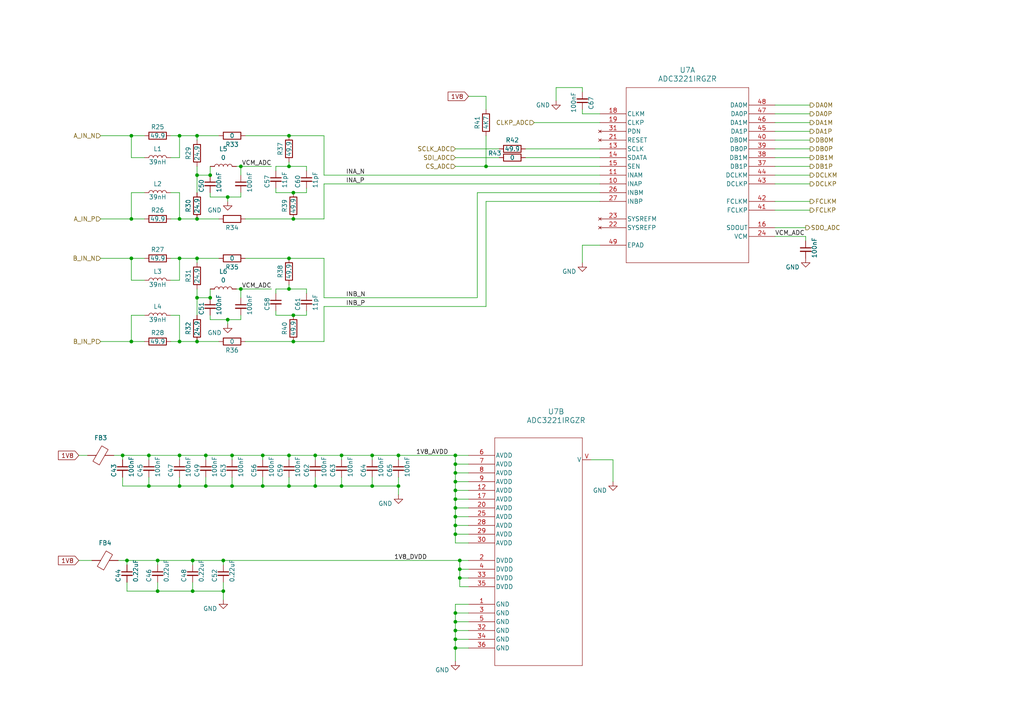
<source format=kicad_sch>
(kicad_sch
	(version 20231120)
	(generator "eeschema")
	(generator_version "8.0")
	(uuid "964e1526-c10a-414a-b5fe-f906606ea172")
	(paper "A4")
	(title_block
		(title "RA-Sentinel_Front-End EVM")
		(date "2024-02-27")
		(rev "A")
		(comment 1 "Mina Daneshpajouh & Tobias Weber")
		(comment 2 "GNU GENERAL PUBLIC LICENSE Version 2, June 1991")
	)
	(lib_symbols
		(symbol "ADC3221IRGZR_1"
			(pin_names
				(offset 0.254)
			)
			(exclude_from_sim no)
			(in_bom yes)
			(on_board yes)
			(property "Reference" "U7"
				(at 25.4 12.7 0)
				(effects
					(font
						(size 1.524 1.524)
					)
				)
			)
			(property "Value" "ADC3221IRGZR"
				(at 25.4 10.16 0)
				(effects
					(font
						(size 1.524 1.524)
					)
				)
			)
			(property "Footprint" "RA-Sentinel Front-End EVM:RGZ48_TEX"
				(at 0 0 0)
				(effects
					(font
						(size 1.27 1.27)
						(italic yes)
					)
					(hide yes)
				)
			)
			(property "Datasheet" "ADC3221IRGZR"
				(at 0 0 0)
				(effects
					(font
						(size 1.27 1.27)
						(italic yes)
					)
					(hide yes)
				)
			)
			(property "Description" ""
				(at 0 0 0)
				(effects
					(font
						(size 1.27 1.27)
					)
					(hide yes)
				)
			)
			(property "ki_locked" ""
				(at 0 0 0)
				(effects
					(font
						(size 1.27 1.27)
					)
				)
			)
			(property "ki_keywords" "ADC3221IRGZR"
				(at 0 0 0)
				(effects
					(font
						(size 1.27 1.27)
					)
					(hide yes)
				)
			)
			(property "ki_fp_filters" "RGZ48_TEX RGZ48_TEX-M RGZ48_TEX-L"
				(at 0 0 0)
				(effects
					(font
						(size 1.27 1.27)
					)
					(hide yes)
				)
			)
			(symbol "ADC3221IRGZR_1_1_1"
				(polyline
					(pts
						(xy 7.62 -43.18) (xy 43.18 -43.18)
					)
					(stroke
						(width 0.127)
						(type default)
					)
					(fill
						(type none)
					)
				)
				(polyline
					(pts
						(xy 7.62 7.62) (xy 7.62 -43.18)
					)
					(stroke
						(width 0.127)
						(type default)
					)
					(fill
						(type none)
					)
				)
				(polyline
					(pts
						(xy 43.18 -43.18) (xy 43.18 7.62)
					)
					(stroke
						(width 0.127)
						(type default)
					)
					(fill
						(type none)
					)
				)
				(polyline
					(pts
						(xy 43.18 7.62) (xy 7.62 7.62)
					)
					(stroke
						(width 0.127)
						(type default)
					)
					(fill
						(type none)
					)
				)
				(pin input line
					(at 0 -20.32 0)
					(length 7.62)
					(name "INAP"
						(effects
							(font
								(size 1.27 1.27)
							)
						)
					)
					(number "10"
						(effects
							(font
								(size 1.27 1.27)
							)
						)
					)
				)
				(pin input line
					(at 0 -17.78 0)
					(length 7.62)
					(name "INAM"
						(effects
							(font
								(size 1.27 1.27)
							)
						)
					)
					(number "11"
						(effects
							(font
								(size 1.27 1.27)
							)
						)
					)
				)
				(pin input line
					(at 0 -10.16 0)
					(length 7.62)
					(name "SCLK"
						(effects
							(font
								(size 1.27 1.27)
							)
						)
					)
					(number "13"
						(effects
							(font
								(size 1.27 1.27)
							)
						)
					)
				)
				(pin input line
					(at 0 -12.7 0)
					(length 7.62)
					(name "SDATA"
						(effects
							(font
								(size 1.27 1.27)
							)
						)
					)
					(number "14"
						(effects
							(font
								(size 1.27 1.27)
							)
						)
					)
				)
				(pin input line
					(at 0 -15.24 0)
					(length 7.62)
					(name "SEN"
						(effects
							(font
								(size 1.27 1.27)
							)
						)
					)
					(number "15"
						(effects
							(font
								(size 1.27 1.27)
							)
						)
					)
				)
				(pin output line
					(at 50.8 -33.02 180)
					(length 7.62)
					(name "SDOUT"
						(effects
							(font
								(size 1.27 1.27)
							)
						)
					)
					(number "16"
						(effects
							(font
								(size 1.27 1.27)
							)
						)
					)
				)
				(pin input line
					(at 0 0 0)
					(length 7.62)
					(name "CLKM"
						(effects
							(font
								(size 1.27 1.27)
							)
						)
					)
					(number "18"
						(effects
							(font
								(size 1.27 1.27)
							)
						)
					)
				)
				(pin input line
					(at 0 -2.54 0)
					(length 7.62)
					(name "CLKP"
						(effects
							(font
								(size 1.27 1.27)
							)
						)
					)
					(number "19"
						(effects
							(font
								(size 1.27 1.27)
							)
						)
					)
				)
				(pin no_connect line
					(at 0 -7.62 0)
					(length 7.62)
					(name "RESET"
						(effects
							(font
								(size 1.27 1.27)
							)
						)
					)
					(number "21"
						(effects
							(font
								(size 1.27 1.27)
							)
						)
					)
				)
				(pin no_connect line
					(at 0 -33.02 0)
					(length 7.62)
					(name "SYSREFP"
						(effects
							(font
								(size 1.27 1.27)
							)
						)
					)
					(number "22"
						(effects
							(font
								(size 1.27 1.27)
							)
						)
					)
				)
				(pin no_connect line
					(at 0 -30.48 0)
					(length 7.62)
					(name "SYSREFM"
						(effects
							(font
								(size 1.27 1.27)
							)
						)
					)
					(number "23"
						(effects
							(font
								(size 1.27 1.27)
							)
						)
					)
				)
				(pin output line
					(at 50.8 -35.56 180)
					(length 7.62)
					(name "VCM"
						(effects
							(font
								(size 1.27 1.27)
							)
						)
					)
					(number "24"
						(effects
							(font
								(size 1.27 1.27)
							)
						)
					)
				)
				(pin input line
					(at 0 -22.86 0)
					(length 7.62)
					(name "INBM"
						(effects
							(font
								(size 1.27 1.27)
							)
						)
					)
					(number "26"
						(effects
							(font
								(size 1.27 1.27)
							)
						)
					)
				)
				(pin input line
					(at 0 -25.4 0)
					(length 7.62)
					(name "INBP"
						(effects
							(font
								(size 1.27 1.27)
							)
						)
					)
					(number "27"
						(effects
							(font
								(size 1.27 1.27)
							)
						)
					)
				)
				(pin no_connect line
					(at 0 -5.08 0)
					(length 7.62)
					(name "PDN"
						(effects
							(font
								(size 1.27 1.27)
							)
						)
					)
					(number "31"
						(effects
							(font
								(size 1.27 1.27)
							)
						)
					)
				)
				(pin output line
					(at 50.8 -15.24 180)
					(length 7.62)
					(name "DB1P"
						(effects
							(font
								(size 1.27 1.27)
							)
						)
					)
					(number "37"
						(effects
							(font
								(size 1.27 1.27)
							)
						)
					)
				)
				(pin output line
					(at 50.8 -12.7 180)
					(length 7.62)
					(name "DB1M"
						(effects
							(font
								(size 1.27 1.27)
							)
						)
					)
					(number "38"
						(effects
							(font
								(size 1.27 1.27)
							)
						)
					)
				)
				(pin output line
					(at 50.8 -10.16 180)
					(length 7.62)
					(name "DB0P"
						(effects
							(font
								(size 1.27 1.27)
							)
						)
					)
					(number "39"
						(effects
							(font
								(size 1.27 1.27)
							)
						)
					)
				)
				(pin output line
					(at 50.8 -7.62 180)
					(length 7.62)
					(name "DB0M"
						(effects
							(font
								(size 1.27 1.27)
							)
						)
					)
					(number "40"
						(effects
							(font
								(size 1.27 1.27)
							)
						)
					)
				)
				(pin output line
					(at 50.8 -27.94 180)
					(length 7.62)
					(name "FCLKP"
						(effects
							(font
								(size 1.27 1.27)
							)
						)
					)
					(number "41"
						(effects
							(font
								(size 1.27 1.27)
							)
						)
					)
				)
				(pin output line
					(at 50.8 -25.4 180)
					(length 7.62)
					(name "FCLKM"
						(effects
							(font
								(size 1.27 1.27)
							)
						)
					)
					(number "42"
						(effects
							(font
								(size 1.27 1.27)
							)
						)
					)
				)
				(pin output line
					(at 50.8 -20.32 180)
					(length 7.62)
					(name "DCLKP"
						(effects
							(font
								(size 1.27 1.27)
							)
						)
					)
					(number "43"
						(effects
							(font
								(size 1.27 1.27)
							)
						)
					)
				)
				(pin output line
					(at 50.8 -17.78 180)
					(length 7.62)
					(name "DCLKM"
						(effects
							(font
								(size 1.27 1.27)
							)
						)
					)
					(number "44"
						(effects
							(font
								(size 1.27 1.27)
							)
						)
					)
				)
				(pin output line
					(at 50.8 -5.08 180)
					(length 7.62)
					(name "DA1P"
						(effects
							(font
								(size 1.27 1.27)
							)
						)
					)
					(number "45"
						(effects
							(font
								(size 1.27 1.27)
							)
						)
					)
				)
				(pin output line
					(at 50.8 -2.54 180)
					(length 7.62)
					(name "DA1M"
						(effects
							(font
								(size 1.27 1.27)
							)
						)
					)
					(number "46"
						(effects
							(font
								(size 1.27 1.27)
							)
						)
					)
				)
				(pin output line
					(at 50.8 0 180)
					(length 7.62)
					(name "DA0P"
						(effects
							(font
								(size 1.27 1.27)
							)
						)
					)
					(number "47"
						(effects
							(font
								(size 1.27 1.27)
							)
						)
					)
				)
				(pin output line
					(at 50.8 2.54 180)
					(length 7.62)
					(name "DA0M"
						(effects
							(font
								(size 1.27 1.27)
							)
						)
					)
					(number "48"
						(effects
							(font
								(size 1.27 1.27)
							)
						)
					)
				)
				(pin power_in line
					(at 0 -38.1 0)
					(length 7.62)
					(name "EPAD"
						(effects
							(font
								(size 1.27 1.27)
							)
						)
					)
					(number "49"
						(effects
							(font
								(size 1.27 1.27)
							)
						)
					)
				)
			)
			(symbol "ADC3221IRGZR_1_2_1"
				(polyline
					(pts
						(xy 7.62 -60.96) (xy 33.02 -60.96)
					)
					(stroke
						(width 0.127)
						(type default)
					)
					(fill
						(type none)
					)
				)
				(polyline
					(pts
						(xy 7.62 5.08) (xy 7.62 -60.96)
					)
					(stroke
						(width 0.127)
						(type default)
					)
					(fill
						(type none)
					)
				)
				(polyline
					(pts
						(xy 33.02 -60.96) (xy 33.02 5.08)
					)
					(stroke
						(width 0.127)
						(type default)
					)
					(fill
						(type none)
					)
				)
				(polyline
					(pts
						(xy 33.02 5.08) (xy 7.62 5.08)
					)
					(stroke
						(width 0.127)
						(type default)
					)
					(fill
						(type none)
					)
				)
				(pin power_in line
					(at 0 -43.18 0)
					(length 7.62)
					(name "GND"
						(effects
							(font
								(size 1.27 1.27)
							)
						)
					)
					(number "1"
						(effects
							(font
								(size 1.27 1.27)
							)
						)
					)
				)
				(pin power_in line
					(at 0 -10.16 0)
					(length 7.62)
					(name "AVDD"
						(effects
							(font
								(size 1.27 1.27)
							)
						)
					)
					(number "12"
						(effects
							(font
								(size 1.27 1.27)
							)
						)
					)
				)
				(pin power_in line
					(at 0 -12.7 0)
					(length 7.62)
					(name "AVDD"
						(effects
							(font
								(size 1.27 1.27)
							)
						)
					)
					(number "17"
						(effects
							(font
								(size 1.27 1.27)
							)
						)
					)
				)
				(pin power_in line
					(at 0 -30.48 0)
					(length 7.62)
					(name "DVDD"
						(effects
							(font
								(size 1.27 1.27)
							)
						)
					)
					(number "2"
						(effects
							(font
								(size 1.27 1.27)
							)
						)
					)
				)
				(pin power_in line
					(at 0 -15.24 0)
					(length 7.62)
					(name "AVDD"
						(effects
							(font
								(size 1.27 1.27)
							)
						)
					)
					(number "20"
						(effects
							(font
								(size 1.27 1.27)
							)
						)
					)
				)
				(pin power_in line
					(at 0 -17.78 0)
					(length 7.62)
					(name "AVDD"
						(effects
							(font
								(size 1.27 1.27)
							)
						)
					)
					(number "25"
						(effects
							(font
								(size 1.27 1.27)
							)
						)
					)
				)
				(pin power_in line
					(at 0 -20.32 0)
					(length 7.62)
					(name "AVDD"
						(effects
							(font
								(size 1.27 1.27)
							)
						)
					)
					(number "28"
						(effects
							(font
								(size 1.27 1.27)
							)
						)
					)
				)
				(pin power_in line
					(at 0 -22.86 0)
					(length 7.62)
					(name "AVDD"
						(effects
							(font
								(size 1.27 1.27)
							)
						)
					)
					(number "29"
						(effects
							(font
								(size 1.27 1.27)
							)
						)
					)
				)
				(pin power_in line
					(at 0 -45.72 0)
					(length 7.62)
					(name "GND"
						(effects
							(font
								(size 1.27 1.27)
							)
						)
					)
					(number "3"
						(effects
							(font
								(size 1.27 1.27)
							)
						)
					)
				)
				(pin power_in line
					(at 0 -25.4 0)
					(length 7.62)
					(name "AVDD"
						(effects
							(font
								(size 1.27 1.27)
							)
						)
					)
					(number "30"
						(effects
							(font
								(size 1.27 1.27)
							)
						)
					)
				)
				(pin power_in line
					(at 0 -50.8 0)
					(length 7.62)
					(name "GND"
						(effects
							(font
								(size 1.27 1.27)
							)
						)
					)
					(number "32"
						(effects
							(font
								(size 1.27 1.27)
							)
						)
					)
				)
				(pin power_in line
					(at 0 -35.56 0)
					(length 7.62)
					(name "DVDD"
						(effects
							(font
								(size 1.27 1.27)
							)
						)
					)
					(number "33"
						(effects
							(font
								(size 1.27 1.27)
							)
						)
					)
				)
				(pin power_in line
					(at 0 -53.34 0)
					(length 7.62)
					(name "GND"
						(effects
							(font
								(size 1.27 1.27)
							)
						)
					)
					(number "34"
						(effects
							(font
								(size 1.27 1.27)
							)
						)
					)
				)
				(pin power_in line
					(at 0 -38.1 0)
					(length 7.62)
					(name "DVDD"
						(effects
							(font
								(size 1.27 1.27)
							)
						)
					)
					(number "35"
						(effects
							(font
								(size 1.27 1.27)
							)
						)
					)
				)
				(pin power_in line
					(at 0 -55.88 0)
					(length 7.62)
					(name "GND"
						(effects
							(font
								(size 1.27 1.27)
							)
						)
					)
					(number "36"
						(effects
							(font
								(size 1.27 1.27)
							)
						)
					)
				)
				(pin power_in line
					(at 0 -33.02 0)
					(length 7.62)
					(name "DVDD"
						(effects
							(font
								(size 1.27 1.27)
							)
						)
					)
					(number "4"
						(effects
							(font
								(size 1.27 1.27)
							)
						)
					)
				)
				(pin power_in line
					(at 0 -48.26 0)
					(length 7.62)
					(name "GND"
						(effects
							(font
								(size 1.27 1.27)
							)
						)
					)
					(number "5"
						(effects
							(font
								(size 1.27 1.27)
							)
						)
					)
				)
				(pin power_in line
					(at 0 0 0)
					(length 7.62)
					(name "AVDD"
						(effects
							(font
								(size 1.27 1.27)
							)
						)
					)
					(number "6"
						(effects
							(font
								(size 1.27 1.27)
							)
						)
					)
				)
				(pin power_in line
					(at 0 -2.54 0)
					(length 7.62)
					(name "AVDD"
						(effects
							(font
								(size 1.27 1.27)
							)
						)
					)
					(number "7"
						(effects
							(font
								(size 1.27 1.27)
							)
						)
					)
				)
				(pin power_in line
					(at 0 -5.08 0)
					(length 7.62)
					(name "AVDD"
						(effects
							(font
								(size 1.27 1.27)
							)
						)
					)
					(number "8"
						(effects
							(font
								(size 1.27 1.27)
							)
						)
					)
				)
				(pin power_in line
					(at 0 -7.62 0)
					(length 7.62)
					(name "AVDD"
						(effects
							(font
								(size 1.27 1.27)
							)
						)
					)
					(number "9"
						(effects
							(font
								(size 1.27 1.27)
							)
						)
					)
				)
				(pin power_in line
					(at 35.56 -1.27 180)
					(length 2.54)
					(name "V"
						(effects
							(font
								(size 1.27 1.27)
							)
						)
					)
					(number "V"
						(effects
							(font
								(size 1.27 1.27)
							)
						)
					)
				)
			)
		)
		(symbol "Device:C_Small"
			(pin_numbers hide)
			(pin_names
				(offset 0.254) hide)
			(exclude_from_sim no)
			(in_bom yes)
			(on_board yes)
			(property "Reference" "C"
				(at 0.254 1.778 0)
				(effects
					(font
						(size 1.27 1.27)
					)
					(justify left)
				)
			)
			(property "Value" "C_Small"
				(at 0.254 -2.032 0)
				(effects
					(font
						(size 1.27 1.27)
					)
					(justify left)
				)
			)
			(property "Footprint" ""
				(at 0 0 0)
				(effects
					(font
						(size 1.27 1.27)
					)
					(hide yes)
				)
			)
			(property "Datasheet" "~"
				(at 0 0 0)
				(effects
					(font
						(size 1.27 1.27)
					)
					(hide yes)
				)
			)
			(property "Description" "Unpolarized capacitor, small symbol"
				(at 0 0 0)
				(effects
					(font
						(size 1.27 1.27)
					)
					(hide yes)
				)
			)
			(property "ki_keywords" "capacitor cap"
				(at 0 0 0)
				(effects
					(font
						(size 1.27 1.27)
					)
					(hide yes)
				)
			)
			(property "ki_fp_filters" "C_*"
				(at 0 0 0)
				(effects
					(font
						(size 1.27 1.27)
					)
					(hide yes)
				)
			)
			(symbol "C_Small_0_1"
				(polyline
					(pts
						(xy -1.524 -0.508) (xy 1.524 -0.508)
					)
					(stroke
						(width 0.3302)
						(type default)
					)
					(fill
						(type none)
					)
				)
				(polyline
					(pts
						(xy -1.524 0.508) (xy 1.524 0.508)
					)
					(stroke
						(width 0.3048)
						(type default)
					)
					(fill
						(type none)
					)
				)
			)
			(symbol "C_Small_1_1"
				(pin passive line
					(at 0 2.54 270)
					(length 2.032)
					(name "~"
						(effects
							(font
								(size 1.27 1.27)
							)
						)
					)
					(number "1"
						(effects
							(font
								(size 1.27 1.27)
							)
						)
					)
				)
				(pin passive line
					(at 0 -2.54 90)
					(length 2.032)
					(name "~"
						(effects
							(font
								(size 1.27 1.27)
							)
						)
					)
					(number "2"
						(effects
							(font
								(size 1.27 1.27)
							)
						)
					)
				)
			)
		)
		(symbol "Device:FerriteBead"
			(pin_numbers hide)
			(pin_names
				(offset 0)
			)
			(exclude_from_sim no)
			(in_bom yes)
			(on_board yes)
			(property "Reference" "FB"
				(at -3.81 0.635 90)
				(effects
					(font
						(size 1.27 1.27)
					)
				)
			)
			(property "Value" "FerriteBead"
				(at 3.81 0 90)
				(effects
					(font
						(size 1.27 1.27)
					)
				)
			)
			(property "Footprint" ""
				(at -1.778 0 90)
				(effects
					(font
						(size 1.27 1.27)
					)
					(hide yes)
				)
			)
			(property "Datasheet" "~"
				(at 0 0 0)
				(effects
					(font
						(size 1.27 1.27)
					)
					(hide yes)
				)
			)
			(property "Description" "Ferrite bead"
				(at 0 0 0)
				(effects
					(font
						(size 1.27 1.27)
					)
					(hide yes)
				)
			)
			(property "ki_keywords" "L ferrite bead inductor filter"
				(at 0 0 0)
				(effects
					(font
						(size 1.27 1.27)
					)
					(hide yes)
				)
			)
			(property "ki_fp_filters" "Inductor_* L_* *Ferrite*"
				(at 0 0 0)
				(effects
					(font
						(size 1.27 1.27)
					)
					(hide yes)
				)
			)
			(symbol "FerriteBead_0_1"
				(polyline
					(pts
						(xy 0 -1.27) (xy 0 -1.2192)
					)
					(stroke
						(width 0)
						(type default)
					)
					(fill
						(type none)
					)
				)
				(polyline
					(pts
						(xy 0 1.27) (xy 0 1.2954)
					)
					(stroke
						(width 0)
						(type default)
					)
					(fill
						(type none)
					)
				)
				(polyline
					(pts
						(xy -2.7686 0.4064) (xy -1.7018 2.2606) (xy 2.7686 -0.3048) (xy 1.6764 -2.159) (xy -2.7686 0.4064)
					)
					(stroke
						(width 0)
						(type default)
					)
					(fill
						(type none)
					)
				)
			)
			(symbol "FerriteBead_1_1"
				(pin passive line
					(at 0 3.81 270)
					(length 2.54)
					(name "~"
						(effects
							(font
								(size 1.27 1.27)
							)
						)
					)
					(number "1"
						(effects
							(font
								(size 1.27 1.27)
							)
						)
					)
				)
				(pin passive line
					(at 0 -3.81 90)
					(length 2.54)
					(name "~"
						(effects
							(font
								(size 1.27 1.27)
							)
						)
					)
					(number "2"
						(effects
							(font
								(size 1.27 1.27)
							)
						)
					)
				)
			)
		)
		(symbol "Device:L"
			(pin_numbers hide)
			(pin_names
				(offset 1.016) hide)
			(exclude_from_sim no)
			(in_bom yes)
			(on_board yes)
			(property "Reference" "L"
				(at -1.27 0 90)
				(effects
					(font
						(size 1.27 1.27)
					)
				)
			)
			(property "Value" "L"
				(at 1.905 0 90)
				(effects
					(font
						(size 1.27 1.27)
					)
				)
			)
			(property "Footprint" ""
				(at 0 0 0)
				(effects
					(font
						(size 1.27 1.27)
					)
					(hide yes)
				)
			)
			(property "Datasheet" "~"
				(at 0 0 0)
				(effects
					(font
						(size 1.27 1.27)
					)
					(hide yes)
				)
			)
			(property "Description" "Inductor"
				(at 0 0 0)
				(effects
					(font
						(size 1.27 1.27)
					)
					(hide yes)
				)
			)
			(property "ki_keywords" "inductor choke coil reactor magnetic"
				(at 0 0 0)
				(effects
					(font
						(size 1.27 1.27)
					)
					(hide yes)
				)
			)
			(property "ki_fp_filters" "Choke_* *Coil* Inductor_* L_*"
				(at 0 0 0)
				(effects
					(font
						(size 1.27 1.27)
					)
					(hide yes)
				)
			)
			(symbol "L_0_1"
				(arc
					(start 0 -2.54)
					(mid 0.6323 -1.905)
					(end 0 -1.27)
					(stroke
						(width 0)
						(type default)
					)
					(fill
						(type none)
					)
				)
				(arc
					(start 0 -1.27)
					(mid 0.6323 -0.635)
					(end 0 0)
					(stroke
						(width 0)
						(type default)
					)
					(fill
						(type none)
					)
				)
				(arc
					(start 0 0)
					(mid 0.6323 0.635)
					(end 0 1.27)
					(stroke
						(width 0)
						(type default)
					)
					(fill
						(type none)
					)
				)
				(arc
					(start 0 1.27)
					(mid 0.6323 1.905)
					(end 0 2.54)
					(stroke
						(width 0)
						(type default)
					)
					(fill
						(type none)
					)
				)
			)
			(symbol "L_1_1"
				(pin passive line
					(at 0 3.81 270)
					(length 1.27)
					(name "1"
						(effects
							(font
								(size 1.27 1.27)
							)
						)
					)
					(number "1"
						(effects
							(font
								(size 1.27 1.27)
							)
						)
					)
				)
				(pin passive line
					(at 0 -3.81 90)
					(length 1.27)
					(name "2"
						(effects
							(font
								(size 1.27 1.27)
							)
						)
					)
					(number "2"
						(effects
							(font
								(size 1.27 1.27)
							)
						)
					)
				)
			)
		)
		(symbol "Device:R"
			(pin_numbers hide)
			(pin_names
				(offset 0)
			)
			(exclude_from_sim no)
			(in_bom yes)
			(on_board yes)
			(property "Reference" "R"
				(at 2.032 0 90)
				(effects
					(font
						(size 1.27 1.27)
					)
				)
			)
			(property "Value" "R"
				(at 0 0 90)
				(effects
					(font
						(size 1.27 1.27)
					)
				)
			)
			(property "Footprint" ""
				(at -1.778 0 90)
				(effects
					(font
						(size 1.27 1.27)
					)
					(hide yes)
				)
			)
			(property "Datasheet" "~"
				(at 0 0 0)
				(effects
					(font
						(size 1.27 1.27)
					)
					(hide yes)
				)
			)
			(property "Description" "Resistor"
				(at 0 0 0)
				(effects
					(font
						(size 1.27 1.27)
					)
					(hide yes)
				)
			)
			(property "ki_keywords" "R res resistor"
				(at 0 0 0)
				(effects
					(font
						(size 1.27 1.27)
					)
					(hide yes)
				)
			)
			(property "ki_fp_filters" "R_*"
				(at 0 0 0)
				(effects
					(font
						(size 1.27 1.27)
					)
					(hide yes)
				)
			)
			(symbol "R_0_1"
				(rectangle
					(start -1.016 -2.54)
					(end 1.016 2.54)
					(stroke
						(width 0.254)
						(type default)
					)
					(fill
						(type none)
					)
				)
			)
			(symbol "R_1_1"
				(pin passive line
					(at 0 3.81 270)
					(length 1.27)
					(name "~"
						(effects
							(font
								(size 1.27 1.27)
							)
						)
					)
					(number "1"
						(effects
							(font
								(size 1.27 1.27)
							)
						)
					)
				)
				(pin passive line
					(at 0 -3.81 90)
					(length 1.27)
					(name "~"
						(effects
							(font
								(size 1.27 1.27)
							)
						)
					)
					(number "2"
						(effects
							(font
								(size 1.27 1.27)
							)
						)
					)
				)
			)
		)
		(symbol "GND_1"
			(power)
			(pin_numbers hide)
			(pin_names
				(offset 0) hide)
			(exclude_from_sim no)
			(in_bom yes)
			(on_board yes)
			(property "Reference" "#PWR"
				(at 0 -6.35 0)
				(effects
					(font
						(size 1.27 1.27)
					)
					(hide yes)
				)
			)
			(property "Value" "GND_1"
				(at 0 -3.81 0)
				(effects
					(font
						(size 1.27 1.27)
					)
				)
			)
			(property "Footprint" ""
				(at 0 0 0)
				(effects
					(font
						(size 1.27 1.27)
					)
					(hide yes)
				)
			)
			(property "Datasheet" ""
				(at 0 0 0)
				(effects
					(font
						(size 1.27 1.27)
					)
					(hide yes)
				)
			)
			(property "Description" "Power symbol creates a global label with name \"GND\" , ground"
				(at 0 0 0)
				(effects
					(font
						(size 1.27 1.27)
					)
					(hide yes)
				)
			)
			(property "ki_keywords" "global power"
				(at 0 0 0)
				(effects
					(font
						(size 1.27 1.27)
					)
					(hide yes)
				)
			)
			(symbol "GND_1_0_1"
				(polyline
					(pts
						(xy 0 0) (xy 0 -1.27) (xy 1.27 -1.27) (xy 0 -2.54) (xy -1.27 -1.27) (xy 0 -1.27)
					)
					(stroke
						(width 0)
						(type default)
					)
					(fill
						(type none)
					)
				)
			)
			(symbol "GND_1_1_1"
				(pin power_in line
					(at 0 0 270)
					(length 0) hide
					(name "GND"
						(effects
							(font
								(size 1.27 1.27)
							)
						)
					)
					(number "1"
						(effects
							(font
								(size 1.27 1.27)
							)
						)
					)
				)
			)
		)
		(symbol "GND_2"
			(power)
			(pin_numbers hide)
			(pin_names
				(offset 0) hide)
			(exclude_from_sim no)
			(in_bom yes)
			(on_board yes)
			(property "Reference" "#PWR"
				(at 0 -6.35 0)
				(effects
					(font
						(size 1.27 1.27)
					)
					(hide yes)
				)
			)
			(property "Value" "GND_2"
				(at 0 -3.81 0)
				(effects
					(font
						(size 1.27 1.27)
					)
				)
			)
			(property "Footprint" ""
				(at 0 0 0)
				(effects
					(font
						(size 1.27 1.27)
					)
					(hide yes)
				)
			)
			(property "Datasheet" ""
				(at 0 0 0)
				(effects
					(font
						(size 1.27 1.27)
					)
					(hide yes)
				)
			)
			(property "Description" "Power symbol creates a global label with name \"GND\" , ground"
				(at 0 0 0)
				(effects
					(font
						(size 1.27 1.27)
					)
					(hide yes)
				)
			)
			(property "ki_keywords" "global power"
				(at 0 0 0)
				(effects
					(font
						(size 1.27 1.27)
					)
					(hide yes)
				)
			)
			(symbol "GND_2_0_1"
				(polyline
					(pts
						(xy 0 0) (xy 0 -1.27) (xy 1.27 -1.27) (xy 0 -2.54) (xy -1.27 -1.27) (xy 0 -1.27)
					)
					(stroke
						(width 0)
						(type default)
					)
					(fill
						(type none)
					)
				)
			)
			(symbol "GND_2_1_1"
				(pin power_in line
					(at 0 0 270)
					(length 0) hide
					(name "GND"
						(effects
							(font
								(size 1.27 1.27)
							)
						)
					)
					(number "1"
						(effects
							(font
								(size 1.27 1.27)
							)
						)
					)
				)
			)
		)
		(symbol "GND_3"
			(power)
			(pin_numbers hide)
			(pin_names
				(offset 0) hide)
			(exclude_from_sim no)
			(in_bom yes)
			(on_board yes)
			(property "Reference" "#PWR"
				(at 0 -6.35 0)
				(effects
					(font
						(size 1.27 1.27)
					)
					(hide yes)
				)
			)
			(property "Value" "GND_3"
				(at 0 -3.81 0)
				(effects
					(font
						(size 1.27 1.27)
					)
				)
			)
			(property "Footprint" ""
				(at 0 0 0)
				(effects
					(font
						(size 1.27 1.27)
					)
					(hide yes)
				)
			)
			(property "Datasheet" ""
				(at 0 0 0)
				(effects
					(font
						(size 1.27 1.27)
					)
					(hide yes)
				)
			)
			(property "Description" "Power symbol creates a global label with name \"GND\" , ground"
				(at 0 0 0)
				(effects
					(font
						(size 1.27 1.27)
					)
					(hide yes)
				)
			)
			(property "ki_keywords" "global power"
				(at 0 0 0)
				(effects
					(font
						(size 1.27 1.27)
					)
					(hide yes)
				)
			)
			(symbol "GND_3_0_1"
				(polyline
					(pts
						(xy 0 0) (xy 0 -1.27) (xy 1.27 -1.27) (xy 0 -2.54) (xy -1.27 -1.27) (xy 0 -1.27)
					)
					(stroke
						(width 0)
						(type default)
					)
					(fill
						(type none)
					)
				)
			)
			(symbol "GND_3_1_1"
				(pin power_in line
					(at 0 0 270)
					(length 0) hide
					(name "GND"
						(effects
							(font
								(size 1.27 1.27)
							)
						)
					)
					(number "1"
						(effects
							(font
								(size 1.27 1.27)
							)
						)
					)
				)
			)
		)
		(symbol "GND_4"
			(power)
			(pin_numbers hide)
			(pin_names
				(offset 0) hide)
			(exclude_from_sim no)
			(in_bom yes)
			(on_board yes)
			(property "Reference" "#PWR"
				(at 0 -6.35 0)
				(effects
					(font
						(size 1.27 1.27)
					)
					(hide yes)
				)
			)
			(property "Value" "GND_4"
				(at 0 -3.81 0)
				(effects
					(font
						(size 1.27 1.27)
					)
				)
			)
			(property "Footprint" ""
				(at 0 0 0)
				(effects
					(font
						(size 1.27 1.27)
					)
					(hide yes)
				)
			)
			(property "Datasheet" ""
				(at 0 0 0)
				(effects
					(font
						(size 1.27 1.27)
					)
					(hide yes)
				)
			)
			(property "Description" "Power symbol creates a global label with name \"GND\" , ground"
				(at 0 0 0)
				(effects
					(font
						(size 1.27 1.27)
					)
					(hide yes)
				)
			)
			(property "ki_keywords" "global power"
				(at 0 0 0)
				(effects
					(font
						(size 1.27 1.27)
					)
					(hide yes)
				)
			)
			(symbol "GND_4_0_1"
				(polyline
					(pts
						(xy 0 0) (xy 0 -1.27) (xy 1.27 -1.27) (xy 0 -2.54) (xy -1.27 -1.27) (xy 0 -1.27)
					)
					(stroke
						(width 0)
						(type default)
					)
					(fill
						(type none)
					)
				)
			)
			(symbol "GND_4_1_1"
				(pin power_in line
					(at 0 0 270)
					(length 0) hide
					(name "GND"
						(effects
							(font
								(size 1.27 1.27)
							)
						)
					)
					(number "1"
						(effects
							(font
								(size 1.27 1.27)
							)
						)
					)
				)
			)
		)
		(symbol "RA-Sentinel_FE_Library:ADC3221IRGZR"
			(pin_names
				(offset 0.254)
			)
			(exclude_from_sim no)
			(in_bom yes)
			(on_board yes)
			(property "Reference" "U7"
				(at 25.4 12.7 0)
				(effects
					(font
						(size 1.524 1.524)
					)
				)
			)
			(property "Value" "ADC3221IRGZR"
				(at 25.4 10.16 0)
				(effects
					(font
						(size 1.524 1.524)
					)
				)
			)
			(property "Footprint" "RA-Sentinel Front-End EVM:RGZ48_TEX"
				(at 0 0 0)
				(effects
					(font
						(size 1.27 1.27)
						(italic yes)
					)
					(hide yes)
				)
			)
			(property "Datasheet" "ADC3221IRGZR"
				(at 0 0 0)
				(effects
					(font
						(size 1.27 1.27)
						(italic yes)
					)
					(hide yes)
				)
			)
			(property "Description" ""
				(at 0 0 0)
				(effects
					(font
						(size 1.27 1.27)
					)
					(hide yes)
				)
			)
			(property "ki_locked" ""
				(at 0 0 0)
				(effects
					(font
						(size 1.27 1.27)
					)
				)
			)
			(property "ki_keywords" "ADC3221IRGZR"
				(at 0 0 0)
				(effects
					(font
						(size 1.27 1.27)
					)
					(hide yes)
				)
			)
			(property "ki_fp_filters" "RGZ48_TEX RGZ48_TEX-M RGZ48_TEX-L"
				(at 0 0 0)
				(effects
					(font
						(size 1.27 1.27)
					)
					(hide yes)
				)
			)
			(symbol "ADC3221IRGZR_1_1"
				(polyline
					(pts
						(xy 7.62 -43.18) (xy 43.18 -43.18)
					)
					(stroke
						(width 0.127)
						(type default)
					)
					(fill
						(type none)
					)
				)
				(polyline
					(pts
						(xy 7.62 7.62) (xy 7.62 -43.18)
					)
					(stroke
						(width 0.127)
						(type default)
					)
					(fill
						(type none)
					)
				)
				(polyline
					(pts
						(xy 43.18 -43.18) (xy 43.18 7.62)
					)
					(stroke
						(width 0.127)
						(type default)
					)
					(fill
						(type none)
					)
				)
				(polyline
					(pts
						(xy 43.18 7.62) (xy 7.62 7.62)
					)
					(stroke
						(width 0.127)
						(type default)
					)
					(fill
						(type none)
					)
				)
				(pin input line
					(at 0 -20.32 0)
					(length 7.62)
					(name "INAP"
						(effects
							(font
								(size 1.27 1.27)
							)
						)
					)
					(number "10"
						(effects
							(font
								(size 1.27 1.27)
							)
						)
					)
				)
				(pin input line
					(at 0 -17.78 0)
					(length 7.62)
					(name "INAM"
						(effects
							(font
								(size 1.27 1.27)
							)
						)
					)
					(number "11"
						(effects
							(font
								(size 1.27 1.27)
							)
						)
					)
				)
				(pin input line
					(at 0 -10.16 0)
					(length 7.62)
					(name "SCLK"
						(effects
							(font
								(size 1.27 1.27)
							)
						)
					)
					(number "13"
						(effects
							(font
								(size 1.27 1.27)
							)
						)
					)
				)
				(pin input line
					(at 0 -12.7 0)
					(length 7.62)
					(name "SDATA"
						(effects
							(font
								(size 1.27 1.27)
							)
						)
					)
					(number "14"
						(effects
							(font
								(size 1.27 1.27)
							)
						)
					)
				)
				(pin input line
					(at 0 -15.24 0)
					(length 7.62)
					(name "SEN"
						(effects
							(font
								(size 1.27 1.27)
							)
						)
					)
					(number "15"
						(effects
							(font
								(size 1.27 1.27)
							)
						)
					)
				)
				(pin output line
					(at 50.8 -33.02 180)
					(length 7.62)
					(name "SDOUT"
						(effects
							(font
								(size 1.27 1.27)
							)
						)
					)
					(number "16"
						(effects
							(font
								(size 1.27 1.27)
							)
						)
					)
				)
				(pin input line
					(at 0 0 0)
					(length 7.62)
					(name "CLKM"
						(effects
							(font
								(size 1.27 1.27)
							)
						)
					)
					(number "18"
						(effects
							(font
								(size 1.27 1.27)
							)
						)
					)
				)
				(pin input line
					(at 0 -2.54 0)
					(length 7.62)
					(name "CLKP"
						(effects
							(font
								(size 1.27 1.27)
							)
						)
					)
					(number "19"
						(effects
							(font
								(size 1.27 1.27)
							)
						)
					)
				)
				(pin no_connect line
					(at 0 -7.62 0)
					(length 7.62)
					(name "RESET"
						(effects
							(font
								(size 1.27 1.27)
							)
						)
					)
					(number "21"
						(effects
							(font
								(size 1.27 1.27)
							)
						)
					)
				)
				(pin no_connect line
					(at 0 -33.02 0)
					(length 7.62)
					(name "SYSREFP"
						(effects
							(font
								(size 1.27 1.27)
							)
						)
					)
					(number "22"
						(effects
							(font
								(size 1.27 1.27)
							)
						)
					)
				)
				(pin no_connect line
					(at 0 -30.48 0)
					(length 7.62)
					(name "SYSREFM"
						(effects
							(font
								(size 1.27 1.27)
							)
						)
					)
					(number "23"
						(effects
							(font
								(size 1.27 1.27)
							)
						)
					)
				)
				(pin output line
					(at 50.8 -35.56 180)
					(length 7.62)
					(name "VCM"
						(effects
							(font
								(size 1.27 1.27)
							)
						)
					)
					(number "24"
						(effects
							(font
								(size 1.27 1.27)
							)
						)
					)
				)
				(pin input line
					(at 0 -22.86 0)
					(length 7.62)
					(name "INBM"
						(effects
							(font
								(size 1.27 1.27)
							)
						)
					)
					(number "26"
						(effects
							(font
								(size 1.27 1.27)
							)
						)
					)
				)
				(pin input line
					(at 0 -25.4 0)
					(length 7.62)
					(name "INBP"
						(effects
							(font
								(size 1.27 1.27)
							)
						)
					)
					(number "27"
						(effects
							(font
								(size 1.27 1.27)
							)
						)
					)
				)
				(pin no_connect line
					(at 0 -5.08 0)
					(length 7.62)
					(name "PDN"
						(effects
							(font
								(size 1.27 1.27)
							)
						)
					)
					(number "31"
						(effects
							(font
								(size 1.27 1.27)
							)
						)
					)
				)
				(pin output line
					(at 50.8 -15.24 180)
					(length 7.62)
					(name "DB1P"
						(effects
							(font
								(size 1.27 1.27)
							)
						)
					)
					(number "37"
						(effects
							(font
								(size 1.27 1.27)
							)
						)
					)
				)
				(pin output line
					(at 50.8 -12.7 180)
					(length 7.62)
					(name "DB1M"
						(effects
							(font
								(size 1.27 1.27)
							)
						)
					)
					(number "38"
						(effects
							(font
								(size 1.27 1.27)
							)
						)
					)
				)
				(pin output line
					(at 50.8 -10.16 180)
					(length 7.62)
					(name "DB0P"
						(effects
							(font
								(size 1.27 1.27)
							)
						)
					)
					(number "39"
						(effects
							(font
								(size 1.27 1.27)
							)
						)
					)
				)
				(pin output line
					(at 50.8 -7.62 180)
					(length 7.62)
					(name "DB0M"
						(effects
							(font
								(size 1.27 1.27)
							)
						)
					)
					(number "40"
						(effects
							(font
								(size 1.27 1.27)
							)
						)
					)
				)
				(pin output line
					(at 50.8 -27.94 180)
					(length 7.62)
					(name "FCLKP"
						(effects
							(font
								(size 1.27 1.27)
							)
						)
					)
					(number "41"
						(effects
							(font
								(size 1.27 1.27)
							)
						)
					)
				)
				(pin output line
					(at 50.8 -25.4 180)
					(length 7.62)
					(name "FCLKM"
						(effects
							(font
								(size 1.27 1.27)
							)
						)
					)
					(number "42"
						(effects
							(font
								(size 1.27 1.27)
							)
						)
					)
				)
				(pin output line
					(at 50.8 -20.32 180)
					(length 7.62)
					(name "DCLKP"
						(effects
							(font
								(size 1.27 1.27)
							)
						)
					)
					(number "43"
						(effects
							(font
								(size 1.27 1.27)
							)
						)
					)
				)
				(pin output line
					(at 50.8 -17.78 180)
					(length 7.62)
					(name "DCLKM"
						(effects
							(font
								(size 1.27 1.27)
							)
						)
					)
					(number "44"
						(effects
							(font
								(size 1.27 1.27)
							)
						)
					)
				)
				(pin output line
					(at 50.8 -5.08 180)
					(length 7.62)
					(name "DA1P"
						(effects
							(font
								(size 1.27 1.27)
							)
						)
					)
					(number "45"
						(effects
							(font
								(size 1.27 1.27)
							)
						)
					)
				)
				(pin output line
					(at 50.8 -2.54 180)
					(length 7.62)
					(name "DA1M"
						(effects
							(font
								(size 1.27 1.27)
							)
						)
					)
					(number "46"
						(effects
							(font
								(size 1.27 1.27)
							)
						)
					)
				)
				(pin output line
					(at 50.8 0 180)
					(length 7.62)
					(name "DA0P"
						(effects
							(font
								(size 1.27 1.27)
							)
						)
					)
					(number "47"
						(effects
							(font
								(size 1.27 1.27)
							)
						)
					)
				)
				(pin output line
					(at 50.8 2.54 180)
					(length 7.62)
					(name "DA0M"
						(effects
							(font
								(size 1.27 1.27)
							)
						)
					)
					(number "48"
						(effects
							(font
								(size 1.27 1.27)
							)
						)
					)
				)
				(pin power_in line
					(at 0 -38.1 0)
					(length 7.62)
					(name "EPAD"
						(effects
							(font
								(size 1.27 1.27)
							)
						)
					)
					(number "49"
						(effects
							(font
								(size 1.27 1.27)
							)
						)
					)
				)
			)
			(symbol "ADC3221IRGZR_2_1"
				(polyline
					(pts
						(xy 7.62 -60.96) (xy 33.02 -60.96)
					)
					(stroke
						(width 0.127)
						(type default)
					)
					(fill
						(type none)
					)
				)
				(polyline
					(pts
						(xy 7.62 5.08) (xy 7.62 -60.96)
					)
					(stroke
						(width 0.127)
						(type default)
					)
					(fill
						(type none)
					)
				)
				(polyline
					(pts
						(xy 33.02 -60.96) (xy 33.02 5.08)
					)
					(stroke
						(width 0.127)
						(type default)
					)
					(fill
						(type none)
					)
				)
				(polyline
					(pts
						(xy 33.02 5.08) (xy 7.62 5.08)
					)
					(stroke
						(width 0.127)
						(type default)
					)
					(fill
						(type none)
					)
				)
				(pin power_in line
					(at 0 -43.18 0)
					(length 7.62)
					(name "GND"
						(effects
							(font
								(size 1.27 1.27)
							)
						)
					)
					(number "1"
						(effects
							(font
								(size 1.27 1.27)
							)
						)
					)
				)
				(pin power_in line
					(at 0 -10.16 0)
					(length 7.62)
					(name "AVDD"
						(effects
							(font
								(size 1.27 1.27)
							)
						)
					)
					(number "12"
						(effects
							(font
								(size 1.27 1.27)
							)
						)
					)
				)
				(pin power_in line
					(at 0 -12.7 0)
					(length 7.62)
					(name "AVDD"
						(effects
							(font
								(size 1.27 1.27)
							)
						)
					)
					(number "17"
						(effects
							(font
								(size 1.27 1.27)
							)
						)
					)
				)
				(pin power_in line
					(at 0 -30.48 0)
					(length 7.62)
					(name "DVDD"
						(effects
							(font
								(size 1.27 1.27)
							)
						)
					)
					(number "2"
						(effects
							(font
								(size 1.27 1.27)
							)
						)
					)
				)
				(pin power_in line
					(at 0 -15.24 0)
					(length 7.62)
					(name "AVDD"
						(effects
							(font
								(size 1.27 1.27)
							)
						)
					)
					(number "20"
						(effects
							(font
								(size 1.27 1.27)
							)
						)
					)
				)
				(pin power_in line
					(at 0 -17.78 0)
					(length 7.62)
					(name "AVDD"
						(effects
							(font
								(size 1.27 1.27)
							)
						)
					)
					(number "25"
						(effects
							(font
								(size 1.27 1.27)
							)
						)
					)
				)
				(pin power_in line
					(at 0 -20.32 0)
					(length 7.62)
					(name "AVDD"
						(effects
							(font
								(size 1.27 1.27)
							)
						)
					)
					(number "28"
						(effects
							(font
								(size 1.27 1.27)
							)
						)
					)
				)
				(pin power_in line
					(at 0 -22.86 0)
					(length 7.62)
					(name "AVDD"
						(effects
							(font
								(size 1.27 1.27)
							)
						)
					)
					(number "29"
						(effects
							(font
								(size 1.27 1.27)
							)
						)
					)
				)
				(pin power_in line
					(at 0 -45.72 0)
					(length 7.62)
					(name "GND"
						(effects
							(font
								(size 1.27 1.27)
							)
						)
					)
					(number "3"
						(effects
							(font
								(size 1.27 1.27)
							)
						)
					)
				)
				(pin power_in line
					(at 0 -25.4 0)
					(length 7.62)
					(name "AVDD"
						(effects
							(font
								(size 1.27 1.27)
							)
						)
					)
					(number "30"
						(effects
							(font
								(size 1.27 1.27)
							)
						)
					)
				)
				(pin power_in line
					(at 0 -50.8 0)
					(length 7.62)
					(name "GND"
						(effects
							(font
								(size 1.27 1.27)
							)
						)
					)
					(number "32"
						(effects
							(font
								(size 1.27 1.27)
							)
						)
					)
				)
				(pin power_in line
					(at 0 -35.56 0)
					(length 7.62)
					(name "DVDD"
						(effects
							(font
								(size 1.27 1.27)
							)
						)
					)
					(number "33"
						(effects
							(font
								(size 1.27 1.27)
							)
						)
					)
				)
				(pin power_in line
					(at 0 -53.34 0)
					(length 7.62)
					(name "GND"
						(effects
							(font
								(size 1.27 1.27)
							)
						)
					)
					(number "34"
						(effects
							(font
								(size 1.27 1.27)
							)
						)
					)
				)
				(pin power_in line
					(at 0 -38.1 0)
					(length 7.62)
					(name "DVDD"
						(effects
							(font
								(size 1.27 1.27)
							)
						)
					)
					(number "35"
						(effects
							(font
								(size 1.27 1.27)
							)
						)
					)
				)
				(pin power_in line
					(at 0 -55.88 0)
					(length 7.62)
					(name "GND"
						(effects
							(font
								(size 1.27 1.27)
							)
						)
					)
					(number "36"
						(effects
							(font
								(size 1.27 1.27)
							)
						)
					)
				)
				(pin power_in line
					(at 0 -33.02 0)
					(length 7.62)
					(name "DVDD"
						(effects
							(font
								(size 1.27 1.27)
							)
						)
					)
					(number "4"
						(effects
							(font
								(size 1.27 1.27)
							)
						)
					)
				)
				(pin power_in line
					(at 0 -48.26 0)
					(length 7.62)
					(name "GND"
						(effects
							(font
								(size 1.27 1.27)
							)
						)
					)
					(number "5"
						(effects
							(font
								(size 1.27 1.27)
							)
						)
					)
				)
				(pin power_in line
					(at 0 0 0)
					(length 7.62)
					(name "AVDD"
						(effects
							(font
								(size 1.27 1.27)
							)
						)
					)
					(number "6"
						(effects
							(font
								(size 1.27 1.27)
							)
						)
					)
				)
				(pin power_in line
					(at 0 -2.54 0)
					(length 7.62)
					(name "AVDD"
						(effects
							(font
								(size 1.27 1.27)
							)
						)
					)
					(number "7"
						(effects
							(font
								(size 1.27 1.27)
							)
						)
					)
				)
				(pin power_in line
					(at 0 -5.08 0)
					(length 7.62)
					(name "AVDD"
						(effects
							(font
								(size 1.27 1.27)
							)
						)
					)
					(number "8"
						(effects
							(font
								(size 1.27 1.27)
							)
						)
					)
				)
				(pin power_in line
					(at 0 -7.62 0)
					(length 7.62)
					(name "AVDD"
						(effects
							(font
								(size 1.27 1.27)
							)
						)
					)
					(number "9"
						(effects
							(font
								(size 1.27 1.27)
							)
						)
					)
				)
				(pin power_in line
					(at 35.56 -1.27 180)
					(length 2.54)
					(name "V"
						(effects
							(font
								(size 1.27 1.27)
							)
						)
					)
					(number "V"
						(effects
							(font
								(size 1.27 1.27)
							)
						)
					)
				)
			)
		)
		(symbol "power:GND"
			(power)
			(pin_numbers hide)
			(pin_names
				(offset 0) hide)
			(exclude_from_sim no)
			(in_bom yes)
			(on_board yes)
			(property "Reference" "#PWR"
				(at 0 -6.35 0)
				(effects
					(font
						(size 1.27 1.27)
					)
					(hide yes)
				)
			)
			(property "Value" "GND"
				(at 0 -3.81 0)
				(effects
					(font
						(size 1.27 1.27)
					)
				)
			)
			(property "Footprint" ""
				(at 0 0 0)
				(effects
					(font
						(size 1.27 1.27)
					)
					(hide yes)
				)
			)
			(property "Datasheet" ""
				(at 0 0 0)
				(effects
					(font
						(size 1.27 1.27)
					)
					(hide yes)
				)
			)
			(property "Description" "Power symbol creates a global label with name \"GND\" , ground"
				(at 0 0 0)
				(effects
					(font
						(size 1.27 1.27)
					)
					(hide yes)
				)
			)
			(property "ki_keywords" "global power"
				(at 0 0 0)
				(effects
					(font
						(size 1.27 1.27)
					)
					(hide yes)
				)
			)
			(symbol "GND_0_1"
				(polyline
					(pts
						(xy 0 0) (xy 0 -1.27) (xy 1.27 -1.27) (xy 0 -2.54) (xy -1.27 -1.27) (xy 0 -1.27)
					)
					(stroke
						(width 0)
						(type default)
					)
					(fill
						(type none)
					)
				)
			)
			(symbol "GND_1_1"
				(pin power_in line
					(at 0 0 270)
					(length 0) hide
					(name "GND"
						(effects
							(font
								(size 1.27 1.27)
							)
						)
					)
					(number "1"
						(effects
							(font
								(size 1.27 1.27)
							)
						)
					)
				)
			)
		)
	)
	(junction
		(at 45.72 162.56)
		(diameter 0)
		(color 0 0 0 0)
		(uuid "0a7b3143-85a3-43a8-80f5-77dbfdf8bb5b")
	)
	(junction
		(at 132.08 180.34)
		(diameter 0)
		(color 0 0 0 0)
		(uuid "1051603d-9271-4c78-8935-0ac78b7f1dc3")
	)
	(junction
		(at 132.08 134.62)
		(diameter 0)
		(color 0 0 0 0)
		(uuid "13f62c9b-214d-4347-bc65-3587f126a547")
	)
	(junction
		(at 66.04 92.71)
		(diameter 0)
		(color 0 0 0 0)
		(uuid "154a204e-dc48-4cac-9eb0-b2d0e3b77abb")
	)
	(junction
		(at 57.15 50.8)
		(diameter 0)
		(color 0 0 0 0)
		(uuid "15f0c2c1-c205-43ca-8f21-9707195413c7")
	)
	(junction
		(at 85.09 99.06)
		(diameter 0)
		(color 0 0 0 0)
		(uuid "18139144-3c7d-4a86-ad07-7004930be4e8")
	)
	(junction
		(at 107.95 132.08)
		(diameter 0)
		(color 0 0 0 0)
		(uuid "18f2a334-ecbe-409f-afbc-9e409f94c484")
	)
	(junction
		(at 67.31 132.08)
		(diameter 0)
		(color 0 0 0 0)
		(uuid "26b6b4e0-ff55-48f3-a915-8455a0f7ca34")
	)
	(junction
		(at 85.09 55.88)
		(diameter 0)
		(color 0 0 0 0)
		(uuid "27027989-8c81-4bf7-9aa1-437053086eb1")
	)
	(junction
		(at 38.1 99.06)
		(diameter 0)
		(color 0 0 0 0)
		(uuid "2a8ba654-bd53-4dee-8fb5-84b535d02c09")
	)
	(junction
		(at 55.88 162.56)
		(diameter 0)
		(color 0 0 0 0)
		(uuid "2f42a490-c35a-44e0-8b4f-47359d946400")
	)
	(junction
		(at 38.1 39.37)
		(diameter 0)
		(color 0 0 0 0)
		(uuid "31e00873-3aea-4ccc-82c1-5f5366cb64c3")
	)
	(junction
		(at 59.69 140.97)
		(diameter 0)
		(color 0 0 0 0)
		(uuid "36c8b4ba-7602-4984-a5e8-cd66628b30ee")
	)
	(junction
		(at 57.15 39.37)
		(diameter 0)
		(color 0 0 0 0)
		(uuid "371de78c-37d9-44ac-92d7-f7d03ecaeb2b")
	)
	(junction
		(at 43.18 140.97)
		(diameter 0)
		(color 0 0 0 0)
		(uuid "37c2d6b6-b27b-4acf-aade-37c5141e9f85")
	)
	(junction
		(at 38.1 63.5)
		(diameter 0)
		(color 0 0 0 0)
		(uuid "4138940c-86ff-4cad-bb5a-77dd15da80f0")
	)
	(junction
		(at 45.72 171.45)
		(diameter 0)
		(color 0 0 0 0)
		(uuid "42683754-dc14-4c12-a1d0-a0f3bcfc73c5")
	)
	(junction
		(at 52.07 140.97)
		(diameter 0)
		(color 0 0 0 0)
		(uuid "42a6847e-a210-4729-a4b5-1d20c60604c2")
	)
	(junction
		(at 57.15 74.93)
		(diameter 0)
		(color 0 0 0 0)
		(uuid "4870573a-c7f3-402e-8c77-18888832660c")
	)
	(junction
		(at 57.15 63.5)
		(diameter 0)
		(color 0 0 0 0)
		(uuid "49bcff77-54d6-43b8-8ada-55628b8febe8")
	)
	(junction
		(at 132.08 147.32)
		(diameter 0)
		(color 0 0 0 0)
		(uuid "4c0be23c-0bc1-4b82-b63f-ca0a8e765c26")
	)
	(junction
		(at 55.88 171.45)
		(diameter 0)
		(color 0 0 0 0)
		(uuid "4d684aeb-29b9-454d-8f28-1857d62f3703")
	)
	(junction
		(at 132.08 144.78)
		(diameter 0)
		(color 0 0 0 0)
		(uuid "510773d3-fccf-4003-bbe2-0bbdeca3c978")
	)
	(junction
		(at 69.85 83.82)
		(diameter 0)
		(color 0 0 0 0)
		(uuid "51495ecb-b544-4ab9-b0dd-7db81a89d326")
	)
	(junction
		(at 115.57 140.97)
		(diameter 0)
		(color 0 0 0 0)
		(uuid "518ed026-8273-4c8c-9e85-f07f31302970")
	)
	(junction
		(at 132.08 142.24)
		(diameter 0)
		(color 0 0 0 0)
		(uuid "51b8f0f1-295c-4821-ae5f-6d42c251b635")
	)
	(junction
		(at 133.35 162.56)
		(diameter 0)
		(color 0 0 0 0)
		(uuid "53213d07-8883-4534-b888-1d6a7ead6505")
	)
	(junction
		(at 59.69 132.08)
		(diameter 0)
		(color 0 0 0 0)
		(uuid "54f0a163-1a06-4040-abfb-1eee20cac72c")
	)
	(junction
		(at 107.95 140.97)
		(diameter 0)
		(color 0 0 0 0)
		(uuid "5aa62e6b-ea7b-44bd-bbc7-7e37edb67849")
	)
	(junction
		(at 52.07 132.08)
		(diameter 0)
		(color 0 0 0 0)
		(uuid "5af3268e-7a2d-4f92-9974-a7652a8527e3")
	)
	(junction
		(at 91.44 132.08)
		(diameter 0)
		(color 0 0 0 0)
		(uuid "5ccd9d70-ea08-44f4-8f3e-8f39369e647c")
	)
	(junction
		(at 132.08 139.7)
		(diameter 0)
		(color 0 0 0 0)
		(uuid "5d1f81e2-b215-4ee7-a39b-41a216d3b440")
	)
	(junction
		(at 133.35 167.64)
		(diameter 0)
		(color 0 0 0 0)
		(uuid "5f552acc-b17e-4f95-93fc-973985d8d386")
	)
	(junction
		(at 83.82 140.97)
		(diameter 0)
		(color 0 0 0 0)
		(uuid "6cb7ccf1-308c-482d-9087-3066762aa0e2")
	)
	(junction
		(at 35.56 132.08)
		(diameter 0)
		(color 0 0 0 0)
		(uuid "6dbbcf59-da62-4c95-bdf6-304042f0d84a")
	)
	(junction
		(at 91.44 140.97)
		(diameter 0)
		(color 0 0 0 0)
		(uuid "77390b0f-985e-4329-957a-0b89dad2bfac")
	)
	(junction
		(at 57.15 99.06)
		(diameter 0)
		(color 0 0 0 0)
		(uuid "7882719f-864e-4816-8a37-2838e199d7ee")
	)
	(junction
		(at 38.1 74.93)
		(diameter 0)
		(color 0 0 0 0)
		(uuid "78e78d40-23f4-448d-a23a-6c63ebf6d3e6")
	)
	(junction
		(at 64.77 171.45)
		(diameter 0)
		(color 0 0 0 0)
		(uuid "7a1a9158-61ce-4327-bb28-3064f4bcfad0")
	)
	(junction
		(at 60.96 50.8)
		(diameter 0)
		(color 0 0 0 0)
		(uuid "7a1d69dd-315b-4bec-895f-863a6aea29e1")
	)
	(junction
		(at 52.07 63.5)
		(diameter 0)
		(color 0 0 0 0)
		(uuid "7b6ee36a-5641-4c87-bd39-5069f1481df1")
	)
	(junction
		(at 76.2 132.08)
		(diameter 0)
		(color 0 0 0 0)
		(uuid "7c341854-4c96-4f36-9001-a6e51d852f15")
	)
	(junction
		(at 132.08 149.86)
		(diameter 0)
		(color 0 0 0 0)
		(uuid "7edf3918-5f97-4f95-98b7-a26570b6518a")
	)
	(junction
		(at 99.06 140.97)
		(diameter 0)
		(color 0 0 0 0)
		(uuid "895dcb56-82c1-4290-bfb7-de0abfc6da8d")
	)
	(junction
		(at 83.82 74.93)
		(diameter 0)
		(color 0 0 0 0)
		(uuid "8b92fe10-a180-4c78-975b-fd3e1d54ee30")
	)
	(junction
		(at 83.82 39.37)
		(diameter 0)
		(color 0 0 0 0)
		(uuid "95081a71-6781-4468-acf2-e0aebaa53465")
	)
	(junction
		(at 133.35 165.1)
		(diameter 0)
		(color 0 0 0 0)
		(uuid "9dd3fff7-1c79-4ee9-9ace-6b1a31b7b83e")
	)
	(junction
		(at 52.07 99.06)
		(diameter 0)
		(color 0 0 0 0)
		(uuid "b03bf82f-3987-4503-b378-696b2c16594c")
	)
	(junction
		(at 132.08 137.16)
		(diameter 0)
		(color 0 0 0 0)
		(uuid "b34c0add-cbb7-42e1-b507-3c5b9bc151c8")
	)
	(junction
		(at 52.07 39.37)
		(diameter 0)
		(color 0 0 0 0)
		(uuid "b5109382-35ed-4364-8ac2-83a8cfaa31f4")
	)
	(junction
		(at 132.08 187.96)
		(diameter 0)
		(color 0 0 0 0)
		(uuid "b5e61022-7d59-4faf-b895-b66f87b8d3df")
	)
	(junction
		(at 132.08 152.4)
		(diameter 0)
		(color 0 0 0 0)
		(uuid "b8eb4bce-a30a-40ca-8f6e-4e55ea2bbf73")
	)
	(junction
		(at 67.31 140.97)
		(diameter 0)
		(color 0 0 0 0)
		(uuid "baef0475-7877-42b1-ba1d-cabb515b5202")
	)
	(junction
		(at 99.06 132.08)
		(diameter 0)
		(color 0 0 0 0)
		(uuid "bb0922e7-980d-4c9d-907c-a21d0b2dee69")
	)
	(junction
		(at 52.07 74.93)
		(diameter 0)
		(color 0 0 0 0)
		(uuid "be1f7679-b776-4a0c-92c1-f2dbfa544152")
	)
	(junction
		(at 85.09 63.5)
		(diameter 0)
		(color 0 0 0 0)
		(uuid "bf893b9d-2cec-473d-ada5-df80921582d2")
	)
	(junction
		(at 76.2 140.97)
		(diameter 0)
		(color 0 0 0 0)
		(uuid "bf9ba6f7-a895-40df-9b33-78fbff6112f3")
	)
	(junction
		(at 132.08 177.8)
		(diameter 0)
		(color 0 0 0 0)
		(uuid "c12824cc-4c78-47c1-8304-e1ff32aec9eb")
	)
	(junction
		(at 83.82 83.82)
		(diameter 0)
		(color 0 0 0 0)
		(uuid "c2679039-a70d-4ce4-9c97-3b64fd03a40b")
	)
	(junction
		(at 36.83 162.56)
		(diameter 0)
		(color 0 0 0 0)
		(uuid "c2734e28-19be-420f-9b8f-74a53b720ead")
	)
	(junction
		(at 132.08 154.94)
		(diameter 0)
		(color 0 0 0 0)
		(uuid "c33f9dfb-f4ef-49b5-b192-a474dfaae3f6")
	)
	(junction
		(at 132.08 182.88)
		(diameter 0)
		(color 0 0 0 0)
		(uuid "d0d77489-ba82-4167-a9c6-761774caecb1")
	)
	(junction
		(at 60.96 86.36)
		(diameter 0)
		(color 0 0 0 0)
		(uuid "d850d497-a27c-49d2-8e09-97256a7a5f56")
	)
	(junction
		(at 132.08 132.08)
		(diameter 0)
		(color 0 0 0 0)
		(uuid "ddbef423-c3f9-4342-8653-44d31da8762e")
	)
	(junction
		(at 83.82 132.08)
		(diameter 0)
		(color 0 0 0 0)
		(uuid "df1a39b3-d756-4792-ab07-6e4ad360be21")
	)
	(junction
		(at 115.57 132.08)
		(diameter 0)
		(color 0 0 0 0)
		(uuid "e0bda361-a453-47ee-a96c-7ddd57c593f6")
	)
	(junction
		(at 140.97 48.26)
		(diameter 0)
		(color 0 0 0 0)
		(uuid "e2a6a57b-4659-4e24-aa94-6c393970f353")
	)
	(junction
		(at 66.04 57.15)
		(diameter 0)
		(color 0 0 0 0)
		(uuid "e533bd9d-aed7-4672-8379-1cdab1c1a201")
	)
	(junction
		(at 69.85 48.26)
		(diameter 0)
		(color 0 0 0 0)
		(uuid "e857463e-8bfd-4631-9e75-8399a23a943f")
	)
	(junction
		(at 83.82 48.26)
		(diameter 0)
		(color 0 0 0 0)
		(uuid "f01db9ac-c26c-438e-8aa1-a6d7c197b3e9")
	)
	(junction
		(at 64.77 162.56)
		(diameter 0)
		(color 0 0 0 0)
		(uuid "f163c1cc-a5ab-4342-bcb3-598e82bdcc6a")
	)
	(junction
		(at 57.15 86.36)
		(diameter 0)
		(color 0 0 0 0)
		(uuid "f400c209-4978-48de-a7f1-476aefb74bbf")
	)
	(junction
		(at 43.18 132.08)
		(diameter 0)
		(color 0 0 0 0)
		(uuid "f5008ac0-0feb-4eed-8f0d-9a487cca37b1")
	)
	(junction
		(at 132.08 185.42)
		(diameter 0)
		(color 0 0 0 0)
		(uuid "f7af25cb-3611-4c64-aa47-e1f7633ae1d5")
	)
	(junction
		(at 85.09 91.44)
		(diameter 0)
		(color 0 0 0 0)
		(uuid "f839f8dc-6f5f-42b0-9e47-7a3b0cb5f9a0")
	)
	(wire
		(pts
			(xy 171.45 133.35) (xy 177.8 133.35)
		)
		(stroke
			(width 0)
			(type default)
		)
		(uuid "003aa00c-6c90-44d6-81c8-279ccf4f56d6")
	)
	(wire
		(pts
			(xy 168.91 25.4) (xy 168.91 26.67)
		)
		(stroke
			(width 0)
			(type default)
		)
		(uuid "00c0d718-dfb3-4701-bdb5-caccbbf85c61")
	)
	(wire
		(pts
			(xy 85.09 99.06) (xy 93.98 99.06)
		)
		(stroke
			(width 0)
			(type default)
		)
		(uuid "019879cb-252a-43c9-a8f3-10d67729457d")
	)
	(wire
		(pts
			(xy 80.01 91.44) (xy 85.09 91.44)
		)
		(stroke
			(width 0)
			(type default)
		)
		(uuid "01a00c4c-4085-4b57-9a2b-9d85d77ea1fa")
	)
	(wire
		(pts
			(xy 36.83 168.91) (xy 36.83 171.45)
		)
		(stroke
			(width 0)
			(type default)
		)
		(uuid "01a6f043-e49c-4bb6-b847-a4b0f37fbb4e")
	)
	(wire
		(pts
			(xy 52.07 99.06) (xy 57.15 99.06)
		)
		(stroke
			(width 0)
			(type default)
		)
		(uuid "01fd09d2-76e3-4e32-bb3d-a8619ddee230")
	)
	(wire
		(pts
			(xy 115.57 132.08) (xy 132.08 132.08)
		)
		(stroke
			(width 0)
			(type default)
		)
		(uuid "02116b78-3e0b-4816-86af-ea7d001daf6c")
	)
	(wire
		(pts
			(xy 132.08 144.78) (xy 135.89 144.78)
		)
		(stroke
			(width 0)
			(type default)
		)
		(uuid "02f1da22-578e-44a0-87ef-ef06aa5543e9")
	)
	(wire
		(pts
			(xy 132.08 142.24) (xy 132.08 144.78)
		)
		(stroke
			(width 0)
			(type default)
		)
		(uuid "04a64619-21bc-4b56-900d-0ed35c5c8f4c")
	)
	(wire
		(pts
			(xy 59.69 132.08) (xy 59.69 133.35)
		)
		(stroke
			(width 0)
			(type default)
		)
		(uuid "04edb645-c9a3-411d-88b2-d8c15c72661a")
	)
	(wire
		(pts
			(xy 38.1 45.72) (xy 41.91 45.72)
		)
		(stroke
			(width 0)
			(type default)
		)
		(uuid "0537fbdb-696b-463d-b655-ea40e7ca1668")
	)
	(wire
		(pts
			(xy 107.95 132.08) (xy 107.95 133.35)
		)
		(stroke
			(width 0)
			(type default)
		)
		(uuid "07941310-5ea5-4750-8518-aa580af21ee3")
	)
	(wire
		(pts
			(xy 43.18 138.43) (xy 43.18 140.97)
		)
		(stroke
			(width 0)
			(type default)
		)
		(uuid "07a5e985-b84c-48fa-9b44-fc8814ed1bf8")
	)
	(wire
		(pts
			(xy 132.08 134.62) (xy 132.08 137.16)
		)
		(stroke
			(width 0)
			(type default)
		)
		(uuid "0804948c-1fd1-4a26-999e-d1feea1e5cb4")
	)
	(wire
		(pts
			(xy 69.85 83.82) (xy 78.74 83.82)
		)
		(stroke
			(width 0)
			(type default)
		)
		(uuid "08c1cb50-3247-4f4a-aff8-64ade1632343")
	)
	(wire
		(pts
			(xy 49.53 63.5) (xy 52.07 63.5)
		)
		(stroke
			(width 0)
			(type default)
		)
		(uuid "0b8a9829-cfff-49d7-86eb-466096a832f9")
	)
	(wire
		(pts
			(xy 71.12 63.5) (xy 85.09 63.5)
		)
		(stroke
			(width 0)
			(type default)
		)
		(uuid "0f1dcd81-1b51-4e9b-9bce-8c7772bdd9d6")
	)
	(wire
		(pts
			(xy 168.91 25.4) (xy 161.29 25.4)
		)
		(stroke
			(width 0)
			(type default)
		)
		(uuid "113ffa9d-2fb3-490b-ba97-9978d2f629e0")
	)
	(wire
		(pts
			(xy 49.53 39.37) (xy 52.07 39.37)
		)
		(stroke
			(width 0)
			(type default)
		)
		(uuid "11cb12f9-0c06-47e5-bec5-e28d8ed4c328")
	)
	(wire
		(pts
			(xy 93.98 53.34) (xy 173.99 53.34)
		)
		(stroke
			(width 0)
			(type default)
		)
		(uuid "11cf840d-3b45-433e-87b7-4b68ce39a8c1")
	)
	(wire
		(pts
			(xy 60.96 48.26) (xy 60.96 50.8)
		)
		(stroke
			(width 0)
			(type default)
		)
		(uuid "14e1d5fd-6774-4544-9c50-40308004b4fc")
	)
	(wire
		(pts
			(xy 45.72 162.56) (xy 55.88 162.56)
		)
		(stroke
			(width 0)
			(type default)
		)
		(uuid "151ca72e-6c15-49d7-9e4b-873b2aeb74d0")
	)
	(wire
		(pts
			(xy 99.06 138.43) (xy 99.06 140.97)
		)
		(stroke
			(width 0)
			(type default)
		)
		(uuid "151e59a8-5cde-45e4-a0f8-8550cde433f8")
	)
	(wire
		(pts
			(xy 115.57 132.08) (xy 115.57 133.35)
		)
		(stroke
			(width 0)
			(type default)
		)
		(uuid "166c3838-8732-47e9-a151-5b44adfd0b68")
	)
	(wire
		(pts
			(xy 67.31 140.97) (xy 76.2 140.97)
		)
		(stroke
			(width 0)
			(type default)
		)
		(uuid "187062cc-8f76-4275-a39b-764cdc6027ea")
	)
	(wire
		(pts
			(xy 132.08 139.7) (xy 132.08 142.24)
		)
		(stroke
			(width 0)
			(type default)
		)
		(uuid "18b34d70-ca25-4ca2-98cc-83278a7c97f2")
	)
	(wire
		(pts
			(xy 43.18 140.97) (xy 52.07 140.97)
		)
		(stroke
			(width 0)
			(type default)
		)
		(uuid "18ec8479-f599-4daf-8e76-0a259ad04826")
	)
	(wire
		(pts
			(xy 88.9 83.82) (xy 83.82 83.82)
		)
		(stroke
			(width 0)
			(type default)
		)
		(uuid "193ed2ae-81dd-417b-b31c-718e12301382")
	)
	(wire
		(pts
			(xy 115.57 138.43) (xy 115.57 140.97)
		)
		(stroke
			(width 0)
			(type default)
		)
		(uuid "19948589-fcba-445e-bdd4-b2630c294bf4")
	)
	(wire
		(pts
			(xy 69.85 48.26) (xy 78.74 48.26)
		)
		(stroke
			(width 0)
			(type default)
		)
		(uuid "19de8a21-8290-46b8-b874-48c3706b587e")
	)
	(wire
		(pts
			(xy 52.07 81.28) (xy 52.07 74.93)
		)
		(stroke
			(width 0)
			(type default)
		)
		(uuid "1a34af37-3b80-48c8-8b3f-6a5f5c87c235")
	)
	(wire
		(pts
			(xy 80.01 91.44) (xy 80.01 90.17)
		)
		(stroke
			(width 0)
			(type default)
		)
		(uuid "1b191506-6159-4c89-91e8-a997dd722894")
	)
	(wire
		(pts
			(xy 67.31 138.43) (xy 67.31 140.97)
		)
		(stroke
			(width 0)
			(type default)
		)
		(uuid "1cf225ad-34d1-4325-b4a7-f35a8974b2b0")
	)
	(wire
		(pts
			(xy 35.56 132.08) (xy 43.18 132.08)
		)
		(stroke
			(width 0)
			(type default)
		)
		(uuid "20393193-f429-4a08-a790-68d40c4d50d8")
	)
	(wire
		(pts
			(xy 80.01 55.88) (xy 80.01 54.61)
		)
		(stroke
			(width 0)
			(type default)
		)
		(uuid "211ba94c-c57a-4b63-8f3b-025fab235031")
	)
	(wire
		(pts
			(xy 173.99 71.12) (xy 168.91 71.12)
		)
		(stroke
			(width 0)
			(type default)
		)
		(uuid "2327ea28-b21d-42db-8c3a-755297c67423")
	)
	(wire
		(pts
			(xy 88.9 55.88) (xy 85.09 55.88)
		)
		(stroke
			(width 0)
			(type default)
		)
		(uuid "234fde96-b7e5-49e7-b839-0d30f888e276")
	)
	(wire
		(pts
			(xy 132.08 45.72) (xy 144.78 45.72)
		)
		(stroke
			(width 0)
			(type default)
		)
		(uuid "246fe66b-f642-4f81-ba22-93085e13aeda")
	)
	(wire
		(pts
			(xy 38.1 99.06) (xy 38.1 91.44)
		)
		(stroke
			(width 0)
			(type default)
		)
		(uuid "2583e381-7929-4ade-91e0-eb1f9f06580f")
	)
	(wire
		(pts
			(xy 140.97 58.42) (xy 140.97 88.9)
		)
		(stroke
			(width 0)
			(type default)
		)
		(uuid "26ecd421-dcc7-4a8c-9469-3f734b22abd4")
	)
	(wire
		(pts
			(xy 132.08 182.88) (xy 132.08 185.42)
		)
		(stroke
			(width 0)
			(type default)
		)
		(uuid "2a73ea35-af50-45fc-87f6-bb3fcd1eeeca")
	)
	(wire
		(pts
			(xy 88.9 91.44) (xy 85.09 91.44)
		)
		(stroke
			(width 0)
			(type default)
		)
		(uuid "2b0dc15a-09e1-42ab-9309-e3ea7011822f")
	)
	(wire
		(pts
			(xy 43.18 132.08) (xy 43.18 133.35)
		)
		(stroke
			(width 0)
			(type default)
		)
		(uuid "2cf20f0c-38ee-4b17-acf6-c01771942a7f")
	)
	(wire
		(pts
			(xy 57.15 74.93) (xy 57.15 76.2)
		)
		(stroke
			(width 0)
			(type default)
		)
		(uuid "2d59e62c-7c21-4a64-9c90-3ad9966e1696")
	)
	(wire
		(pts
			(xy 99.06 132.08) (xy 107.95 132.08)
		)
		(stroke
			(width 0)
			(type default)
		)
		(uuid "2d7513b1-2f66-4b39-ae5a-f480a33e82ca")
	)
	(wire
		(pts
			(xy 83.82 140.97) (xy 91.44 140.97)
		)
		(stroke
			(width 0)
			(type default)
		)
		(uuid "2e076042-0ca8-4d31-8b9e-93e29b2817eb")
	)
	(wire
		(pts
			(xy 91.44 132.08) (xy 91.44 133.35)
		)
		(stroke
			(width 0)
			(type default)
		)
		(uuid "2fb958ed-8524-458e-bb45-b4d7c9d52cec")
	)
	(wire
		(pts
			(xy 57.15 48.26) (xy 57.15 50.8)
		)
		(stroke
			(width 0)
			(type default)
		)
		(uuid "306ef5b6-08e7-4ee7-ad69-ba74ed3cc8fb")
	)
	(wire
		(pts
			(xy 132.08 48.26) (xy 140.97 48.26)
		)
		(stroke
			(width 0)
			(type default)
		)
		(uuid "30f901dc-1210-4c45-9a7e-45e24fc353fd")
	)
	(wire
		(pts
			(xy 69.85 48.26) (xy 69.85 50.8)
		)
		(stroke
			(width 0)
			(type default)
		)
		(uuid "3411063a-2e11-4b44-8edc-336732559bc5")
	)
	(wire
		(pts
			(xy 41.91 74.93) (xy 38.1 74.93)
		)
		(stroke
			(width 0)
			(type default)
		)
		(uuid "36f20967-8146-4c1b-b1b5-1ceaeac187d9")
	)
	(wire
		(pts
			(xy 85.09 63.5) (xy 93.98 63.5)
		)
		(stroke
			(width 0)
			(type default)
		)
		(uuid "3b367137-4df3-48d7-8bd0-7cd15b99379f")
	)
	(wire
		(pts
			(xy 41.91 99.06) (xy 38.1 99.06)
		)
		(stroke
			(width 0)
			(type default)
		)
		(uuid "3c28031f-bfbc-4465-9c3e-42fe6c1f8eb6")
	)
	(wire
		(pts
			(xy 224.79 45.72) (xy 234.95 45.72)
		)
		(stroke
			(width 0)
			(type default)
		)
		(uuid "3ded784a-7f73-45ec-accb-d158bea3606d")
	)
	(wire
		(pts
			(xy 132.08 149.86) (xy 135.89 149.86)
		)
		(stroke
			(width 0)
			(type default)
		)
		(uuid "3df7fdf7-83d6-47f0-b97b-4b397588bc37")
	)
	(wire
		(pts
			(xy 71.12 39.37) (xy 83.82 39.37)
		)
		(stroke
			(width 0)
			(type default)
		)
		(uuid "3e124ff3-cd3c-400c-be24-60e86b166eed")
	)
	(wire
		(pts
			(xy 29.21 99.06) (xy 38.1 99.06)
		)
		(stroke
			(width 0)
			(type default)
		)
		(uuid "3eb9c4d3-1f3d-41fd-9c0b-9b35a3bb2b2e")
	)
	(wire
		(pts
			(xy 38.1 81.28) (xy 41.91 81.28)
		)
		(stroke
			(width 0)
			(type default)
		)
		(uuid "3fd19e5d-5b00-417b-80f6-a8628f41e78c")
	)
	(wire
		(pts
			(xy 38.1 91.44) (xy 41.91 91.44)
		)
		(stroke
			(width 0)
			(type default)
		)
		(uuid "40fd9601-eac8-4548-903a-41f1d2c5cb17")
	)
	(wire
		(pts
			(xy 93.98 86.36) (xy 93.98 74.93)
		)
		(stroke
			(width 0)
			(type default)
		)
		(uuid "42d37bed-8271-4800-aa2d-8fbf41f7fb8c")
	)
	(wire
		(pts
			(xy 168.91 31.75) (xy 168.91 33.02)
		)
		(stroke
			(width 0)
			(type default)
		)
		(uuid "439b77f3-d41f-474c-97cd-57637e5f474f")
	)
	(wire
		(pts
			(xy 107.95 132.08) (xy 115.57 132.08)
		)
		(stroke
			(width 0)
			(type default)
		)
		(uuid "46c8cce7-f960-4cc2-84fd-8c854c978fb6")
	)
	(wire
		(pts
			(xy 38.1 74.93) (xy 38.1 81.28)
		)
		(stroke
			(width 0)
			(type default)
		)
		(uuid "4728707a-b89d-471b-ae44-8a88143f6f68")
	)
	(wire
		(pts
			(xy 69.85 57.15) (xy 66.04 57.15)
		)
		(stroke
			(width 0)
			(type default)
		)
		(uuid "479d2bf7-7116-49cd-bf07-012f23b4dd46")
	)
	(wire
		(pts
			(xy 41.91 39.37) (xy 38.1 39.37)
		)
		(stroke
			(width 0)
			(type default)
		)
		(uuid "484a1b66-da18-41f5-bc5d-11e7aea65b5a")
	)
	(wire
		(pts
			(xy 52.07 91.44) (xy 52.07 99.06)
		)
		(stroke
			(width 0)
			(type default)
		)
		(uuid "4a5e54b4-17f0-4230-a48c-918a12e3af0a")
	)
	(wire
		(pts
			(xy 224.79 48.26) (xy 234.95 48.26)
		)
		(stroke
			(width 0)
			(type default)
		)
		(uuid "4a9260da-f52b-4146-b898-0345b258346f")
	)
	(wire
		(pts
			(xy 132.08 147.32) (xy 135.89 147.32)
		)
		(stroke
			(width 0)
			(type default)
		)
		(uuid "4abb0c30-fa0b-47ca-b766-ed28ecfa1d9b")
	)
	(wire
		(pts
			(xy 49.53 55.88) (xy 52.07 55.88)
		)
		(stroke
			(width 0)
			(type default)
		)
		(uuid "4c610c15-7e67-4121-a060-23d03d018cdd")
	)
	(wire
		(pts
			(xy 64.77 168.91) (xy 64.77 171.45)
		)
		(stroke
			(width 0)
			(type default)
		)
		(uuid "4cf9a9db-a9c7-463b-8acf-86210ffe7091")
	)
	(wire
		(pts
			(xy 66.04 92.71) (xy 60.96 92.71)
		)
		(stroke
			(width 0)
			(type default)
		)
		(uuid "4d2364c7-f177-4e4c-bc60-c60702d1d428")
	)
	(wire
		(pts
			(xy 132.08 177.8) (xy 135.89 177.8)
		)
		(stroke
			(width 0)
			(type default)
		)
		(uuid "4dd2e226-b051-4749-b303-9de270d031a5")
	)
	(wire
		(pts
			(xy 57.15 83.82) (xy 57.15 86.36)
		)
		(stroke
			(width 0)
			(type default)
		)
		(uuid "52cf2008-2e51-41cf-a60f-873bcd9918da")
	)
	(wire
		(pts
			(xy 49.53 81.28) (xy 52.07 81.28)
		)
		(stroke
			(width 0)
			(type default)
		)
		(uuid "53b9a0a0-2eb1-4add-9058-71a64716c07c")
	)
	(wire
		(pts
			(xy 69.85 83.82) (xy 69.85 86.36)
		)
		(stroke
			(width 0)
			(type default)
		)
		(uuid "5425543a-e979-4c46-9029-d0c60b3155e2")
	)
	(wire
		(pts
			(xy 66.04 57.15) (xy 60.96 57.15)
		)
		(stroke
			(width 0)
			(type default)
		)
		(uuid "57c09d8f-3335-42e2-8163-f3f617ad286b")
	)
	(wire
		(pts
			(xy 107.95 140.97) (xy 115.57 140.97)
		)
		(stroke
			(width 0)
			(type default)
		)
		(uuid "580c83dd-75c6-4040-ba86-909753d7f050")
	)
	(wire
		(pts
			(xy 59.69 140.97) (xy 67.31 140.97)
		)
		(stroke
			(width 0)
			(type default)
		)
		(uuid "582f8816-af9d-46a2-949b-ba98475eab4b")
	)
	(wire
		(pts
			(xy 64.77 162.56) (xy 64.77 163.83)
		)
		(stroke
			(width 0)
			(type default)
		)
		(uuid "58d8fb71-41f3-4c80-aeba-7ccca7498351")
	)
	(wire
		(pts
			(xy 57.15 50.8) (xy 57.15 55.88)
		)
		(stroke
			(width 0)
			(type default)
		)
		(uuid "594ffa3f-f44a-4de2-a3a2-268703254f8f")
	)
	(wire
		(pts
			(xy 133.35 170.18) (xy 135.89 170.18)
		)
		(stroke
			(width 0)
			(type default)
		)
		(uuid "5a3c10c3-9325-41c8-a28c-c3abc5f4149f")
	)
	(wire
		(pts
			(xy 173.99 58.42) (xy 140.97 58.42)
		)
		(stroke
			(width 0)
			(type default)
		)
		(uuid "5a44b44c-81ef-413b-aa34-e257371a6a97")
	)
	(wire
		(pts
			(xy 57.15 86.36) (xy 57.15 91.44)
		)
		(stroke
			(width 0)
			(type default)
		)
		(uuid "5a9c563a-c466-4107-a973-50f9557f545f")
	)
	(wire
		(pts
			(xy 224.79 58.42) (xy 234.95 58.42)
		)
		(stroke
			(width 0)
			(type default)
		)
		(uuid "5b05f3d4-32bc-4ed6-85e6-406164d86431")
	)
	(wire
		(pts
			(xy 69.85 55.88) (xy 69.85 57.15)
		)
		(stroke
			(width 0)
			(type default)
		)
		(uuid "5e3da56c-9da2-46cd-932a-d6f90612a54f")
	)
	(wire
		(pts
			(xy 93.98 74.93) (xy 83.82 74.93)
		)
		(stroke
			(width 0)
			(type default)
		)
		(uuid "5fa25821-b954-4a8f-8249-fe4c63ca6da6")
	)
	(wire
		(pts
			(xy 88.9 83.82) (xy 88.9 85.09)
		)
		(stroke
			(width 0)
			(type default)
		)
		(uuid "600c9156-5462-4ae7-b745-13f8684680f5")
	)
	(wire
		(pts
			(xy 224.79 35.56) (xy 234.95 35.56)
		)
		(stroke
			(width 0)
			(type default)
		)
		(uuid "607ef71c-b492-40e1-9724-475caf223360")
	)
	(wire
		(pts
			(xy 132.08 137.16) (xy 135.89 137.16)
		)
		(stroke
			(width 0)
			(type default)
		)
		(uuid "60e0e451-0c2c-4c9e-957b-f4cd31550bd1")
	)
	(wire
		(pts
			(xy 133.35 165.1) (xy 133.35 167.64)
		)
		(stroke
			(width 0)
			(type default)
		)
		(uuid "611c5610-6019-4cc0-91d5-870308654912")
	)
	(wire
		(pts
			(xy 140.97 27.94) (xy 140.97 31.75)
		)
		(stroke
			(width 0)
			(type default)
		)
		(uuid "61bccc27-3ef1-43cb-a9ba-4c29be3067d9")
	)
	(wire
		(pts
			(xy 132.08 147.32) (xy 132.08 149.86)
		)
		(stroke
			(width 0)
			(type default)
		)
		(uuid "61efe4ab-94d1-4408-8992-2d81a8da5d1b")
	)
	(wire
		(pts
			(xy 55.88 171.45) (xy 64.77 171.45)
		)
		(stroke
			(width 0)
			(type default)
		)
		(uuid "6221257c-2994-4673-9edd-8efba5a01000")
	)
	(wire
		(pts
			(xy 22.86 162.56) (xy 26.67 162.56)
		)
		(stroke
			(width 0)
			(type default)
		)
		(uuid "6255e525-8f50-4ccc-a36b-b996197687ad")
	)
	(wire
		(pts
			(xy 224.79 66.04) (xy 233.68 66.04)
		)
		(stroke
			(width 0)
			(type default)
		)
		(uuid "62d6d8d8-9201-4532-8c43-972ce7789c5b")
	)
	(wire
		(pts
			(xy 132.08 175.26) (xy 132.08 177.8)
		)
		(stroke
			(width 0)
			(type default)
		)
		(uuid "62d7cfb3-aaeb-4575-8fb4-4f2426865dc5")
	)
	(wire
		(pts
			(xy 132.08 185.42) (xy 132.08 187.96)
		)
		(stroke
			(width 0)
			(type default)
		)
		(uuid "6307e442-bb0e-4979-972b-d00066b02bea")
	)
	(wire
		(pts
			(xy 57.15 99.06) (xy 63.5 99.06)
		)
		(stroke
			(width 0)
			(type default)
		)
		(uuid "639a2c0d-229e-4c16-a73e-af40f391d75a")
	)
	(wire
		(pts
			(xy 55.88 162.56) (xy 64.77 162.56)
		)
		(stroke
			(width 0)
			(type default)
		)
		(uuid "645484eb-0821-426b-a262-3eebb4288f28")
	)
	(wire
		(pts
			(xy 132.08 154.94) (xy 135.89 154.94)
		)
		(stroke
			(width 0)
			(type default)
		)
		(uuid "6530b596-e731-40cc-845f-076ffb62d65a")
	)
	(wire
		(pts
			(xy 91.44 140.97) (xy 99.06 140.97)
		)
		(stroke
			(width 0)
			(type default)
		)
		(uuid "665123fe-7c3f-4a1a-91d9-8f722a84f5e7")
	)
	(wire
		(pts
			(xy 36.83 162.56) (xy 36.83 163.83)
		)
		(stroke
			(width 0)
			(type default)
		)
		(uuid "68198b1e-050e-4a8d-91e8-09d680085c35")
	)
	(wire
		(pts
			(xy 66.04 92.71) (xy 66.04 93.98)
		)
		(stroke
			(width 0)
			(type default)
		)
		(uuid "6868f962-8041-4cad-bba6-cbddb6adef88")
	)
	(wire
		(pts
			(xy 132.08 152.4) (xy 132.08 154.94)
		)
		(stroke
			(width 0)
			(type default)
		)
		(uuid "69da231c-e988-45f4-a846-f861831bde69")
	)
	(wire
		(pts
			(xy 60.96 92.71) (xy 60.96 91.44)
		)
		(stroke
			(width 0)
			(type default)
		)
		(uuid "6bc3604a-6309-4419-a8d5-92f4b6cf4f91")
	)
	(wire
		(pts
			(xy 55.88 162.56) (xy 55.88 163.83)
		)
		(stroke
			(width 0)
			(type default)
		)
		(uuid "6d23eb87-89d3-48a8-affd-fc3e7b8ec5a1")
	)
	(wire
		(pts
			(xy 135.89 175.26) (xy 132.08 175.26)
		)
		(stroke
			(width 0)
			(type default)
		)
		(uuid "6e2acca0-9327-4df8-ba38-c28b3768174c")
	)
	(wire
		(pts
			(xy 52.07 140.97) (xy 59.69 140.97)
		)
		(stroke
			(width 0)
			(type default)
		)
		(uuid "6f5be9cc-6ba8-4f68-8e6d-5850ce1202ba")
	)
	(wire
		(pts
			(xy 35.56 140.97) (xy 43.18 140.97)
		)
		(stroke
			(width 0)
			(type default)
		)
		(uuid "7003bbec-6556-409b-bcd4-edd52e22abae")
	)
	(wire
		(pts
			(xy 83.82 46.99) (xy 83.82 48.26)
		)
		(stroke
			(width 0)
			(type default)
		)
		(uuid "7169b014-e6ee-48bc-9195-35cfebe87c82")
	)
	(wire
		(pts
			(xy 67.31 132.08) (xy 67.31 133.35)
		)
		(stroke
			(width 0)
			(type default)
		)
		(uuid "716b3dad-1941-4356-957d-0424fee73fc0")
	)
	(wire
		(pts
			(xy 69.85 92.71) (xy 66.04 92.71)
		)
		(stroke
			(width 0)
			(type default)
		)
		(uuid "76163076-4d14-42d0-bd63-053774ef4573")
	)
	(wire
		(pts
			(xy 45.72 162.56) (xy 45.72 163.83)
		)
		(stroke
			(width 0)
			(type default)
		)
		(uuid "7842ba52-37bc-48bf-a3aa-d166198bdc79")
	)
	(wire
		(pts
			(xy 132.08 144.78) (xy 132.08 147.32)
		)
		(stroke
			(width 0)
			(type default)
		)
		(uuid "7a661aac-34d8-4944-8637-0583c109c4ce")
	)
	(wire
		(pts
			(xy 71.12 74.93) (xy 83.82 74.93)
		)
		(stroke
			(width 0)
			(type default)
		)
		(uuid "7bdf0f5a-1739-481c-aca7-8a0cfc184e70")
	)
	(wire
		(pts
			(xy 224.79 33.02) (xy 234.95 33.02)
		)
		(stroke
			(width 0)
			(type default)
		)
		(uuid "7dbb22f2-9b1e-4175-9818-e6b02e887264")
	)
	(wire
		(pts
			(xy 76.2 132.08) (xy 83.82 132.08)
		)
		(stroke
			(width 0)
			(type default)
		)
		(uuid "7f5ddb66-35a1-4824-ba3c-5241bee16a28")
	)
	(wire
		(pts
			(xy 133.35 167.64) (xy 135.89 167.64)
		)
		(stroke
			(width 0)
			(type default)
		)
		(uuid "8275c52f-ff3b-47d6-b24e-ba6144764092")
	)
	(wire
		(pts
			(xy 38.1 63.5) (xy 38.1 55.88)
		)
		(stroke
			(width 0)
			(type default)
		)
		(uuid "83b64ef7-fa90-4d26-9901-59f0f48f78b6")
	)
	(wire
		(pts
			(xy 224.79 38.1) (xy 234.95 38.1)
		)
		(stroke
			(width 0)
			(type default)
		)
		(uuid "840f419f-f4be-4db5-a451-97c2c87d2f6e")
	)
	(wire
		(pts
			(xy 76.2 138.43) (xy 76.2 140.97)
		)
		(stroke
			(width 0)
			(type default)
		)
		(uuid "8457fcee-958b-4f2f-91a9-9e92af001886")
	)
	(wire
		(pts
			(xy 83.82 132.08) (xy 83.82 133.35)
		)
		(stroke
			(width 0)
			(type default)
		)
		(uuid "85f55bdd-4a12-4ba3-afbb-f2bd17bf27c4")
	)
	(wire
		(pts
			(xy 88.9 48.26) (xy 83.82 48.26)
		)
		(stroke
			(width 0)
			(type default)
		)
		(uuid "87c30fab-b3ff-4222-85ef-0a11e643df4a")
	)
	(wire
		(pts
			(xy 224.79 60.96) (xy 234.95 60.96)
		)
		(stroke
			(width 0)
			(type default)
		)
		(uuid "880f770a-6b17-4f91-b515-2ea8864d1e2d")
	)
	(wire
		(pts
			(xy 140.97 39.37) (xy 140.97 48.26)
		)
		(stroke
			(width 0)
			(type default)
		)
		(uuid "885b3a85-0f38-4cdc-a262-26e37edddac6")
	)
	(wire
		(pts
			(xy 135.89 27.94) (xy 140.97 27.94)
		)
		(stroke
			(width 0)
			(type default)
		)
		(uuid "8880aa2c-3f81-4888-91cd-a35a83237c2f")
	)
	(wire
		(pts
			(xy 132.08 185.42) (xy 135.89 185.42)
		)
		(stroke
			(width 0)
			(type default)
		)
		(uuid "88f64cb4-b8b0-439d-9f3f-877d63dc6fd8")
	)
	(wire
		(pts
			(xy 49.53 91.44) (xy 52.07 91.44)
		)
		(stroke
			(width 0)
			(type default)
		)
		(uuid "8c86a036-754d-477b-acd4-9f79d9c8c89e")
	)
	(wire
		(pts
			(xy 38.1 39.37) (xy 38.1 45.72)
		)
		(stroke
			(width 0)
			(type default)
		)
		(uuid "8cc1aecd-1cfb-4b77-b08d-260860faedc6")
	)
	(wire
		(pts
			(xy 132.08 180.34) (xy 135.89 180.34)
		)
		(stroke
			(width 0)
			(type default)
		)
		(uuid "8e60d02a-fa3f-404e-903f-9a8e24874d57")
	)
	(wire
		(pts
			(xy 71.12 99.06) (xy 85.09 99.06)
		)
		(stroke
			(width 0)
			(type default)
		)
		(uuid "8f1a197c-c9df-4c3c-a224-fce79913e2da")
	)
	(wire
		(pts
			(xy 152.4 43.18) (xy 173.99 43.18)
		)
		(stroke
			(width 0)
			(type default)
		)
		(uuid "8fc52d55-179c-42d9-95b8-68b34e7a6ec8")
	)
	(wire
		(pts
			(xy 22.86 132.08) (xy 25.4 132.08)
		)
		(stroke
			(width 0)
			(type default)
		)
		(uuid "902d7370-1a72-49ee-af7a-fb1321a1c940")
	)
	(wire
		(pts
			(xy 57.15 39.37) (xy 63.5 39.37)
		)
		(stroke
			(width 0)
			(type default)
		)
		(uuid "9106124a-dae9-4708-91d0-2a96e51b17d0")
	)
	(wire
		(pts
			(xy 38.1 55.88) (xy 41.91 55.88)
		)
		(stroke
			(width 0)
			(type default)
		)
		(uuid "91531765-dfab-478f-95d6-abbfa6c4ce8e")
	)
	(wire
		(pts
			(xy 132.08 182.88) (xy 135.89 182.88)
		)
		(stroke
			(width 0)
			(type default)
		)
		(uuid "921442e4-3f28-40fa-8295-f3431c4b8bd4")
	)
	(wire
		(pts
			(xy 161.29 25.4) (xy 161.29 29.21)
		)
		(stroke
			(width 0)
			(type default)
		)
		(uuid "92756f97-43ef-44f3-98ae-28725d15b7e6")
	)
	(wire
		(pts
			(xy 132.08 132.08) (xy 135.89 132.08)
		)
		(stroke
			(width 0)
			(type default)
		)
		(uuid "92d1e1c4-ed55-4175-ad0c-a26a522d7b74")
	)
	(wire
		(pts
			(xy 35.56 132.08) (xy 35.56 133.35)
		)
		(stroke
			(width 0)
			(type default)
		)
		(uuid "92eb8d53-a7ad-4a5f-81c4-a9e96c4082de")
	)
	(wire
		(pts
			(xy 107.95 138.43) (xy 107.95 140.97)
		)
		(stroke
			(width 0)
			(type default)
		)
		(uuid "95c6a63c-3249-4c0b-92ee-4403fcb19f19")
	)
	(wire
		(pts
			(xy 83.82 132.08) (xy 91.44 132.08)
		)
		(stroke
			(width 0)
			(type default)
		)
		(uuid "9623893b-17b4-47ab-b2ee-e3bfcb1f0c92")
	)
	(wire
		(pts
			(xy 132.08 152.4) (xy 135.89 152.4)
		)
		(stroke
			(width 0)
			(type default)
		)
		(uuid "98af1c7f-55de-4e66-b40b-d633b8cc6ec7")
	)
	(wire
		(pts
			(xy 52.07 138.43) (xy 52.07 140.97)
		)
		(stroke
			(width 0)
			(type default)
		)
		(uuid "9d0f6d1e-0ef5-4ff7-9322-0c4d36b1bd06")
	)
	(wire
		(pts
			(xy 45.72 171.45) (xy 55.88 171.45)
		)
		(stroke
			(width 0)
			(type default)
		)
		(uuid "9e121d14-b55e-4888-a762-80a9a1bf2947")
	)
	(wire
		(pts
			(xy 52.07 74.93) (xy 57.15 74.93)
		)
		(stroke
			(width 0)
			(type default)
		)
		(uuid "9e3fcdda-b2d1-465e-a280-9287cb173dfc")
	)
	(wire
		(pts
			(xy 132.08 157.48) (xy 135.89 157.48)
		)
		(stroke
			(width 0)
			(type default)
		)
		(uuid "9f0ee11a-ee0f-45df-96f5-b586379e4160")
	)
	(wire
		(pts
			(xy 57.15 50.8) (xy 60.96 50.8)
		)
		(stroke
			(width 0)
			(type default)
		)
		(uuid "a3541471-bcee-4372-b6dc-ee7662114bf2")
	)
	(wire
		(pts
			(xy 64.77 171.45) (xy 64.77 173.99)
		)
		(stroke
			(width 0)
			(type default)
		)
		(uuid "a3ab1a7e-c319-435e-b2e5-6554cd8892f7")
	)
	(wire
		(pts
			(xy 224.79 30.48) (xy 234.95 30.48)
		)
		(stroke
			(width 0)
			(type default)
		)
		(uuid "a550469d-fd75-4e04-85d4-328045cd7684")
	)
	(wire
		(pts
			(xy 140.97 48.26) (xy 173.99 48.26)
		)
		(stroke
			(width 0)
			(type default)
		)
		(uuid "a577f880-26bb-4ca5-86f4-ec52763488ab")
	)
	(wire
		(pts
			(xy 55.88 168.91) (xy 55.88 171.45)
		)
		(stroke
			(width 0)
			(type default)
		)
		(uuid "a59c275a-899c-41c1-a760-6da44154788f")
	)
	(wire
		(pts
			(xy 132.08 187.96) (xy 132.08 191.77)
		)
		(stroke
			(width 0)
			(type default)
		)
		(uuid "a7b5c95c-c6b2-42d2-ad5a-0b247c865b9d")
	)
	(wire
		(pts
			(xy 59.69 132.08) (xy 67.31 132.08)
		)
		(stroke
			(width 0)
			(type default)
		)
		(uuid "a809773c-24aa-4d39-8997-356e507e7d7f")
	)
	(wire
		(pts
			(xy 64.77 162.56) (xy 133.35 162.56)
		)
		(stroke
			(width 0)
			(type default)
		)
		(uuid "aa411716-1821-4e05-a63c-02571d57cb89")
	)
	(wire
		(pts
			(xy 43.18 132.08) (xy 52.07 132.08)
		)
		(stroke
			(width 0)
			(type default)
		)
		(uuid "aae99213-eeb1-4948-847c-347a2d50d73c")
	)
	(wire
		(pts
			(xy 93.98 50.8) (xy 173.99 50.8)
		)
		(stroke
			(width 0)
			(type default)
		)
		(uuid "ab378793-fbc3-4c5e-91f8-3ffd0a02208a")
	)
	(wire
		(pts
			(xy 93.98 99.06) (xy 93.98 88.9)
		)
		(stroke
			(width 0)
			(type default)
		)
		(uuid "acab0d84-8986-4bb7-81e6-01bec4b37817")
	)
	(wire
		(pts
			(xy 34.29 162.56) (xy 36.83 162.56)
		)
		(stroke
			(width 0)
			(type default)
		)
		(uuid "b035f5aa-8868-4874-a2cd-55475476c345")
	)
	(wire
		(pts
			(xy 132.08 137.16) (xy 132.08 139.7)
		)
		(stroke
			(width 0)
			(type default)
		)
		(uuid "b1c804d3-d20a-4b7f-938b-581a6b2bfb48")
	)
	(wire
		(pts
			(xy 60.96 57.15) (xy 60.96 55.88)
		)
		(stroke
			(width 0)
			(type default)
		)
		(uuid "b22f0552-25b8-4d22-a870-4443f505f207")
	)
	(wire
		(pts
			(xy 52.07 45.72) (xy 52.07 39.37)
		)
		(stroke
			(width 0)
			(type default)
		)
		(uuid "b250235a-b5a0-4cb3-a8bd-487ca7cc91aa")
	)
	(wire
		(pts
			(xy 99.06 132.08) (xy 99.06 133.35)
		)
		(stroke
			(width 0)
			(type default)
		)
		(uuid "b35d909e-9c8f-460b-a43c-0f1e4b15aaed")
	)
	(wire
		(pts
			(xy 41.91 63.5) (xy 38.1 63.5)
		)
		(stroke
			(width 0)
			(type default)
		)
		(uuid "b5c060e8-2564-40b7-81df-a26e2eb0b31b")
	)
	(wire
		(pts
			(xy 138.43 55.88) (xy 138.43 86.36)
		)
		(stroke
			(width 0)
			(type default)
		)
		(uuid "b892ad17-d1df-480b-87ed-259a2fbe5c00")
	)
	(wire
		(pts
			(xy 132.08 43.18) (xy 144.78 43.18)
		)
		(stroke
			(width 0)
			(type default)
		)
		(uuid "bab24c26-31cb-439d-94d0-4f70d7f33373")
	)
	(wire
		(pts
			(xy 52.07 39.37) (xy 57.15 39.37)
		)
		(stroke
			(width 0)
			(type default)
		)
		(uuid "bb38e3ac-8ea1-4c12-9ca8-4e9a05118712")
	)
	(wire
		(pts
			(xy 133.35 162.56) (xy 133.35 165.1)
		)
		(stroke
			(width 0)
			(type default)
		)
		(uuid "bcabc514-7355-4845-8ee2-8f509d0f7d65")
	)
	(wire
		(pts
			(xy 133.35 165.1) (xy 135.89 165.1)
		)
		(stroke
			(width 0)
			(type default)
		)
		(uuid "be23dfff-1bd7-4498-9660-56c94f8ed591")
	)
	(wire
		(pts
			(xy 49.53 99.06) (xy 52.07 99.06)
		)
		(stroke
			(width 0)
			(type default)
		)
		(uuid "bf080987-d680-4b49-a269-79caac4b6f49")
	)
	(wire
		(pts
			(xy 99.06 140.97) (xy 107.95 140.97)
		)
		(stroke
			(width 0)
			(type default)
		)
		(uuid "bf3372a9-4ba3-4ff4-ba31-64fd311e1e5c")
	)
	(wire
		(pts
			(xy 132.08 149.86) (xy 132.08 152.4)
		)
		(stroke
			(width 0)
			(type default)
		)
		(uuid "bf655aaf-d600-4f46-9644-5185ceda6650")
	)
	(wire
		(pts
			(xy 132.08 177.8) (xy 132.08 180.34)
		)
		(stroke
			(width 0)
			(type default)
		)
		(uuid "bf75863e-7274-425e-a9c6-6c53ddb03c90")
	)
	(wire
		(pts
			(xy 49.53 74.93) (xy 52.07 74.93)
		)
		(stroke
			(width 0)
			(type default)
		)
		(uuid "bfb915c1-501f-41f7-896b-2bf1080d98fa")
	)
	(wire
		(pts
			(xy 83.82 83.82) (xy 80.01 83.82)
		)
		(stroke
			(width 0)
			(type default)
		)
		(uuid "c32a746f-7712-4253-8f42-64465a0d4d9b")
	)
	(wire
		(pts
			(xy 67.31 132.08) (xy 76.2 132.08)
		)
		(stroke
			(width 0)
			(type default)
		)
		(uuid "c3afc62b-11a3-4af0-8b29-7402d2a16e4f")
	)
	(wire
		(pts
			(xy 69.85 91.44) (xy 69.85 92.71)
		)
		(stroke
			(width 0)
			(type default)
		)
		(uuid "c5fffad3-59c6-4b8b-a3d8-189c5167da8c")
	)
	(wire
		(pts
			(xy 224.79 68.58) (xy 233.68 68.58)
		)
		(stroke
			(width 0)
			(type default)
		)
		(uuid "c683bb12-4dc0-43f1-a9e8-fdccc1e75df2")
	)
	(wire
		(pts
			(xy 132.08 180.34) (xy 132.08 182.88)
		)
		(stroke
			(width 0)
			(type default)
		)
		(uuid "c68be6f8-1231-497d-8d91-ee8f804a92e7")
	)
	(wire
		(pts
			(xy 132.08 154.94) (xy 132.08 157.48)
		)
		(stroke
			(width 0)
			(type default)
		)
		(uuid "c7929d1d-dad4-43c5-b38d-7dd8941dabd0")
	)
	(wire
		(pts
			(xy 45.72 168.91) (xy 45.72 171.45)
		)
		(stroke
			(width 0)
			(type default)
		)
		(uuid "c8f7e8d1-8d33-4ae3-9492-75b3bb9407e8")
	)
	(wire
		(pts
			(xy 168.91 33.02) (xy 173.99 33.02)
		)
		(stroke
			(width 0)
			(type default)
		)
		(uuid "ca3ba848-b742-43b1-abc0-a1baca684b67")
	)
	(wire
		(pts
			(xy 80.01 83.82) (xy 80.01 85.09)
		)
		(stroke
			(width 0)
			(type default)
		)
		(uuid "ccb5a51a-2721-4bda-9f33-1787b5d05b30")
	)
	(wire
		(pts
			(xy 60.96 83.82) (xy 60.96 86.36)
		)
		(stroke
			(width 0)
			(type default)
		)
		(uuid "cdb79061-7a29-4f86-8cfc-eed6cb815f34")
	)
	(wire
		(pts
			(xy 133.35 167.64) (xy 133.35 170.18)
		)
		(stroke
			(width 0)
			(type default)
		)
		(uuid "cf62b21d-3e2a-43c3-b520-ed34d40154e0")
	)
	(wire
		(pts
			(xy 76.2 140.97) (xy 83.82 140.97)
		)
		(stroke
			(width 0)
			(type default)
		)
		(uuid "cfb9b57b-2023-4971-b73a-3a6c07856831")
	)
	(wire
		(pts
			(xy 57.15 39.37) (xy 57.15 40.64)
		)
		(stroke
			(width 0)
			(type default)
		)
		(uuid "d1e03c78-7331-4b21-a877-bb18fea8b780")
	)
	(wire
		(pts
			(xy 52.07 63.5) (xy 57.15 63.5)
		)
		(stroke
			(width 0)
			(type default)
		)
		(uuid "d3581130-06de-46f2-9fa1-43878ab1d842")
	)
	(wire
		(pts
			(xy 132.08 132.08) (xy 132.08 134.62)
		)
		(stroke
			(width 0)
			(type default)
		)
		(uuid "d3a9d41f-0743-4a6b-bee0-99cfaf5eb5d6")
	)
	(wire
		(pts
			(xy 52.07 55.88) (xy 52.07 63.5)
		)
		(stroke
			(width 0)
			(type default)
		)
		(uuid "d3d876be-7735-4085-bfc2-27ed7ca8f2f1")
	)
	(wire
		(pts
			(xy 93.98 63.5) (xy 93.98 53.34)
		)
		(stroke
			(width 0)
			(type default)
		)
		(uuid "d3fab55e-bbfb-4663-b50b-95b8a7682fc7")
	)
	(wire
		(pts
			(xy 132.08 139.7) (xy 135.89 139.7)
		)
		(stroke
			(width 0)
			(type default)
		)
		(uuid "d5f19c42-19c5-42c6-8747-96f4571c4c15")
	)
	(wire
		(pts
			(xy 115.57 140.97) (xy 115.57 143.51)
		)
		(stroke
			(width 0)
			(type default)
		)
		(uuid "d664b5b7-a5dc-443d-8b05-b2e2490cca4b")
	)
	(wire
		(pts
			(xy 224.79 50.8) (xy 234.95 50.8)
		)
		(stroke
			(width 0)
			(type default)
		)
		(uuid "d68d02c0-d958-4a30-b250-8a265264f265")
	)
	(wire
		(pts
			(xy 35.56 138.43) (xy 35.56 140.97)
		)
		(stroke
			(width 0)
			(type default)
		)
		(uuid "d7afe0ec-d3a0-422b-ace9-c79daff660ba")
	)
	(wire
		(pts
			(xy 88.9 90.17) (xy 88.9 91.44)
		)
		(stroke
			(width 0)
			(type default)
		)
		(uuid "d7fdd289-51b2-4f5b-b598-6c0c3efd1998")
	)
	(wire
		(pts
			(xy 80.01 55.88) (xy 85.09 55.88)
		)
		(stroke
			(width 0)
			(type default)
		)
		(uuid "d88ed8d6-9630-45d7-8bc0-ff42c052f332")
	)
	(wire
		(pts
			(xy 69.85 83.82) (xy 68.58 83.82)
		)
		(stroke
			(width 0)
			(type default)
		)
		(uuid "da202197-f373-40e5-98c7-e7268bc0bcbe")
	)
	(wire
		(pts
			(xy 88.9 48.26) (xy 88.9 49.53)
		)
		(stroke
			(width 0)
			(type default)
		)
		(uuid "da9474c4-6b5d-4ffe-bf7d-47d20ecfc230")
	)
	(wire
		(pts
			(xy 80.01 48.26) (xy 80.01 49.53)
		)
		(stroke
			(width 0)
			(type default)
		)
		(uuid "db9c9686-a7ac-4781-9096-e28e9205073f")
	)
	(wire
		(pts
			(xy 29.21 63.5) (xy 38.1 63.5)
		)
		(stroke
			(width 0)
			(type default)
		)
		(uuid "dc13ece3-f924-45f0-b777-9b4003f05c6c")
	)
	(wire
		(pts
			(xy 36.83 162.56) (xy 45.72 162.56)
		)
		(stroke
			(width 0)
			(type default)
		)
		(uuid "dc3470c1-768f-4889-b4a7-2283fdcd7fc2")
	)
	(wire
		(pts
			(xy 224.79 40.64) (xy 234.95 40.64)
		)
		(stroke
			(width 0)
			(type default)
		)
		(uuid "dd03bf82-5b81-45cc-9873-5c7ac68946c2")
	)
	(wire
		(pts
			(xy 93.98 88.9) (xy 140.97 88.9)
		)
		(stroke
			(width 0)
			(type default)
		)
		(uuid "dd869a4a-7edd-465b-bfd9-4055cc049889")
	)
	(wire
		(pts
			(xy 91.44 132.08) (xy 99.06 132.08)
		)
		(stroke
			(width 0)
			(type default)
		)
		(uuid "e05e59ed-d848-42c6-abe1-812aba727479")
	)
	(wire
		(pts
			(xy 168.91 71.12) (xy 168.91 76.2)
		)
		(stroke
			(width 0)
			(type default)
		)
		(uuid "e06df8dd-8bf7-4caa-b844-6aab5bd58dd1")
	)
	(wire
		(pts
			(xy 66.04 57.15) (xy 66.04 58.42)
		)
		(stroke
			(width 0)
			(type default)
		)
		(uuid "e13c9a70-1928-4e2e-b92a-d99ad8aac322")
	)
	(wire
		(pts
			(xy 36.83 171.45) (xy 45.72 171.45)
		)
		(stroke
			(width 0)
			(type default)
		)
		(uuid "e317d97b-7bad-43a1-ae5e-dcaee1d7b6ca")
	)
	(wire
		(pts
			(xy 93.98 39.37) (xy 83.82 39.37)
		)
		(stroke
			(width 0)
			(type default)
		)
		(uuid "e4fde9a5-8e7b-4be3-a77e-2b34cf7d5e32")
	)
	(wire
		(pts
			(xy 29.21 39.37) (xy 38.1 39.37)
		)
		(stroke
			(width 0)
			(type default)
		)
		(uuid "e506f89b-1807-4566-aaf4-eab8b5eaf758")
	)
	(wire
		(pts
			(xy 83.82 48.26) (xy 80.01 48.26)
		)
		(stroke
			(width 0)
			(type default)
		)
		(uuid "e5406efb-721d-4e2f-bcad-9a3036ab8a3d")
	)
	(wire
		(pts
			(xy 52.07 132.08) (xy 59.69 132.08)
		)
		(stroke
			(width 0)
			(type default)
		)
		(uuid "e5a7fef4-12ef-4455-8296-ee957d0be6ba")
	)
	(wire
		(pts
			(xy 93.98 50.8) (xy 93.98 39.37)
		)
		(stroke
			(width 0)
			(type default)
		)
		(uuid "e5bcfce5-45a8-4abc-898b-c77f402f7a85")
	)
	(wire
		(pts
			(xy 93.98 86.36) (xy 138.43 86.36)
		)
		(stroke
			(width 0)
			(type default)
		)
		(uuid "e63f6b1e-f0a8-4438-99a2-31314ee25f4c")
	)
	(wire
		(pts
			(xy 173.99 55.88) (xy 138.43 55.88)
		)
		(stroke
			(width 0)
			(type default)
		)
		(uuid "e6ab471b-3d42-4325-97ec-d15ea8696a6f")
	)
	(wire
		(pts
			(xy 49.53 45.72) (xy 52.07 45.72)
		)
		(stroke
			(width 0)
			(type default)
		)
		(uuid "e72d8419-c99f-4222-8c42-d270ab910cdb")
	)
	(wire
		(pts
			(xy 132.08 187.96) (xy 135.89 187.96)
		)
		(stroke
			(width 0)
			(type default)
		)
		(uuid "e7a65488-0751-428c-8160-3ca0487c4baa")
	)
	(wire
		(pts
			(xy 83.82 82.55) (xy 83.82 83.82)
		)
		(stroke
			(width 0)
			(type default)
		)
		(uuid "e8d3b6d0-6364-49d6-bd50-889e7260a527")
	)
	(wire
		(pts
			(xy 88.9 54.61) (xy 88.9 55.88)
		)
		(stroke
			(width 0)
			(type default)
		)
		(uuid "eba4cf36-2c1c-478b-b07d-7fe8ca40bebf")
	)
	(wire
		(pts
			(xy 33.02 132.08) (xy 35.56 132.08)
		)
		(stroke
			(width 0)
			(type default)
		)
		(uuid "ebba2477-3f42-4bc9-a96a-bdd921b8462c")
	)
	(wire
		(pts
			(xy 69.85 48.26) (xy 68.58 48.26)
		)
		(stroke
			(width 0)
			(type default)
		)
		(uuid "ecc9451e-0286-40da-af8a-4b093ab3be85")
	)
	(wire
		(pts
			(xy 29.21 74.93) (xy 38.1 74.93)
		)
		(stroke
			(width 0)
			(type default)
		)
		(uuid "ef1acfa3-8f1d-45d8-b78d-0e5dc6de3682")
	)
	(wire
		(pts
			(xy 152.4 45.72) (xy 173.99 45.72)
		)
		(stroke
			(width 0)
			(type default)
		)
		(uuid "f236c26a-bdc3-4a0a-b59f-02d17c00a0ca")
	)
	(wire
		(pts
			(xy 132.08 142.24) (xy 135.89 142.24)
		)
		(stroke
			(width 0)
			(type default)
		)
		(uuid "f2d952ce-98cd-4b38-94f3-57fde7329c84")
	)
	(wire
		(pts
			(xy 133.35 162.56) (xy 135.89 162.56)
		)
		(stroke
			(width 0)
			(type default)
		)
		(uuid "f3614c37-9ed2-4a10-b251-96697c91a551")
	)
	(wire
		(pts
			(xy 177.8 133.35) (xy 177.8 139.7)
		)
		(stroke
			(width 0)
			(type default)
		)
		(uuid "f4a1c10c-2a70-443b-a741-bbfd458a419c")
	)
	(wire
		(pts
			(xy 154.94 35.56) (xy 173.99 35.56)
		)
		(stroke
			(width 0)
			(type default)
		)
		(uuid "f63c758e-e49a-4e29-8454-fa782f079d9b")
	)
	(wire
		(pts
			(xy 224.79 53.34) (xy 234.95 53.34)
		)
		(stroke
			(width 0)
			(type default)
		)
		(uuid "f6972960-6538-42f4-9289-ff86969c580d")
	)
	(wire
		(pts
			(xy 76.2 132.08) (xy 76.2 133.35)
		)
		(stroke
			(width 0)
			(type default)
		)
		(uuid "f7232daf-1f40-4692-a4fa-357d53a228aa")
	)
	(wire
		(pts
			(xy 224.79 43.18) (xy 234.95 43.18)
		)
		(stroke
			(width 0)
			(type default)
		)
		(uuid "f82e9453-ed05-4885-90c8-1c368580aa9a")
	)
	(wire
		(pts
			(xy 59.69 138.43) (xy 59.69 140.97)
		)
		(stroke
			(width 0)
			(type default)
		)
		(uuid "f839a9bb-8f44-4522-8f7a-4de2a4699fbf")
	)
	(wire
		(pts
			(xy 57.15 86.36) (xy 60.96 86.36)
		)
		(stroke
			(width 0)
			(type default)
		)
		(uuid "fa456870-7215-4792-8b61-7636a19843a9")
	)
	(wire
		(pts
			(xy 57.15 74.93) (xy 63.5 74.93)
		)
		(stroke
			(width 0)
			(type default)
		)
		(uuid "facf54d0-41e1-4ee6-aa42-5ea3139c4e9f")
	)
	(wire
		(pts
			(xy 91.44 138.43) (xy 91.44 140.97)
		)
		(stroke
			(width 0)
			(type default)
		)
		(uuid "fc111fff-e3af-445d-84ef-fb7f82a0c42d")
	)
	(wire
		(pts
			(xy 83.82 138.43) (xy 83.82 140.97)
		)
		(stroke
			(width 0)
			(type default)
		)
		(uuid "fc514d6f-8361-417a-b4cc-22af323aa04d")
	)
	(wire
		(pts
			(xy 233.68 68.58) (xy 233.68 69.85)
		)
		(stroke
			(width 0)
			(type default)
		)
		(uuid "fd17786b-bdd7-4f59-93aa-a3b962a0a272")
	)
	(wire
		(pts
			(xy 52.07 132.08) (xy 52.07 133.35)
		)
		(stroke
			(width 0)
			(type default)
		)
		(uuid "fd1bd366-4686-49f8-be30-4928c238aa7a")
	)
	(wire
		(pts
			(xy 57.15 63.5) (xy 63.5 63.5)
		)
		(stroke
			(width 0)
			(type default)
		)
		(uuid "fd283349-2b91-42f9-82da-614b004f693b")
	)
	(wire
		(pts
			(xy 132.08 134.62) (xy 135.89 134.62)
		)
		(stroke
			(width 0)
			(type default)
		)
		(uuid "fd748d11-ff39-40cb-b5aa-f5c230ec4fd6")
	)
	(label "INA_P"
		(at 100.33 53.34 0)
		(fields_autoplaced yes)
		(effects
			(font
				(size 1.27 1.27)
			)
			(justify left bottom)
		)
		(uuid "0a319686-2cf5-4311-9b09-c453572a8874")
	)
	(label "INB_P"
		(at 100.33 88.9 0)
		(fields_autoplaced yes)
		(effects
			(font
				(size 1.27 1.27)
			)
			(justify left bottom)
		)
		(uuid "2feaa1a9-5cbb-4386-8c0d-549676ae1747")
	)
	(label "VCM_ADC"
		(at 224.79 68.58 0)
		(fields_autoplaced yes)
		(effects
			(font
				(size 1.27 1.27)
			)
			(justify left bottom)
		)
		(uuid "796646ac-9319-43b7-babd-3df9722da69c")
	)
	(label "VCM_ADC"
		(at 78.74 48.26 180)
		(fields_autoplaced yes)
		(effects
			(font
				(size 1.27 1.27)
			)
			(justify right bottom)
		)
		(uuid "9ad666d7-57d3-498d-abfc-b730e3e6cca3")
	)
	(label "VCM_ADC"
		(at 78.74 83.82 180)
		(fields_autoplaced yes)
		(effects
			(font
				(size 1.27 1.27)
			)
			(justify right bottom)
		)
		(uuid "afddba21-5584-45fa-a36c-3eaab58203de")
	)
	(label "INA_N"
		(at 100.33 50.8 0)
		(fields_autoplaced yes)
		(effects
			(font
				(size 1.27 1.27)
			)
			(justify left bottom)
		)
		(uuid "bc45e1c0-ca19-4198-b3ca-f213d1f33332")
	)
	(label "1V8_AVDD"
		(at 120.65 132.08 0)
		(fields_autoplaced yes)
		(effects
			(font
				(size 1.27 1.27)
			)
			(justify left bottom)
		)
		(uuid "c47cf6ec-b263-4480-a3c7-03e3fabeffd5")
	)
	(label "INB_N"
		(at 100.33 86.36 0)
		(fields_autoplaced yes)
		(effects
			(font
				(size 1.27 1.27)
			)
			(justify left bottom)
		)
		(uuid "da744e79-ad90-4915-af09-c3ebe1cba977")
	)
	(label "1V8_DVDD"
		(at 114.3 162.56 0)
		(fields_autoplaced yes)
		(effects
			(font
				(size 1.27 1.27)
			)
			(justify left bottom)
		)
		(uuid "f3d7f258-4bc7-4b2f-84d5-60052650975e")
	)
	(global_label "1V8"
		(shape input)
		(at 22.86 162.56 180)
		(fields_autoplaced yes)
		(effects
			(font
				(size 1.27 1.27)
			)
			(justify right)
		)
		(uuid "8f309862-5218-4702-88b3-b472ac3f7510")
		(property "Intersheetrefs" "${INTERSHEET_REFS}"
			(at 16.3672 162.56 0)
			(effects
				(font
					(size 1.27 1.27)
				)
				(justify right)
				(hide yes)
			)
		)
	)
	(global_label "1V8"
		(shape input)
		(at 22.86 132.08 180)
		(fields_autoplaced yes)
		(effects
			(font
				(size 1.27 1.27)
			)
			(justify right)
		)
		(uuid "8f67f4fb-2b93-4f04-a0ce-aac0c24ff6f9")
		(property "Intersheetrefs" "${INTERSHEET_REFS}"
			(at 16.3672 132.08 0)
			(effects
				(font
					(size 1.27 1.27)
				)
				(justify right)
				(hide yes)
			)
		)
	)
	(global_label "1V8"
		(shape input)
		(at 135.89 27.94 180)
		(fields_autoplaced yes)
		(effects
			(font
				(size 1.27 1.27)
			)
			(justify right)
		)
		(uuid "cccab3b4-9e11-4e37-b922-a6cb849dc2cc")
		(property "Intersheetrefs" "${INTERSHEET_REFS}"
			(at 129.3972 27.94 0)
			(effects
				(font
					(size 1.27 1.27)
				)
				(justify right)
				(hide yes)
			)
		)
	)
	(hierarchical_label "DB0M"
		(shape output)
		(at 234.95 40.64 0)
		(fields_autoplaced yes)
		(effects
			(font
				(size 1.27 1.27)
			)
			(justify left)
		)
		(uuid "0adb8e0a-3d1f-4a1c-ad10-495c21a57687")
	)
	(hierarchical_label "SCLK_ADC"
		(shape input)
		(at 132.08 43.18 180)
		(fields_autoplaced yes)
		(effects
			(font
				(size 1.27 1.27)
			)
			(justify right)
		)
		(uuid "0d6181ce-1b76-4296-8fb1-28d59bdd7478")
	)
	(hierarchical_label "B_IN_N"
		(shape input)
		(at 29.21 74.93 180)
		(fields_autoplaced yes)
		(effects
			(font
				(size 1.27 1.27)
			)
			(justify right)
		)
		(uuid "18af80af-a4ee-4448-8a39-40c1a0511f93")
	)
	(hierarchical_label "FCLKP"
		(shape output)
		(at 234.95 60.96 0)
		(fields_autoplaced yes)
		(effects
			(font
				(size 1.27 1.27)
			)
			(justify left)
		)
		(uuid "3042f805-53d0-4a9d-929c-1ac49d789f80")
	)
	(hierarchical_label "DA1M"
		(shape output)
		(at 234.95 35.56 0)
		(fields_autoplaced yes)
		(effects
			(font
				(size 1.27 1.27)
			)
			(justify left)
		)
		(uuid "34f547b6-6de1-4a40-84a0-2c8780d80e7d")
	)
	(hierarchical_label "DCLKM"
		(shape output)
		(at 234.95 50.8 0)
		(fields_autoplaced yes)
		(effects
			(font
				(size 1.27 1.27)
			)
			(justify left)
		)
		(uuid "427c462e-b896-44db-b922-96e25b48c774")
	)
	(hierarchical_label "CS_ADC"
		(shape input)
		(at 132.08 48.26 180)
		(fields_autoplaced yes)
		(effects
			(font
				(size 1.27 1.27)
			)
			(justify right)
		)
		(uuid "437e857f-cf83-4649-a6eb-11c170b2a759")
	)
	(hierarchical_label "DCLKP"
		(shape output)
		(at 234.95 53.34 0)
		(fields_autoplaced yes)
		(effects
			(font
				(size 1.27 1.27)
			)
			(justify left)
		)
		(uuid "45898d58-2360-4647-9396-2840a37d103a")
	)
	(hierarchical_label "DB1M"
		(shape output)
		(at 234.95 45.72 0)
		(fields_autoplaced yes)
		(effects
			(font
				(size 1.27 1.27)
			)
			(justify left)
		)
		(uuid "50ef0855-1496-4b7a-a380-66b9d7f9aae4")
	)
	(hierarchical_label "A_IN_P"
		(shape input)
		(at 29.21 63.5 180)
		(fields_autoplaced yes)
		(effects
			(font
				(size 1.27 1.27)
			)
			(justify right)
		)
		(uuid "6f988329-8ef5-4920-9f63-5a1f384335ac")
	)
	(hierarchical_label "DA0M"
		(shape output)
		(at 234.95 30.48 0)
		(fields_autoplaced yes)
		(effects
			(font
				(size 1.27 1.27)
			)
			(justify left)
		)
		(uuid "7b3c7ca1-c888-41b5-8fbd-360ceff0f37e")
	)
	(hierarchical_label "DA1P"
		(shape output)
		(at 234.95 38.1 0)
		(fields_autoplaced yes)
		(effects
			(font
				(size 1.27 1.27)
			)
			(justify left)
		)
		(uuid "7b7abf16-f94e-4750-bbda-6dbfcb689e12")
	)
	(hierarchical_label "DA0P"
		(shape output)
		(at 234.95 33.02 0)
		(fields_autoplaced yes)
		(effects
			(font
				(size 1.27 1.27)
			)
			(justify left)
		)
		(uuid "ad61962b-f190-4c0d-a02b-d713151a5ff1")
	)
	(hierarchical_label "SDO_ADC"
		(shape output)
		(at 233.68 66.04 0)
		(fields_autoplaced yes)
		(effects
			(font
				(size 1.27 1.27)
			)
			(justify left)
		)
		(uuid "bbf60e1c-75ea-4031-b237-2ecce844c6cd")
	)
	(hierarchical_label "DB1P"
		(shape output)
		(at 234.95 48.26 0)
		(fields_autoplaced yes)
		(effects
			(font
				(size 1.27 1.27)
			)
			(justify left)
		)
		(uuid "c11884a4-7ff6-4f96-8c10-fcf2c246c471")
	)
	(hierarchical_label "A_IN_N"
		(shape input)
		(at 29.21 39.37 180)
		(fields_autoplaced yes)
		(effects
			(font
				(size 1.27 1.27)
			)
			(justify right)
		)
		(uuid "ce2c52a3-8d41-43ed-a3ca-77c7663ec57a")
	)
	(hierarchical_label "CLKP_ADC"
		(shape input)
		(at 154.94 35.56 180)
		(fields_autoplaced yes)
		(effects
			(font
				(size 1.27 1.27)
			)
			(justify right)
		)
		(uuid "d10f6d58-7290-4655-884e-ab852714aec8")
	)
	(hierarchical_label "SDI_ADC"
		(shape input)
		(at 132.08 45.72 180)
		(fields_autoplaced yes)
		(effects
			(font
				(size 1.27 1.27)
			)
			(justify right)
		)
		(uuid "d2ed8186-ae42-4575-84a4-5a5687e461fa")
	)
	(hierarchical_label "DB0P"
		(shape output)
		(at 234.95 43.18 0)
		(fields_autoplaced yes)
		(effects
			(font
				(size 1.27 1.27)
			)
			(justify left)
		)
		(uuid "f3743f94-5f58-4d9d-8e29-f91d38a90747")
	)
	(hierarchical_label "FCLKM"
		(shape output)
		(at 234.95 58.42 0)
		(fields_autoplaced yes)
		(effects
			(font
				(size 1.27 1.27)
			)
			(justify left)
		)
		(uuid "f70029de-15d1-4f2f-8a22-ff4a2f01c2f2")
	)
	(hierarchical_label "B_IN_P"
		(shape input)
		(at 29.21 99.06 180)
		(fields_autoplaced yes)
		(effects
			(font
				(size 1.27 1.27)
			)
			(justify right)
		)
		(uuid "fd1d982f-beeb-42da-bce1-4bd970fea81b")
	)
	(symbol
		(lib_id "Device:FerriteBead")
		(at 30.48 162.56 90)
		(unit 1)
		(exclude_from_sim no)
		(in_bom yes)
		(on_board yes)
		(dnp no)
		(uuid "0018b331-4f08-4d19-9181-3bf656362e54")
		(property "Reference" "FB4"
			(at 30.48 157.48 90)
			(effects
				(font
					(size 1.27 1.27)
				)
			)
		)
		(property "Value" "BLM41PG102SN1L"
			(at 30.4292 157.48 90)
			(effects
				(font
					(size 1.27 1.27)
				)
				(hide yes)
			)
		)
		(property "Footprint" "RA-Sentinel Front-End EVM:IND_BLM41_1806_MUR"
			(at 30.48 164.338 90)
			(effects
				(font
					(size 1.27 1.27)
				)
				(hide yes)
			)
		)
		(property "Datasheet" "~"
			(at 30.48 162.56 0)
			(effects
				(font
					(size 1.27 1.27)
				)
				(hide yes)
			)
		)
		(property "Description" ""
			(at 30.48 162.56 0)
			(effects
				(font
					(size 1.27 1.27)
				)
				(hide yes)
			)
		)
		(pin "1"
			(uuid "4415bbb7-b844-4191-b43d-1eb9cb7ae4bd")
		)
		(pin "2"
			(uuid "5d4345da-4a09-40a4-a1f9-5d72a0edc1df")
		)
		(instances
			(project "RA-Sentinel_Front-End_EVM_0_1"
				(path "/bf3a6bac-a4ee-4035-8874-c3d0f1615324/b5fdc49a-11e2-45ec-8dde-35c7797e6439"
					(reference "FB4")
					(unit 1)
				)
			)
		)
	)
	(symbol
		(lib_id "Device:C_Small")
		(at 35.56 135.89 0)
		(unit 1)
		(exclude_from_sim no)
		(in_bom yes)
		(on_board yes)
		(dnp no)
		(uuid "01acdf6e-50ee-4747-808c-67d8c7af80e6")
		(property "Reference" "C43"
			(at 33.02 138.43 90)
			(effects
				(font
					(size 1.27 1.27)
				)
				(justify left)
			)
		)
		(property "Value" "100nF"
			(at 38.1 138.43 90)
			(effects
				(font
					(size 1.27 1.27)
				)
				(justify left)
			)
		)
		(property "Footprint" "Capacitor_SMD:C_0603_1608Metric"
			(at 35.56 135.89 0)
			(effects
				(font
					(size 1.27 1.27)
				)
				(hide yes)
			)
		)
		(property "Datasheet" "~"
			(at 35.56 135.89 0)
			(effects
				(font
					(size 1.27 1.27)
				)
				(hide yes)
			)
		)
		(property "Description" ""
			(at 35.56 135.89 0)
			(effects
				(font
					(size 1.27 1.27)
				)
				(hide yes)
			)
		)
		(pin "2"
			(uuid "6dc0ebde-980c-4156-ad8d-e9219fa57c19")
		)
		(pin "1"
			(uuid "95931aee-ca7f-4407-9aef-73af0f587b5b")
		)
		(instances
			(project "RA-Sentinel_Front-End_EVM_0_1"
				(path "/bf3a6bac-a4ee-4035-8874-c3d0f1615324/b5fdc49a-11e2-45ec-8dde-35c7797e6439"
					(reference "C43")
					(unit 1)
				)
			)
		)
	)
	(symbol
		(lib_id "Device:C_Small")
		(at 80.01 52.07 0)
		(unit 1)
		(exclude_from_sim no)
		(in_bom yes)
		(on_board yes)
		(dnp no)
		(uuid "02b7e3b4-cb02-4c74-8f76-206c49866cf7")
		(property "Reference" "C57"
			(at 77.47 54.61 90)
			(effects
				(font
					(size 1.27 1.27)
				)
				(justify left)
			)
		)
		(property "Value" "11pF"
			(at 82.55 54.61 90)
			(effects
				(font
					(size 1.27 1.27)
				)
				(justify left)
			)
		)
		(property "Footprint" "Capacitor_SMD:C_0603_1608Metric"
			(at 80.01 52.07 0)
			(effects
				(font
					(size 1.27 1.27)
				)
				(hide yes)
			)
		)
		(property "Datasheet" "~"
			(at 80.01 52.07 0)
			(effects
				(font
					(size 1.27 1.27)
				)
				(hide yes)
			)
		)
		(property "Description" ""
			(at 80.01 52.07 0)
			(effects
				(font
					(size 1.27 1.27)
				)
				(hide yes)
			)
		)
		(pin "2"
			(uuid "8f5be2a5-a0bf-427a-961a-24e119f0ebd5")
		)
		(pin "1"
			(uuid "6569ddbd-3cee-41fb-bb93-dd4fc1e919d0")
		)
		(instances
			(project "RA-Sentinel_Front-End_EVM_0_1"
				(path "/bf3a6bac-a4ee-4035-8874-c3d0f1615324/b5fdc49a-11e2-45ec-8dde-35c7797e6439"
					(reference "C57")
					(unit 1)
				)
			)
		)
	)
	(symbol
		(lib_id "Device:C_Small")
		(at 88.9 87.63 0)
		(unit 1)
		(exclude_from_sim no)
		(in_bom yes)
		(on_board yes)
		(dnp no)
		(uuid "0cd2c5af-4ba5-4bba-95d6-79a56cac5096")
		(property "Reference" "C61"
			(at 86.36 90.17 90)
			(effects
				(font
					(size 1.27 1.27)
				)
				(justify left)
			)
		)
		(property "Value" "11pF"
			(at 91.44 90.17 90)
			(effects
				(font
					(size 1.27 1.27)
				)
				(justify left)
			)
		)
		(property "Footprint" "Capacitor_SMD:C_0603_1608Metric"
			(at 88.9 87.63 0)
			(effects
				(font
					(size 1.27 1.27)
				)
				(hide yes)
			)
		)
		(property "Datasheet" "~"
			(at 88.9 87.63 0)
			(effects
				(font
					(size 1.27 1.27)
				)
				(hide yes)
			)
		)
		(property "Description" ""
			(at 88.9 87.63 0)
			(effects
				(font
					(size 1.27 1.27)
				)
				(hide yes)
			)
		)
		(pin "2"
			(uuid "0ecb3908-f7bd-4f96-9d68-63a400f38966")
		)
		(pin "1"
			(uuid "50310b58-71f1-4786-b4cd-a6f5f67c4ba5")
		)
		(instances
			(project "RA-Sentinel_Front-End_EVM_0_1"
				(path "/bf3a6bac-a4ee-4035-8874-c3d0f1615324/b5fdc49a-11e2-45ec-8dde-35c7797e6439"
					(reference "C61")
					(unit 1)
				)
			)
		)
	)
	(symbol
		(lib_name "GND_3")
		(lib_id "power:GND")
		(at 132.08 191.77 0)
		(unit 1)
		(exclude_from_sim no)
		(in_bom yes)
		(on_board yes)
		(dnp no)
		(uuid "0d897e46-aa9e-4eaf-b6c2-702eaab9fa35")
		(property "Reference" "#PWR045"
			(at 132.08 198.12 0)
			(effects
				(font
					(size 1.27 1.27)
				)
				(hide yes)
			)
		)
		(property "Value" "GND"
			(at 128.27 194.31 0)
			(effects
				(font
					(size 1.27 1.27)
				)
			)
		)
		(property "Footprint" ""
			(at 132.08 191.77 0)
			(effects
				(font
					(size 1.27 1.27)
				)
				(hide yes)
			)
		)
		(property "Datasheet" ""
			(at 132.08 191.77 0)
			(effects
				(font
					(size 1.27 1.27)
				)
				(hide yes)
			)
		)
		(property "Description" ""
			(at 132.08 191.77 0)
			(effects
				(font
					(size 1.27 1.27)
				)
				(hide yes)
			)
		)
		(pin "1"
			(uuid "2c1f8acc-ace1-4c55-94e8-611bbf995286")
		)
		(instances
			(project "RA-Sentinel_Front-End_EVM_0_1"
				(path "/bf3a6bac-a4ee-4035-8874-c3d0f1615324/b5fdc49a-11e2-45ec-8dde-35c7797e6439"
					(reference "#PWR045")
					(unit 1)
				)
			)
		)
	)
	(symbol
		(lib_id "RA-Sentinel_FE_Library:ADC3221IRGZR")
		(at 173.99 33.02 0)
		(unit 1)
		(exclude_from_sim no)
		(in_bom yes)
		(on_board yes)
		(dnp no)
		(fields_autoplaced yes)
		(uuid "0dcaefde-468e-48e0-ae2f-3e0e808ff26c")
		(property "Reference" "U7"
			(at 199.39 20.32 0)
			(effects
				(font
					(size 1.524 1.524)
				)
			)
		)
		(property "Value" "ADC3221IRGZR"
			(at 199.39 22.86 0)
			(effects
				(font
					(size 1.524 1.524)
				)
			)
		)
		(property "Footprint" "RA-Sentinel Front-End EVM:RGZ48_TEX"
			(at 173.99 33.02 0)
			(effects
				(font
					(size 1.27 1.27)
					(italic yes)
				)
				(hide yes)
			)
		)
		(property "Datasheet" "ADC3221IRGZR"
			(at 173.99 33.02 0)
			(effects
				(font
					(size 1.27 1.27)
					(italic yes)
				)
				(hide yes)
			)
		)
		(property "Description" ""
			(at 173.99 33.02 0)
			(effects
				(font
					(size 1.27 1.27)
				)
				(hide yes)
			)
		)
		(pin "24"
			(uuid "b52d3ead-55be-446f-933c-03b229c19842")
		)
		(pin "31"
			(uuid "57112cc9-571f-4c26-8a31-86ec857c89f0")
		)
		(pin "23"
			(uuid "5aa3989c-a55b-45df-a8a0-f16b07383377")
		)
		(pin "37"
			(uuid "3d2323c1-287e-4066-bc1f-bbfcc91e4508")
		)
		(pin "38"
			(uuid "8ae9fbf0-3d95-4045-99bf-bcb983edaec6")
		)
		(pin "39"
			(uuid "cabc17fc-9ffd-453c-98ba-a864f093dc08")
		)
		(pin "26"
			(uuid "9dfdc237-ddb2-4a75-83c3-fbed448e7fa0")
		)
		(pin "13"
			(uuid "5f69f276-b955-4159-86a9-d9e5a1f9cd6c")
		)
		(pin "18"
			(uuid "50f0550a-50ea-42c0-8efd-82b96e9c8955")
		)
		(pin "22"
			(uuid "9deca906-b5de-4f71-81f8-67f2fb38cc8c")
		)
		(pin "11"
			(uuid "decf818d-ff22-4784-88a6-95048812e4f3")
		)
		(pin "21"
			(uuid "051a5525-c6ca-48e5-9f6a-c1c4fc28cdf7")
		)
		(pin "27"
			(uuid "1739830a-0471-4c4d-affc-7c6403dce534")
		)
		(pin "40"
			(uuid "0d3f954b-767d-4692-8d60-7bdd557fd870")
		)
		(pin "43"
			(uuid "65c9a203-072f-4963-8f96-161e6e602996")
		)
		(pin "41"
			(uuid "f966fca0-c6c9-4715-950a-36b1633b2f30")
		)
		(pin "42"
			(uuid "c446c8ac-c56e-4c16-b1bd-d9ac6c864651")
		)
		(pin "15"
			(uuid "aed77054-3a37-4930-a818-e735357d20d2")
		)
		(pin "16"
			(uuid "11e0e553-90d3-4d02-afcd-fc605bad32b5")
		)
		(pin "10"
			(uuid "6cf1e08f-36c2-43dc-a1ad-70c0df1ed485")
		)
		(pin "14"
			(uuid "82739d44-5aa3-40fb-8278-6483d513626b")
		)
		(pin "19"
			(uuid "134f05bc-9c02-4fd5-b90d-86737427cbee")
		)
		(pin "12"
			(uuid "881d0809-0f85-4545-8fa7-ab98613e2530")
		)
		(pin "46"
			(uuid "29889a1f-b28c-49ff-a89c-8c1ab71eebdb")
		)
		(pin "29"
			(uuid "48e1d6b8-bf62-499f-9169-ad5577b56419")
		)
		(pin "34"
			(uuid "33ebd7d2-ed94-4e24-878b-dd7eff15e096")
		)
		(pin "17"
			(uuid "0a04cc9f-24c6-48e4-b941-8d08e79d7823")
		)
		(pin "35"
			(uuid "dbc1d52b-ac0b-44a1-bc30-120e3d162b26")
		)
		(pin "32"
			(uuid "13ce54db-dc52-4460-930c-cc8ee08af600")
		)
		(pin "49"
			(uuid "d582109c-6043-4000-9336-904b71304818")
		)
		(pin "3"
			(uuid "07f27322-0359-45dc-838c-a609764c6b90")
		)
		(pin "36"
			(uuid "f5f77807-0df0-491e-b4b4-5e4584b0c36a")
		)
		(pin "20"
			(uuid "6d8d2439-e0e6-4d07-99f8-3ff728b64f2f")
		)
		(pin "4"
			(uuid "eabfaf69-c0a1-418f-a760-d60414c46b1c")
		)
		(pin "5"
			(uuid "289c8b59-970d-4d1e-b4d4-329c9085e967")
		)
		(pin "7"
			(uuid "8ec77836-6401-4f80-8f6b-486b8c4b18af")
		)
		(pin "1"
			(uuid "f6c8c069-09e0-4cb4-8ae5-a6aa3066d382")
		)
		(pin "28"
			(uuid "d8031ea2-ea1b-4be9-9de6-45caf79679ce")
		)
		(pin "8"
			(uuid "c49dec89-be19-410b-afb4-3dade616b246")
		)
		(pin "6"
			(uuid "fff634dc-957f-4127-8a66-755d8c9a5ff0")
		)
		(pin "9"
			(uuid "617c573a-db64-47b6-8a3a-85d5b9221840")
		)
		(pin "25"
			(uuid "7f87212a-8b19-4c19-b3b5-1a2a463f0639")
		)
		(pin "2"
			(uuid "04bfb809-a184-4810-bd6d-8bf167b5d795")
		)
		(pin "44"
			(uuid "a1092926-f313-4004-89d4-de2da303d8f2")
		)
		(pin "48"
			(uuid "2db5399c-f25e-4494-856a-f410148aa497")
		)
		(pin "30"
			(uuid "80014b7c-eedb-414e-8c72-52031cdc526f")
		)
		(pin "33"
			(uuid "d17dcac1-8b7c-4f91-a6cc-4192336adf90")
		)
		(pin "45"
			(uuid "f5598256-b7d4-4cf9-b9f2-a374246a92e7")
		)
		(pin "47"
			(uuid "5ed9c9db-0dc1-4250-8233-6e4151b7c137")
		)
		(pin "V"
			(uuid "d701f45c-d440-473d-80ad-605de65e264e")
		)
		(instances
			(project "RA-Sentinel_Front-End_EVM_0_1"
				(path "/bf3a6bac-a4ee-4035-8874-c3d0f1615324/b5fdc49a-11e2-45ec-8dde-35c7797e6439"
					(reference "U7")
					(unit 1)
				)
			)
		)
	)
	(symbol
		(lib_id "Device:L")
		(at 64.77 83.82 90)
		(unit 1)
		(exclude_from_sim no)
		(in_bom yes)
		(on_board yes)
		(dnp no)
		(fields_autoplaced yes)
		(uuid "1049fca7-35fe-4831-a72a-89c742e888ab")
		(property "Reference" "L6"
			(at 64.77 78.74 90)
			(effects
				(font
					(size 1.27 1.27)
				)
			)
		)
		(property "Value" "0"
			(at 64.77 81.28 90)
			(effects
				(font
					(size 1.27 1.27)
				)
			)
		)
		(property "Footprint" "Inductor_SMD:L_0603_1608Metric"
			(at 64.77 83.82 0)
			(effects
				(font
					(size 1.27 1.27)
				)
				(hide yes)
			)
		)
		(property "Datasheet" "~"
			(at 64.77 83.82 0)
			(effects
				(font
					(size 1.27 1.27)
				)
				(hide yes)
			)
		)
		(property "Description" ""
			(at 64.77 83.82 0)
			(effects
				(font
					(size 1.27 1.27)
				)
				(hide yes)
			)
		)
		(pin "1"
			(uuid "7944c1bd-96e4-4b51-b37d-4ff34161f726")
		)
		(pin "2"
			(uuid "2236462b-0e69-4544-8a63-30918a127450")
		)
		(instances
			(project "RA-Sentinel_Front-End_EVM_0_1"
				(path "/bf3a6bac-a4ee-4035-8874-c3d0f1615324/b5fdc49a-11e2-45ec-8dde-35c7797e6439"
					(reference "L6")
					(unit 1)
				)
			)
		)
	)
	(symbol
		(lib_id "Device:C_Small")
		(at 80.01 87.63 0)
		(unit 1)
		(exclude_from_sim no)
		(in_bom yes)
		(on_board yes)
		(dnp no)
		(uuid "11e4d507-5ed4-464e-95a6-fe4a435ee036")
		(property "Reference" "C58"
			(at 77.47 90.17 90)
			(effects
				(font
					(size 1.27 1.27)
				)
				(justify left)
			)
		)
		(property "Value" "11pF"
			(at 82.55 90.17 90)
			(effects
				(font
					(size 1.27 1.27)
				)
				(justify left)
				(hide yes)
			)
		)
		(property "Footprint" "Capacitor_SMD:C_0603_1608Metric"
			(at 80.01 87.63 0)
			(effects
				(font
					(size 1.27 1.27)
				)
				(hide yes)
			)
		)
		(property "Datasheet" "~"
			(at 80.01 87.63 0)
			(effects
				(font
					(size 1.27 1.27)
				)
				(hide yes)
			)
		)
		(property "Description" ""
			(at 80.01 87.63 0)
			(effects
				(font
					(size 1.27 1.27)
				)
				(hide yes)
			)
		)
		(pin "2"
			(uuid "0d9ff620-391f-485d-85e6-bab8e849700a")
		)
		(pin "1"
			(uuid "abff5bb4-0d83-4d1b-8c86-0302ccf1de91")
		)
		(instances
			(project "RA-Sentinel_Front-End_EVM_0_1"
				(path "/bf3a6bac-a4ee-4035-8874-c3d0f1615324/b5fdc49a-11e2-45ec-8dde-35c7797e6439"
					(reference "C58")
					(unit 1)
				)
			)
		)
	)
	(symbol
		(lib_name "GND_4")
		(lib_id "power:GND")
		(at 168.91 76.2 0)
		(unit 1)
		(exclude_from_sim no)
		(in_bom yes)
		(on_board yes)
		(dnp no)
		(uuid "1e341e2d-1cd6-4960-8952-07e16e86c47a")
		(property "Reference" "#PWR047"
			(at 168.91 82.55 0)
			(effects
				(font
					(size 1.27 1.27)
				)
				(hide yes)
			)
		)
		(property "Value" "GND"
			(at 165.1 78.74 0)
			(effects
				(font
					(size 1.27 1.27)
				)
			)
		)
		(property "Footprint" ""
			(at 168.91 76.2 0)
			(effects
				(font
					(size 1.27 1.27)
				)
				(hide yes)
			)
		)
		(property "Datasheet" ""
			(at 168.91 76.2 0)
			(effects
				(font
					(size 1.27 1.27)
				)
				(hide yes)
			)
		)
		(property "Description" ""
			(at 168.91 76.2 0)
			(effects
				(font
					(size 1.27 1.27)
				)
				(hide yes)
			)
		)
		(pin "1"
			(uuid "5596fbb4-988d-4544-8834-c83dbac7364a")
		)
		(instances
			(project "RA-Sentinel_Front-End_EVM_0_1"
				(path "/bf3a6bac-a4ee-4035-8874-c3d0f1615324/b5fdc49a-11e2-45ec-8dde-35c7797e6439"
					(reference "#PWR047")
					(unit 1)
				)
			)
		)
	)
	(symbol
		(lib_id "Device:C_Small")
		(at 59.69 135.89 0)
		(unit 1)
		(exclude_from_sim no)
		(in_bom yes)
		(on_board yes)
		(dnp no)
		(uuid "249dd321-69c9-4cf0-945a-738d864269b2")
		(property "Reference" "C49"
			(at 57.15 138.43 90)
			(effects
				(font
					(size 1.27 1.27)
				)
				(justify left)
			)
		)
		(property "Value" "100nF"
			(at 62.23 138.43 90)
			(effects
				(font
					(size 1.27 1.27)
				)
				(justify left)
			)
		)
		(property "Footprint" "Capacitor_SMD:C_0603_1608Metric"
			(at 59.69 135.89 0)
			(effects
				(font
					(size 1.27 1.27)
				)
				(hide yes)
			)
		)
		(property "Datasheet" "~"
			(at 59.69 135.89 0)
			(effects
				(font
					(size 1.27 1.27)
				)
				(hide yes)
			)
		)
		(property "Description" ""
			(at 59.69 135.89 0)
			(effects
				(font
					(size 1.27 1.27)
				)
				(hide yes)
			)
		)
		(pin "2"
			(uuid "9d55b203-c382-44a8-bd2f-7ba5765d81d9")
		)
		(pin "1"
			(uuid "9c116643-029e-4e06-bbad-b0ae5426ff76")
		)
		(instances
			(project "RA-Sentinel_Front-End_EVM_0_1"
				(path "/bf3a6bac-a4ee-4035-8874-c3d0f1615324/b5fdc49a-11e2-45ec-8dde-35c7797e6439"
					(reference "C49")
					(unit 1)
				)
			)
		)
	)
	(symbol
		(lib_id "Device:C_Small")
		(at 69.85 53.34 0)
		(unit 1)
		(exclude_from_sim no)
		(in_bom yes)
		(on_board yes)
		(dnp no)
		(uuid "2a3b4a8e-9722-457f-9bb6-07ad7cda3ea7")
		(property "Reference" "C54"
			(at 67.31 55.88 90)
			(effects
				(font
					(size 1.27 1.27)
				)
				(justify left)
				(hide yes)
			)
		)
		(property "Value" "100nF"
			(at 72.39 55.88 90)
			(effects
				(font
					(size 1.27 1.27)
				)
				(justify left)
			)
		)
		(property "Footprint" "Capacitor_SMD:C_0603_1608Metric"
			(at 69.85 53.34 0)
			(effects
				(font
					(size 1.27 1.27)
				)
				(hide yes)
			)
		)
		(property "Datasheet" "~"
			(at 69.85 53.34 0)
			(effects
				(font
					(size 1.27 1.27)
				)
				(hide yes)
			)
		)
		(property "Description" ""
			(at 69.85 53.34 0)
			(effects
				(font
					(size 1.27 1.27)
				)
				(hide yes)
			)
		)
		(pin "2"
			(uuid "a41bdd27-3640-4cdb-9112-764307cf00d8")
		)
		(pin "1"
			(uuid "8a1e3a54-a7f4-4fb2-925c-49eb2270b028")
		)
		(instances
			(project "RA-Sentinel_Front-End_EVM_0_1"
				(path "/bf3a6bac-a4ee-4035-8874-c3d0f1615324/b5fdc49a-11e2-45ec-8dde-35c7797e6439"
					(reference "C54")
					(unit 1)
				)
			)
		)
	)
	(symbol
		(lib_id "Device:C_Small")
		(at 88.9 52.07 0)
		(unit 1)
		(exclude_from_sim no)
		(in_bom yes)
		(on_board yes)
		(dnp no)
		(uuid "2d59672e-1f9a-4b16-a952-935440e6f4e1")
		(property "Reference" "C60"
			(at 86.36 54.61 90)
			(effects
				(font
					(size 1.27 1.27)
				)
				(justify left)
			)
		)
		(property "Value" "11pF"
			(at 91.44 54.61 90)
			(effects
				(font
					(size 1.27 1.27)
				)
				(justify left)
			)
		)
		(property "Footprint" "Capacitor_SMD:C_0603_1608Metric"
			(at 88.9 52.07 0)
			(effects
				(font
					(size 1.27 1.27)
				)
				(hide yes)
			)
		)
		(property "Datasheet" "~"
			(at 88.9 52.07 0)
			(effects
				(font
					(size 1.27 1.27)
				)
				(hide yes)
			)
		)
		(property "Description" ""
			(at 88.9 52.07 0)
			(effects
				(font
					(size 1.27 1.27)
				)
				(hide yes)
			)
		)
		(pin "2"
			(uuid "da64b00d-7456-4ca5-af06-31f73fe056b8")
		)
		(pin "1"
			(uuid "a7ddfd7e-5d42-4a93-ba80-efc3532c2aea")
		)
		(instances
			(project "RA-Sentinel_Front-End_EVM_0_1"
				(path "/bf3a6bac-a4ee-4035-8874-c3d0f1615324/b5fdc49a-11e2-45ec-8dde-35c7797e6439"
					(reference "C60")
					(unit 1)
				)
			)
		)
	)
	(symbol
		(lib_id "Device:C_Small")
		(at 36.83 166.37 0)
		(unit 1)
		(exclude_from_sim no)
		(in_bom yes)
		(on_board yes)
		(dnp no)
		(uuid "2e26e23a-3796-48c5-bed4-ac8afb63911e")
		(property "Reference" "C44"
			(at 34.29 168.91 90)
			(effects
				(font
					(size 1.27 1.27)
				)
				(justify left)
			)
		)
		(property "Value" "0.22uF"
			(at 39.37 168.91 90)
			(effects
				(font
					(size 1.27 1.27)
				)
				(justify left)
			)
		)
		(property "Footprint" "Capacitor_SMD:C_0603_1608Metric"
			(at 36.83 166.37 0)
			(effects
				(font
					(size 1.27 1.27)
				)
				(hide yes)
			)
		)
		(property "Datasheet" "~"
			(at 36.83 166.37 0)
			(effects
				(font
					(size 1.27 1.27)
				)
				(hide yes)
			)
		)
		(property "Description" ""
			(at 36.83 166.37 0)
			(effects
				(font
					(size 1.27 1.27)
				)
				(hide yes)
			)
		)
		(pin "2"
			(uuid "837307ab-f0dd-45f3-aceb-1c7c5d95aef0")
		)
		(pin "1"
			(uuid "b1dd1dea-3c34-4bac-b10b-11d38636f0f5")
		)
		(instances
			(project "RA-Sentinel_Front-End_EVM_0_1"
				(path "/bf3a6bac-a4ee-4035-8874-c3d0f1615324/b5fdc49a-11e2-45ec-8dde-35c7797e6439"
					(reference "C44")
					(unit 1)
				)
			)
		)
	)
	(symbol
		(lib_id "Device:R")
		(at 57.15 95.25 180)
		(unit 1)
		(exclude_from_sim no)
		(in_bom yes)
		(on_board yes)
		(dnp no)
		(uuid "3b27c154-3901-4caf-8bcb-9e5ba71f6a19")
		(property "Reference" "R32"
			(at 54.61 95.25 90)
			(effects
				(font
					(size 1.27 1.27)
				)
			)
		)
		(property "Value" "24.9"
			(at 57.15 95.25 90)
			(effects
				(font
					(size 1.27 1.27)
				)
			)
		)
		(property "Footprint" "Resistor_SMD:R_0603_1608Metric"
			(at 58.928 95.25 90)
			(effects
				(font
					(size 1.27 1.27)
				)
				(hide yes)
			)
		)
		(property "Datasheet" "~"
			(at 57.15 95.25 0)
			(effects
				(font
					(size 1.27 1.27)
				)
				(hide yes)
			)
		)
		(property "Description" ""
			(at 57.15 95.25 0)
			(effects
				(font
					(size 1.27 1.27)
				)
				(hide yes)
			)
		)
		(pin "2"
			(uuid "d9c3db01-5ca8-42fc-a0c5-62836d3db1a5")
		)
		(pin "1"
			(uuid "d702fc47-3067-4820-8069-d88e3b50b399")
		)
		(instances
			(project "RA-Sentinel_Front-End_EVM_0_1"
				(path "/bf3a6bac-a4ee-4035-8874-c3d0f1615324/b5fdc49a-11e2-45ec-8dde-35c7797e6439"
					(reference "R32")
					(unit 1)
				)
			)
		)
	)
	(symbol
		(lib_id "Device:C_Small")
		(at 233.68 72.39 0)
		(unit 1)
		(exclude_from_sim no)
		(in_bom yes)
		(on_board yes)
		(dnp no)
		(uuid "3c0a98c7-056f-4c73-90b1-8ca3c355cc2a")
		(property "Reference" "C68"
			(at 231.14 74.93 90)
			(effects
				(font
					(size 1.27 1.27)
				)
				(justify left)
				(hide yes)
			)
		)
		(property "Value" "100nF"
			(at 236.22 74.93 90)
			(effects
				(font
					(size 1.27 1.27)
				)
				(justify left)
			)
		)
		(property "Footprint" "Capacitor_SMD:C_0603_1608Metric"
			(at 233.68 72.39 0)
			(effects
				(font
					(size 1.27 1.27)
				)
				(hide yes)
			)
		)
		(property "Datasheet" "~"
			(at 233.68 72.39 0)
			(effects
				(font
					(size 1.27 1.27)
				)
				(hide yes)
			)
		)
		(property "Description" ""
			(at 233.68 72.39 0)
			(effects
				(font
					(size 1.27 1.27)
				)
				(hide yes)
			)
		)
		(pin "2"
			(uuid "a92e06c4-23ed-4497-8034-0d60b629f830")
		)
		(pin "1"
			(uuid "77aa86cd-d0de-40b7-9e6f-cbda9e3f7e68")
		)
		(instances
			(project "RA-Sentinel_Front-End_EVM_0_1"
				(path "/bf3a6bac-a4ee-4035-8874-c3d0f1615324/b5fdc49a-11e2-45ec-8dde-35c7797e6439"
					(reference "C68")
					(unit 1)
				)
			)
		)
	)
	(symbol
		(lib_id "Device:C_Small")
		(at 99.06 135.89 0)
		(unit 1)
		(exclude_from_sim no)
		(in_bom yes)
		(on_board yes)
		(dnp no)
		(uuid "3cd8c1bb-d839-4657-9dd5-37add514feef")
		(property "Reference" "C63"
			(at 96.52 138.43 90)
			(effects
				(font
					(size 1.27 1.27)
				)
				(justify left)
			)
		)
		(property "Value" "100nF"
			(at 101.6 138.43 90)
			(effects
				(font
					(size 1.27 1.27)
				)
				(justify left)
			)
		)
		(property "Footprint" "Capacitor_SMD:C_0603_1608Metric"
			(at 99.06 135.89 0)
			(effects
				(font
					(size 1.27 1.27)
				)
				(hide yes)
			)
		)
		(property "Datasheet" "~"
			(at 99.06 135.89 0)
			(effects
				(font
					(size 1.27 1.27)
				)
				(hide yes)
			)
		)
		(property "Description" ""
			(at 99.06 135.89 0)
			(effects
				(font
					(size 1.27 1.27)
				)
				(hide yes)
			)
		)
		(pin "2"
			(uuid "b7c9b09c-a58d-437f-a6df-3683280fb5be")
		)
		(pin "1"
			(uuid "c41b8092-884a-423d-bc8d-baa223d207dd")
		)
		(instances
			(project "RA-Sentinel_Front-End_EVM_0_1"
				(path "/bf3a6bac-a4ee-4035-8874-c3d0f1615324/b5fdc49a-11e2-45ec-8dde-35c7797e6439"
					(reference "C63")
					(unit 1)
				)
			)
		)
	)
	(symbol
		(lib_id "Device:R")
		(at 57.15 80.01 180)
		(unit 1)
		(exclude_from_sim no)
		(in_bom yes)
		(on_board yes)
		(dnp no)
		(uuid "3d20e93b-f086-4ff7-9604-081cd1d72d10")
		(property "Reference" "R31"
			(at 54.61 80.01 90)
			(effects
				(font
					(size 1.27 1.27)
				)
			)
		)
		(property "Value" "24.9"
			(at 57.15 80.01 90)
			(effects
				(font
					(size 1.27 1.27)
				)
			)
		)
		(property "Footprint" "Resistor_SMD:R_0603_1608Metric"
			(at 58.928 80.01 90)
			(effects
				(font
					(size 1.27 1.27)
				)
				(hide yes)
			)
		)
		(property "Datasheet" "~"
			(at 57.15 80.01 0)
			(effects
				(font
					(size 1.27 1.27)
				)
				(hide yes)
			)
		)
		(property "Description" ""
			(at 57.15 80.01 0)
			(effects
				(font
					(size 1.27 1.27)
				)
				(hide yes)
			)
		)
		(pin "2"
			(uuid "b6643ab9-b7a6-4a97-8914-ca048bc77b9e")
		)
		(pin "1"
			(uuid "bfe17ded-8f2d-4a26-92f3-d61234c874ab")
		)
		(instances
			(project "RA-Sentinel_Front-End_EVM_0_1"
				(path "/bf3a6bac-a4ee-4035-8874-c3d0f1615324/b5fdc49a-11e2-45ec-8dde-35c7797e6439"
					(reference "R31")
					(unit 1)
				)
			)
		)
	)
	(symbol
		(lib_name "GND_1")
		(lib_id "power:GND")
		(at 66.04 58.42 0)
		(unit 1)
		(exclude_from_sim no)
		(in_bom yes)
		(on_board yes)
		(dnp no)
		(uuid "3e15b4b2-bef8-4864-bba9-6bae1db8c8d4")
		(property "Reference" "#PWR042"
			(at 66.04 64.77 0)
			(effects
				(font
					(size 1.27 1.27)
				)
				(hide yes)
			)
		)
		(property "Value" "GND"
			(at 62.23 60.96 0)
			(effects
				(font
					(size 1.27 1.27)
				)
			)
		)
		(property "Footprint" ""
			(at 66.04 58.42 0)
			(effects
				(font
					(size 1.27 1.27)
				)
				(hide yes)
			)
		)
		(property "Datasheet" ""
			(at 66.04 58.42 0)
			(effects
				(font
					(size 1.27 1.27)
				)
				(hide yes)
			)
		)
		(property "Description" ""
			(at 66.04 58.42 0)
			(effects
				(font
					(size 1.27 1.27)
				)
				(hide yes)
			)
		)
		(pin "1"
			(uuid "e0c797b4-ab5a-447e-a57c-6dfaadc8041c")
		)
		(instances
			(project "RA-Sentinel_Front-End_EVM_0_1"
				(path "/bf3a6bac-a4ee-4035-8874-c3d0f1615324/b5fdc49a-11e2-45ec-8dde-35c7797e6439"
					(reference "#PWR042")
					(unit 1)
				)
			)
		)
	)
	(symbol
		(lib_name "GND_2")
		(lib_id "power:GND")
		(at 64.77 173.99 0)
		(unit 1)
		(exclude_from_sim no)
		(in_bom yes)
		(on_board yes)
		(dnp no)
		(uuid "45bde078-5e8a-4c63-946a-d1fe03377b97")
		(property "Reference" "#PWR041"
			(at 64.77 180.34 0)
			(effects
				(font
					(size 1.27 1.27)
				)
				(hide yes)
			)
		)
		(property "Value" "GND"
			(at 60.96 176.53 0)
			(effects
				(font
					(size 1.27 1.27)
				)
			)
		)
		(property "Footprint" ""
			(at 64.77 173.99 0)
			(effects
				(font
					(size 1.27 1.27)
				)
				(hide yes)
			)
		)
		(property "Datasheet" ""
			(at 64.77 173.99 0)
			(effects
				(font
					(size 1.27 1.27)
				)
				(hide yes)
			)
		)
		(property "Description" ""
			(at 64.77 173.99 0)
			(effects
				(font
					(size 1.27 1.27)
				)
				(hide yes)
			)
		)
		(pin "1"
			(uuid "fc1f65dc-98e7-4ebc-ad80-8b8138196995")
		)
		(instances
			(project "RA-Sentinel_Front-End_EVM_0_1"
				(path "/bf3a6bac-a4ee-4035-8874-c3d0f1615324/b5fdc49a-11e2-45ec-8dde-35c7797e6439"
					(reference "#PWR041")
					(unit 1)
				)
			)
		)
	)
	(symbol
		(lib_id "Device:R")
		(at 57.15 59.69 180)
		(unit 1)
		(exclude_from_sim no)
		(in_bom yes)
		(on_board yes)
		(dnp no)
		(uuid "4af81acb-387f-4cdf-8f46-ca6fab8d465f")
		(property "Reference" "R30"
			(at 54.61 59.69 90)
			(effects
				(font
					(size 1.27 1.27)
				)
			)
		)
		(property "Value" "24.9"
			(at 57.15 59.69 90)
			(effects
				(font
					(size 1.27 1.27)
				)
			)
		)
		(property "Footprint" "Resistor_SMD:R_0603_1608Metric"
			(at 58.928 59.69 90)
			(effects
				(font
					(size 1.27 1.27)
				)
				(hide yes)
			)
		)
		(property "Datasheet" "~"
			(at 57.15 59.69 0)
			(effects
				(font
					(size 1.27 1.27)
				)
				(hide yes)
			)
		)
		(property "Description" ""
			(at 57.15 59.69 0)
			(effects
				(font
					(size 1.27 1.27)
				)
				(hide yes)
			)
		)
		(pin "2"
			(uuid "3f2b9067-24e6-4aba-b60e-ff94a8eaa8e5")
		)
		(pin "1"
			(uuid "136ccc4d-3077-48dc-af70-8ac45e497900")
		)
		(instances
			(project "RA-Sentinel_Front-End_EVM_0_1"
				(path "/bf3a6bac-a4ee-4035-8874-c3d0f1615324/b5fdc49a-11e2-45ec-8dde-35c7797e6439"
					(reference "R30")
					(unit 1)
				)
			)
		)
	)
	(symbol
		(lib_id "Device:R")
		(at 83.82 78.74 180)
		(unit 1)
		(exclude_from_sim no)
		(in_bom yes)
		(on_board yes)
		(dnp no)
		(uuid "4c3a310e-5b9b-4a8f-9718-6214a7b8b627")
		(property "Reference" "R38"
			(at 81.28 78.74 90)
			(effects
				(font
					(size 1.27 1.27)
				)
			)
		)
		(property "Value" "49.9"
			(at 83.82 78.74 90)
			(effects
				(font
					(size 1.27 1.27)
				)
			)
		)
		(property "Footprint" "Resistor_SMD:R_0603_1608Metric"
			(at 85.598 78.74 90)
			(effects
				(font
					(size 1.27 1.27)
				)
				(hide yes)
			)
		)
		(property "Datasheet" "~"
			(at 83.82 78.74 0)
			(effects
				(font
					(size 1.27 1.27)
				)
				(hide yes)
			)
		)
		(property "Description" ""
			(at 83.82 78.74 0)
			(effects
				(font
					(size 1.27 1.27)
				)
				(hide yes)
			)
		)
		(pin "2"
			(uuid "f29a3ff6-07f0-4237-9945-70b3098cd92c")
		)
		(pin "1"
			(uuid "a9bdb921-842a-46f8-9e4a-db4bf889518c")
		)
		(instances
			(project "RA-Sentinel_Front-End_EVM_0_1"
				(path "/bf3a6bac-a4ee-4035-8874-c3d0f1615324/b5fdc49a-11e2-45ec-8dde-35c7797e6439"
					(reference "R38")
					(unit 1)
				)
			)
		)
	)
	(symbol
		(lib_id "Device:L")
		(at 45.72 45.72 90)
		(unit 1)
		(exclude_from_sim no)
		(in_bom yes)
		(on_board yes)
		(dnp no)
		(uuid "553351af-ca5e-41a8-9a90-fd3e8c11703f")
		(property "Reference" "L1"
			(at 45.72 43.18 90)
			(effects
				(font
					(size 1.27 1.27)
				)
			)
		)
		(property "Value" "39nH"
			(at 45.72 46.99 90)
			(effects
				(font
					(size 1.27 1.27)
				)
			)
		)
		(property "Footprint" "Inductor_SMD:L_0603_1608Metric"
			(at 45.72 45.72 0)
			(effects
				(font
					(size 1.27 1.27)
				)
				(hide yes)
			)
		)
		(property "Datasheet" "~"
			(at 45.72 45.72 0)
			(effects
				(font
					(size 1.27 1.27)
				)
				(hide yes)
			)
		)
		(property "Description" ""
			(at 45.72 45.72 0)
			(effects
				(font
					(size 1.27 1.27)
				)
				(hide yes)
			)
		)
		(pin "1"
			(uuid "1b3f423f-dab6-4172-9c3b-1e4c293c1910")
		)
		(pin "2"
			(uuid "a652dc31-7d29-4e0e-971f-e3ac5349ff78")
		)
		(instances
			(project "RA-Sentinel_Front-End_EVM_0_1"
				(path "/bf3a6bac-a4ee-4035-8874-c3d0f1615324/b5fdc49a-11e2-45ec-8dde-35c7797e6439"
					(reference "L1")
					(unit 1)
				)
			)
		)
	)
	(symbol
		(lib_id "Device:C_Small")
		(at 67.31 135.89 0)
		(unit 1)
		(exclude_from_sim no)
		(in_bom yes)
		(on_board yes)
		(dnp no)
		(uuid "58b17148-dc1d-4bd9-a83b-01a031822b6e")
		(property "Reference" "C53"
			(at 64.77 138.43 90)
			(effects
				(font
					(size 1.27 1.27)
				)
				(justify left)
			)
		)
		(property "Value" "100nF"
			(at 69.85 138.43 90)
			(effects
				(font
					(size 1.27 1.27)
				)
				(justify left)
			)
		)
		(property "Footprint" "Capacitor_SMD:C_0603_1608Metric"
			(at 67.31 135.89 0)
			(effects
				(font
					(size 1.27 1.27)
				)
				(hide yes)
			)
		)
		(property "Datasheet" "~"
			(at 67.31 135.89 0)
			(effects
				(font
					(size 1.27 1.27)
				)
				(hide yes)
			)
		)
		(property "Description" ""
			(at 67.31 135.89 0)
			(effects
				(font
					(size 1.27 1.27)
				)
				(hide yes)
			)
		)
		(pin "2"
			(uuid "916b8ef2-9ce8-4cfe-9dda-e3c160f1f89e")
		)
		(pin "1"
			(uuid "7134f594-05f4-43b6-922b-5cf23873d837")
		)
		(instances
			(project "RA-Sentinel_Front-End_EVM_0_1"
				(path "/bf3a6bac-a4ee-4035-8874-c3d0f1615324/b5fdc49a-11e2-45ec-8dde-35c7797e6439"
					(reference "C53")
					(unit 1)
				)
			)
		)
	)
	(symbol
		(lib_id "Device:L")
		(at 64.77 48.26 90)
		(unit 1)
		(exclude_from_sim no)
		(in_bom yes)
		(on_board yes)
		(dnp no)
		(fields_autoplaced yes)
		(uuid "5ccf5aca-5ea6-4518-a167-03b37a23fab5")
		(property "Reference" "L5"
			(at 64.77 43.18 90)
			(effects
				(font
					(size 1.27 1.27)
				)
			)
		)
		(property "Value" "0"
			(at 64.77 45.72 90)
			(effects
				(font
					(size 1.27 1.27)
				)
			)
		)
		(property "Footprint" "Inductor_SMD:L_0603_1608Metric"
			(at 64.77 48.26 0)
			(effects
				(font
					(size 1.27 1.27)
				)
				(hide yes)
			)
		)
		(property "Datasheet" "~"
			(at 64.77 48.26 0)
			(effects
				(font
					(size 1.27 1.27)
				)
				(hide yes)
			)
		)
		(property "Description" ""
			(at 64.77 48.26 0)
			(effects
				(font
					(size 1.27 1.27)
				)
				(hide yes)
			)
		)
		(pin "1"
			(uuid "ccda3d95-25b4-40ef-9ad6-2160b9ca3f4e")
		)
		(pin "2"
			(uuid "f77d6cff-d45a-43a2-8423-46223e5b3908")
		)
		(instances
			(project "RA-Sentinel_Front-End_EVM_0_1"
				(path "/bf3a6bac-a4ee-4035-8874-c3d0f1615324/b5fdc49a-11e2-45ec-8dde-35c7797e6439"
					(reference "L5")
					(unit 1)
				)
			)
		)
	)
	(symbol
		(lib_id "Device:R")
		(at 85.09 95.25 180)
		(unit 1)
		(exclude_from_sim no)
		(in_bom yes)
		(on_board yes)
		(dnp no)
		(uuid "5dfc10de-7cd7-45ea-afc9-f64677abcce5")
		(property "Reference" "R40"
			(at 82.55 95.25 90)
			(effects
				(font
					(size 1.27 1.27)
				)
			)
		)
		(property "Value" "49.9"
			(at 85.09 95.25 90)
			(effects
				(font
					(size 1.27 1.27)
				)
			)
		)
		(property "Footprint" "Resistor_SMD:R_0603_1608Metric"
			(at 86.868 95.25 90)
			(effects
				(font
					(size 1.27 1.27)
				)
				(hide yes)
			)
		)
		(property "Datasheet" "~"
			(at 85.09 95.25 0)
			(effects
				(font
					(size 1.27 1.27)
				)
				(hide yes)
			)
		)
		(property "Description" ""
			(at 85.09 95.25 0)
			(effects
				(font
					(size 1.27 1.27)
				)
				(hide yes)
			)
		)
		(pin "2"
			(uuid "4ae9f03f-57cb-43da-8e1c-84d50a3e8660")
		)
		(pin "1"
			(uuid "c81da1bc-2c25-4dbb-9659-ce69ffaba2c6")
		)
		(instances
			(project "RA-Sentinel_Front-End_EVM_0_1"
				(path "/bf3a6bac-a4ee-4035-8874-c3d0f1615324/b5fdc49a-11e2-45ec-8dde-35c7797e6439"
					(reference "R40")
					(unit 1)
				)
			)
		)
	)
	(symbol
		(lib_id "Device:C_Small")
		(at 69.85 88.9 0)
		(unit 1)
		(exclude_from_sim no)
		(in_bom yes)
		(on_board yes)
		(dnp no)
		(uuid "6052052b-078f-436b-a40d-74e064d25b99")
		(property "Reference" "C55"
			(at 67.31 91.44 90)
			(effects
				(font
					(size 1.27 1.27)
				)
				(justify left)
				(hide yes)
			)
		)
		(property "Value" "100nF"
			(at 72.39 91.44 90)
			(effects
				(font
					(size 1.27 1.27)
				)
				(justify left)
			)
		)
		(property "Footprint" "Capacitor_SMD:C_0603_1608Metric"
			(at 69.85 88.9 0)
			(effects
				(font
					(size 1.27 1.27)
				)
				(hide yes)
			)
		)
		(property "Datasheet" "~"
			(at 69.85 88.9 0)
			(effects
				(font
					(size 1.27 1.27)
				)
				(hide yes)
			)
		)
		(property "Description" ""
			(at 69.85 88.9 0)
			(effects
				(font
					(size 1.27 1.27)
				)
				(hide yes)
			)
		)
		(pin "2"
			(uuid "839cb209-b41d-4822-99d1-3719144db811")
		)
		(pin "1"
			(uuid "63ff4129-d792-488c-b005-0c90ab0939ef")
		)
		(instances
			(project "RA-Sentinel_Front-End_EVM_0_1"
				(path "/bf3a6bac-a4ee-4035-8874-c3d0f1615324/b5fdc49a-11e2-45ec-8dde-35c7797e6439"
					(reference "C55")
					(unit 1)
				)
			)
		)
	)
	(symbol
		(lib_id "Device:C_Small")
		(at 60.96 88.9 0)
		(unit 1)
		(exclude_from_sim no)
		(in_bom yes)
		(on_board yes)
		(dnp no)
		(uuid "6ddc6f07-77cb-4df7-9419-b3751c01befc")
		(property "Reference" "C51"
			(at 58.42 91.44 90)
			(effects
				(font
					(size 1.27 1.27)
				)
				(justify left)
			)
		)
		(property "Value" "100nF"
			(at 63.5 91.44 90)
			(effects
				(font
					(size 1.27 1.27)
				)
				(justify left)
			)
		)
		(property "Footprint" "Capacitor_SMD:C_0603_1608Metric"
			(at 60.96 88.9 0)
			(effects
				(font
					(size 1.27 1.27)
				)
				(hide yes)
			)
		)
		(property "Datasheet" "~"
			(at 60.96 88.9 0)
			(effects
				(font
					(size 1.27 1.27)
				)
				(hide yes)
			)
		)
		(property "Description" ""
			(at 60.96 88.9 0)
			(effects
				(font
					(size 1.27 1.27)
				)
				(hide yes)
			)
		)
		(pin "2"
			(uuid "18213e04-501e-4664-9045-8c30d9bf9edf")
		)
		(pin "1"
			(uuid "5944e51f-62b7-404d-8860-ad53becb7eac")
		)
		(instances
			(project "RA-Sentinel_Front-End_EVM_0_1"
				(path "/bf3a6bac-a4ee-4035-8874-c3d0f1615324/b5fdc49a-11e2-45ec-8dde-35c7797e6439"
					(reference "C51")
					(unit 1)
				)
			)
		)
	)
	(symbol
		(lib_id "Device:C_Small")
		(at 60.96 53.34 0)
		(unit 1)
		(exclude_from_sim no)
		(in_bom yes)
		(on_board yes)
		(dnp no)
		(uuid "7369add4-2f8e-4649-9a96-1adb1613fd03")
		(property "Reference" "C50"
			(at 58.42 55.88 90)
			(effects
				(font
					(size 1.27 1.27)
				)
				(justify left)
			)
		)
		(property "Value" "100nF"
			(at 63.5 55.88 90)
			(effects
				(font
					(size 1.27 1.27)
				)
				(justify left)
			)
		)
		(property "Footprint" "Capacitor_SMD:C_0603_1608Metric"
			(at 60.96 53.34 0)
			(effects
				(font
					(size 1.27 1.27)
				)
				(hide yes)
			)
		)
		(property "Datasheet" "~"
			(at 60.96 53.34 0)
			(effects
				(font
					(size 1.27 1.27)
				)
				(hide yes)
			)
		)
		(property "Description" ""
			(at 60.96 53.34 0)
			(effects
				(font
					(size 1.27 1.27)
				)
				(hide yes)
			)
		)
		(pin "2"
			(uuid "eb59fc04-5c86-4d62-a968-4d606cb7f7aa")
		)
		(pin "1"
			(uuid "ef7321bb-6d2f-4793-ada1-beca664cfe0d")
		)
		(instances
			(project "RA-Sentinel_Front-End_EVM_0_1"
				(path "/bf3a6bac-a4ee-4035-8874-c3d0f1615324/b5fdc49a-11e2-45ec-8dde-35c7797e6439"
					(reference "C50")
					(unit 1)
				)
			)
		)
	)
	(symbol
		(lib_id "Device:C_Small")
		(at 83.82 135.89 0)
		(unit 1)
		(exclude_from_sim no)
		(in_bom yes)
		(on_board yes)
		(dnp no)
		(uuid "736b7d03-034b-4dd1-a91b-d26dc3147e7a")
		(property "Reference" "C59"
			(at 81.28 138.43 90)
			(effects
				(font
					(size 1.27 1.27)
				)
				(justify left)
			)
		)
		(property "Value" "100nF"
			(at 86.36 138.43 90)
			(effects
				(font
					(size 1.27 1.27)
				)
				(justify left)
			)
		)
		(property "Footprint" "Capacitor_SMD:C_0603_1608Metric"
			(at 83.82 135.89 0)
			(effects
				(font
					(size 1.27 1.27)
				)
				(hide yes)
			)
		)
		(property "Datasheet" "~"
			(at 83.82 135.89 0)
			(effects
				(font
					(size 1.27 1.27)
				)
				(hide yes)
			)
		)
		(property "Description" ""
			(at 83.82 135.89 0)
			(effects
				(font
					(size 1.27 1.27)
				)
				(hide yes)
			)
		)
		(pin "2"
			(uuid "0350c080-262e-4658-a3b2-dddbf2af4725")
		)
		(pin "1"
			(uuid "4a3c0412-e374-4005-9e98-854b4c871fe3")
		)
		(instances
			(project "RA-Sentinel_Front-End_EVM_0_1"
				(path "/bf3a6bac-a4ee-4035-8874-c3d0f1615324/b5fdc49a-11e2-45ec-8dde-35c7797e6439"
					(reference "C59")
					(unit 1)
				)
			)
		)
	)
	(symbol
		(lib_id "Device:C_Small")
		(at 115.57 135.89 0)
		(unit 1)
		(exclude_from_sim no)
		(in_bom yes)
		(on_board yes)
		(dnp no)
		(uuid "746d9a49-68df-4e4f-bf66-b44432c7dbaa")
		(property "Reference" "C65"
			(at 113.03 138.43 90)
			(effects
				(font
					(size 1.27 1.27)
				)
				(justify left)
			)
		)
		(property "Value" "100nF"
			(at 118.11 138.43 90)
			(effects
				(font
					(size 1.27 1.27)
				)
				(justify left)
			)
		)
		(property "Footprint" "Capacitor_SMD:C_0603_1608Metric"
			(at 115.57 135.89 0)
			(effects
				(font
					(size 1.27 1.27)
				)
				(hide yes)
			)
		)
		(property "Datasheet" "~"
			(at 115.57 135.89 0)
			(effects
				(font
					(size 1.27 1.27)
				)
				(hide yes)
			)
		)
		(property "Description" ""
			(at 115.57 135.89 0)
			(effects
				(font
					(size 1.27 1.27)
				)
				(hide yes)
			)
		)
		(pin "2"
			(uuid "a5ecf7cf-da48-47e9-aef0-b702a3804a15")
		)
		(pin "1"
			(uuid "1f4fc31c-2075-4c81-8278-9dcf81370585")
		)
		(instances
			(project "RA-Sentinel_Front-End_EVM_0_1"
				(path "/bf3a6bac-a4ee-4035-8874-c3d0f1615324/b5fdc49a-11e2-45ec-8dde-35c7797e6439"
					(reference "C65")
					(unit 1)
				)
			)
		)
	)
	(symbol
		(lib_id "power:GND")
		(at 233.68 74.93 0)
		(unit 1)
		(exclude_from_sim no)
		(in_bom yes)
		(on_board yes)
		(dnp no)
		(uuid "773a4bb0-5c52-4e52-af54-41ddcb61b8b2")
		(property "Reference" "#PWR048"
			(at 233.68 81.28 0)
			(effects
				(font
					(size 1.27 1.27)
				)
				(hide yes)
			)
		)
		(property "Value" "GND"
			(at 229.87 77.47 0)
			(effects
				(font
					(size 1.27 1.27)
				)
			)
		)
		(property "Footprint" ""
			(at 233.68 74.93 0)
			(effects
				(font
					(size 1.27 1.27)
				)
				(hide yes)
			)
		)
		(property "Datasheet" ""
			(at 233.68 74.93 0)
			(effects
				(font
					(size 1.27 1.27)
				)
				(hide yes)
			)
		)
		(property "Description" ""
			(at 233.68 74.93 0)
			(effects
				(font
					(size 1.27 1.27)
				)
				(hide yes)
			)
		)
		(pin "1"
			(uuid "5d6b8e01-2359-4075-8a41-91fd8595deb2")
		)
		(instances
			(project "RA-Sentinel_Front-End_EVM_0_1"
				(path "/bf3a6bac-a4ee-4035-8874-c3d0f1615324/b5fdc49a-11e2-45ec-8dde-35c7797e6439"
					(reference "#PWR048")
					(unit 1)
				)
			)
		)
	)
	(symbol
		(lib_id "Device:R")
		(at 85.09 59.69 180)
		(unit 1)
		(exclude_from_sim no)
		(in_bom yes)
		(on_board yes)
		(dnp no)
		(uuid "77438499-ffb4-4384-a11e-59a376bc9898")
		(property "Reference" "R39"
			(at 82.55 59.69 90)
			(effects
				(font
					(size 1.27 1.27)
				)
			)
		)
		(property "Value" "49.9"
			(at 85.09 59.69 90)
			(effects
				(font
					(size 1.27 1.27)
				)
			)
		)
		(property "Footprint" "Resistor_SMD:R_0603_1608Metric"
			(at 86.868 59.69 90)
			(effects
				(font
					(size 1.27 1.27)
				)
				(hide yes)
			)
		)
		(property "Datasheet" "~"
			(at 85.09 59.69 0)
			(effects
				(font
					(size 1.27 1.27)
				)
				(hide yes)
			)
		)
		(property "Description" ""
			(at 85.09 59.69 0)
			(effects
				(font
					(size 1.27 1.27)
				)
				(hide yes)
			)
		)
		(pin "2"
			(uuid "c2e16503-b4da-410d-a607-ba79f138eae0")
		)
		(pin "1"
			(uuid "79cb186e-d5f2-4a7e-a2a9-8a09b93fa671")
		)
		(instances
			(project "RA-Sentinel_Front-End_EVM_0_1"
				(path "/bf3a6bac-a4ee-4035-8874-c3d0f1615324/b5fdc49a-11e2-45ec-8dde-35c7797e6439"
					(reference "R39")
					(unit 1)
				)
			)
		)
	)
	(symbol
		(lib_id "Device:C_Small")
		(at 55.88 166.37 0)
		(unit 1)
		(exclude_from_sim no)
		(in_bom yes)
		(on_board yes)
		(dnp no)
		(uuid "77db872f-5d18-4186-a007-0a429108c866")
		(property "Reference" "C48"
			(at 53.34 168.91 90)
			(effects
				(font
					(size 1.27 1.27)
				)
				(justify left)
			)
		)
		(property "Value" "0.22uF"
			(at 58.42 168.91 90)
			(effects
				(font
					(size 1.27 1.27)
				)
				(justify left)
			)
		)
		(property "Footprint" "Capacitor_SMD:C_0603_1608Metric"
			(at 55.88 166.37 0)
			(effects
				(font
					(size 1.27 1.27)
				)
				(hide yes)
			)
		)
		(property "Datasheet" "~"
			(at 55.88 166.37 0)
			(effects
				(font
					(size 1.27 1.27)
				)
				(hide yes)
			)
		)
		(property "Description" ""
			(at 55.88 166.37 0)
			(effects
				(font
					(size 1.27 1.27)
				)
				(hide yes)
			)
		)
		(pin "2"
			(uuid "d99dc038-c711-4346-bebd-6c0671db1009")
		)
		(pin "1"
			(uuid "4b457958-0905-4bff-a860-89a5c06750c6")
		)
		(instances
			(project "RA-Sentinel_Front-End_EVM_0_1"
				(path "/bf3a6bac-a4ee-4035-8874-c3d0f1615324/b5fdc49a-11e2-45ec-8dde-35c7797e6439"
					(reference "C48")
					(unit 1)
				)
			)
		)
	)
	(symbol
		(lib_id "Device:R")
		(at 45.72 99.06 270)
		(mirror x)
		(unit 1)
		(exclude_from_sim no)
		(in_bom yes)
		(on_board yes)
		(dnp no)
		(uuid "804529fb-4205-4a0e-9da2-ab35a49040cb")
		(property "Reference" "R28"
			(at 45.72 96.52 90)
			(effects
				(font
					(size 1.27 1.27)
				)
			)
		)
		(property "Value" "49.9"
			(at 45.72 99.06 90)
			(effects
				(font
					(size 1.27 1.27)
				)
			)
		)
		(property "Footprint" "Resistor_SMD:R_0603_1608Metric"
			(at 45.72 100.838 90)
			(effects
				(font
					(size 1.27 1.27)
				)
				(hide yes)
			)
		)
		(property "Datasheet" "~"
			(at 45.72 99.06 0)
			(effects
				(font
					(size 1.27 1.27)
				)
				(hide yes)
			)
		)
		(property "Description" ""
			(at 45.72 99.06 0)
			(effects
				(font
					(size 1.27 1.27)
				)
				(hide yes)
			)
		)
		(pin "2"
			(uuid "00023087-0432-4b19-92e6-dfd7c2a5c403")
		)
		(pin "1"
			(uuid "10e3b06a-95b7-4ee5-8f31-4d968e947a98")
		)
		(instances
			(project "RA-Sentinel_Front-End_EVM_0_1"
				(path "/bf3a6bac-a4ee-4035-8874-c3d0f1615324/b5fdc49a-11e2-45ec-8dde-35c7797e6439"
					(reference "R28")
					(unit 1)
				)
			)
		)
	)
	(symbol
		(lib_id "Device:C_Small")
		(at 91.44 135.89 0)
		(unit 1)
		(exclude_from_sim no)
		(in_bom yes)
		(on_board yes)
		(dnp no)
		(uuid "84714b0b-9b10-440e-a991-cd032b3ca206")
		(property "Reference" "C62"
			(at 88.9 138.43 90)
			(effects
				(font
					(size 1.27 1.27)
				)
				(justify left)
			)
		)
		(property "Value" "100nF"
			(at 93.98 138.43 90)
			(effects
				(font
					(size 1.27 1.27)
				)
				(justify left)
			)
		)
		(property "Footprint" "Capacitor_SMD:C_0603_1608Metric"
			(at 91.44 135.89 0)
			(effects
				(font
					(size 1.27 1.27)
				)
				(hide yes)
			)
		)
		(property "Datasheet" "~"
			(at 91.44 135.89 0)
			(effects
				(font
					(size 1.27 1.27)
				)
				(hide yes)
			)
		)
		(property "Description" ""
			(at 91.44 135.89 0)
			(effects
				(font
					(size 1.27 1.27)
				)
				(hide yes)
			)
		)
		(pin "2"
			(uuid "c696df86-efd8-4f93-9af0-79325d5ae796")
		)
		(pin "1"
			(uuid "009db5d2-05cd-434f-b045-9ca8e6b66b47")
		)
		(instances
			(project "RA-Sentinel_Front-End_EVM_0_1"
				(path "/bf3a6bac-a4ee-4035-8874-c3d0f1615324/b5fdc49a-11e2-45ec-8dde-35c7797e6439"
					(reference "C62")
					(unit 1)
				)
			)
		)
	)
	(symbol
		(lib_id "Device:R")
		(at 148.59 45.72 90)
		(unit 1)
		(exclude_from_sim no)
		(in_bom yes)
		(on_board yes)
		(dnp no)
		(uuid "8deb8248-e7e0-4be2-a2a0-d31fe0f7f26e")
		(property "Reference" "R43"
			(at 143.51 44.45 90)
			(effects
				(font
					(size 1.27 1.27)
				)
			)
		)
		(property "Value" "0"
			(at 148.59 45.72 90)
			(effects
				(font
					(size 1.27 1.27)
				)
			)
		)
		(property "Footprint" "Resistor_SMD:R_0603_1608Metric"
			(at 148.59 47.498 90)
			(effects
				(font
					(size 1.27 1.27)
				)
				(hide yes)
			)
		)
		(property "Datasheet" "~"
			(at 148.59 45.72 0)
			(effects
				(font
					(size 1.27 1.27)
				)
				(hide yes)
			)
		)
		(property "Description" ""
			(at 148.59 45.72 0)
			(effects
				(font
					(size 1.27 1.27)
				)
				(hide yes)
			)
		)
		(pin "2"
			(uuid "718ee75e-8084-4924-aa5e-5f8bd4654814")
		)
		(pin "1"
			(uuid "bac5df7a-bcd2-472e-8668-5a6fbcf5eb6d")
		)
		(instances
			(project "RA-Sentinel_Front-End_EVM_0_1"
				(path "/bf3a6bac-a4ee-4035-8874-c3d0f1615324/b5fdc49a-11e2-45ec-8dde-35c7797e6439"
					(reference "R43")
					(unit 1)
				)
			)
		)
	)
	(symbol
		(lib_id "Device:C_Small")
		(at 107.95 135.89 0)
		(unit 1)
		(exclude_from_sim no)
		(in_bom yes)
		(on_board yes)
		(dnp no)
		(uuid "8ef7f58f-56ba-4684-8112-243bee892452")
		(property "Reference" "C64"
			(at 105.41 138.43 90)
			(effects
				(font
					(size 1.27 1.27)
				)
				(justify left)
			)
		)
		(property "Value" "100nF"
			(at 110.49 138.43 90)
			(effects
				(font
					(size 1.27 1.27)
				)
				(justify left)
			)
		)
		(property "Footprint" "Capacitor_SMD:C_0603_1608Metric"
			(at 107.95 135.89 0)
			(effects
				(font
					(size 1.27 1.27)
				)
				(hide yes)
			)
		)
		(property "Datasheet" "~"
			(at 107.95 135.89 0)
			(effects
				(font
					(size 1.27 1.27)
				)
				(hide yes)
			)
		)
		(property "Description" ""
			(at 107.95 135.89 0)
			(effects
				(font
					(size 1.27 1.27)
				)
				(hide yes)
			)
		)
		(pin "2"
			(uuid "520ae61f-841c-4e3f-b7cf-1f2c8ebb0c63")
		)
		(pin "1"
			(uuid "6ebaac8d-b446-48a8-88b1-cc6f67b91c71")
		)
		(instances
			(project "RA-Sentinel_Front-End_EVM_0_1"
				(path "/bf3a6bac-a4ee-4035-8874-c3d0f1615324/b5fdc49a-11e2-45ec-8dde-35c7797e6439"
					(reference "C64")
					(unit 1)
				)
			)
		)
	)
	(symbol
		(lib_name "ADC3221IRGZR_1")
		(lib_id "RA-Sentinel_FE_Library:ADC3221IRGZR")
		(at 135.89 132.08 0)
		(unit 2)
		(exclude_from_sim no)
		(in_bom yes)
		(on_board yes)
		(dnp no)
		(fields_autoplaced yes)
		(uuid "8fc67b81-9b96-4ccd-bd17-e3b34a605f62")
		(property "Reference" "U7"
			(at 161.29 119.38 0)
			(effects
				(font
					(size 1.524 1.524)
				)
			)
		)
		(property "Value" "ADC3221IRGZR"
			(at 161.29 121.92 0)
			(effects
				(font
					(size 1.524 1.524)
				)
			)
		)
		(property "Footprint" "RA-Sentinel Front-End EVM:RGZ48_TEX"
			(at 135.89 132.08 0)
			(effects
				(font
					(size 1.27 1.27)
					(italic yes)
				)
				(hide yes)
			)
		)
		(property "Datasheet" "ADC3221IRGZR"
			(at 135.89 132.08 0)
			(effects
				(font
					(size 1.27 1.27)
					(italic yes)
				)
				(hide yes)
			)
		)
		(property "Description" ""
			(at 135.89 132.08 0)
			(effects
				(font
					(size 1.27 1.27)
				)
				(hide yes)
			)
		)
		(pin "24"
			(uuid "b52d3ead-55be-446f-933c-03b229c19843")
		)
		(pin "31"
			(uuid "57112cc9-571f-4c26-8a31-86ec857c89f1")
		)
		(pin "23"
			(uuid "5aa3989c-a55b-45df-a8a0-f16b07383378")
		)
		(pin "37"
			(uuid "3d2323c1-287e-4066-bc1f-bbfcc91e4509")
		)
		(pin "38"
			(uuid "8ae9fbf0-3d95-4045-99bf-bcb983edaec7")
		)
		(pin "39"
			(uuid "cabc17fc-9ffd-453c-98ba-a864f093dc09")
		)
		(pin "26"
			(uuid "9dfdc237-ddb2-4a75-83c3-fbed448e7fa1")
		)
		(pin "13"
			(uuid "5f69f276-b955-4159-86a9-d9e5a1f9cd6d")
		)
		(pin "18"
			(uuid "50f0550a-50ea-42c0-8efd-82b96e9c8956")
		)
		(pin "22"
			(uuid "9deca906-b5de-4f71-81f8-67f2fb38cc8d")
		)
		(pin "11"
			(uuid "decf818d-ff22-4784-88a6-95048812e4f4")
		)
		(pin "21"
			(uuid "051a5525-c6ca-48e5-9f6a-c1c4fc28cdf8")
		)
		(pin "27"
			(uuid "1739830a-0471-4c4d-affc-7c6403dce535")
		)
		(pin "40"
			(uuid "0d3f954b-767d-4692-8d60-7bdd557fd871")
		)
		(pin "43"
			(uuid "65c9a203-072f-4963-8f96-161e6e602997")
		)
		(pin "41"
			(uuid "f966fca0-c6c9-4715-950a-36b1633b2f31")
		)
		(pin "42"
			(uuid "c446c8ac-c56e-4c16-b1bd-d9ac6c864652")
		)
		(pin "15"
			(uuid "aed77054-3a37-4930-a818-e735357d20d3")
		)
		(pin "16"
			(uuid "11e0e553-90d3-4d02-afcd-fc605bad32b6")
		)
		(pin "10"
			(uuid "6cf1e08f-36c2-43dc-a1ad-70c0df1ed486")
		)
		(pin "14"
			(uuid "82739d44-5aa3-40fb-8278-6483d513626c")
		)
		(pin "19"
			(uuid "134f05bc-9c02-4fd5-b90d-86737427cbef")
		)
		(pin "12"
			(uuid "881d0809-0f85-4545-8fa7-ab98613e2531")
		)
		(pin "46"
			(uuid "29889a1f-b28c-49ff-a89c-8c1ab71eebdc")
		)
		(pin "29"
			(uuid "48e1d6b8-bf62-499f-9169-ad5577b5641a")
		)
		(pin "34"
			(uuid "33ebd7d2-ed94-4e24-878b-dd7eff15e097")
		)
		(pin "17"
			(uuid "0a04cc9f-24c6-48e4-b941-8d08e79d7824")
		)
		(pin "35"
			(uuid "dbc1d52b-ac0b-44a1-bc30-120e3d162b27")
		)
		(pin "32"
			(uuid "13ce54db-dc52-4460-930c-cc8ee08af601")
		)
		(pin "49"
			(uuid "d582109c-6043-4000-9336-904b71304819")
		)
		(pin "3"
			(uuid "07f27322-0359-45dc-838c-a609764c6b91")
		)
		(pin "36"
			(uuid "f5f77807-0df0-491e-b4b4-5e4584b0c36b")
		)
		(pin "20"
			(uuid "6d8d2439-e0e6-4d07-99f8-3ff728b64f30")
		)
		(pin "4"
			(uuid "eabfaf69-c0a1-418f-a760-d60414c46b1d")
		)
		(pin "5"
			(uuid "289c8b59-970d-4d1e-b4d4-329c9085e968")
		)
		(pin "7"
			(uuid "8ec77836-6401-4f80-8f6b-486b8c4b18b0")
		)
		(pin "1"
			(uuid "f6c8c069-09e0-4cb4-8ae5-a6aa3066d383")
		)
		(pin "28"
			(uuid "d8031ea2-ea1b-4be9-9de6-45caf79679cf")
		)
		(pin "8"
			(uuid "c49dec89-be19-410b-afb4-3dade616b247")
		)
		(pin "6"
			(uuid "fff634dc-957f-4127-8a66-755d8c9a5ff1")
		)
		(pin "9"
			(uuid "617c573a-db64-47b6-8a3a-85d5b9221841")
		)
		(pin "25"
			(uuid "7f87212a-8b19-4c19-b3b5-1a2a463f063a")
		)
		(pin "2"
			(uuid "04bfb809-a184-4810-bd6d-8bf167b5d796")
		)
		(pin "44"
			(uuid "a1092926-f313-4004-89d4-de2da303d8f3")
		)
		(pin "48"
			(uuid "2db5399c-f25e-4494-856a-f410148aa498")
		)
		(pin "30"
			(uuid "80014b7c-eedb-414e-8c72-52031cdc5270")
		)
		(pin "33"
			(uuid "d17dcac1-8b7c-4f91-a6cc-4192336adf91")
		)
		(pin "45"
			(uuid "f5598256-b7d4-4cf9-b9f2-a374246a92e8")
		)
		(pin "47"
			(uuid "5ed9c9db-0dc1-4250-8233-6e4151b7c138")
		)
		(pin "V"
			(uuid "94ff1c3c-e6ae-4d75-9859-42bf251cc1c9")
		)
		(instances
			(project "RA-Sentinel_Front-End_EVM_0_1"
				(path "/bf3a6bac-a4ee-4035-8874-c3d0f1615324/b5fdc49a-11e2-45ec-8dde-35c7797e6439"
					(reference "U7")
					(unit 2)
				)
			)
		)
	)
	(symbol
		(lib_name "GND_1")
		(lib_id "power:GND")
		(at 66.04 93.98 0)
		(unit 1)
		(exclude_from_sim no)
		(in_bom yes)
		(on_board yes)
		(dnp no)
		(uuid "94697dc3-6ac3-4fee-b56f-c90fe75e9f0f")
		(property "Reference" "#PWR043"
			(at 66.04 100.33 0)
			(effects
				(font
					(size 1.27 1.27)
				)
				(hide yes)
			)
		)
		(property "Value" "GND"
			(at 62.23 96.52 0)
			(effects
				(font
					(size 1.27 1.27)
				)
			)
		)
		(property "Footprint" ""
			(at 66.04 93.98 0)
			(effects
				(font
					(size 1.27 1.27)
				)
				(hide yes)
			)
		)
		(property "Datasheet" ""
			(at 66.04 93.98 0)
			(effects
				(font
					(size 1.27 1.27)
				)
				(hide yes)
			)
		)
		(property "Description" ""
			(at 66.04 93.98 0)
			(effects
				(font
					(size 1.27 1.27)
				)
				(hide yes)
			)
		)
		(pin "1"
			(uuid "18505d17-ee1c-4a91-a440-855ced925363")
		)
		(instances
			(project "RA-Sentinel_Front-End_EVM_0_1"
				(path "/bf3a6bac-a4ee-4035-8874-c3d0f1615324/b5fdc49a-11e2-45ec-8dde-35c7797e6439"
					(reference "#PWR043")
					(unit 1)
				)
			)
		)
	)
	(symbol
		(lib_id "Device:C_Small")
		(at 43.18 135.89 0)
		(unit 1)
		(exclude_from_sim no)
		(in_bom yes)
		(on_board yes)
		(dnp no)
		(uuid "9a39e667-6b9c-4ab7-8481-f468d9f7a1e4")
		(property "Reference" "C45"
			(at 40.64 138.43 90)
			(effects
				(font
					(size 1.27 1.27)
				)
				(justify left)
			)
		)
		(property "Value" "100nF"
			(at 45.72 138.43 90)
			(effects
				(font
					(size 1.27 1.27)
				)
				(justify left)
			)
		)
		(property "Footprint" "Capacitor_SMD:C_0603_1608Metric"
			(at 43.18 135.89 0)
			(effects
				(font
					(size 1.27 1.27)
				)
				(hide yes)
			)
		)
		(property "Datasheet" "~"
			(at 43.18 135.89 0)
			(effects
				(font
					(size 1.27 1.27)
				)
				(hide yes)
			)
		)
		(property "Description" ""
			(at 43.18 135.89 0)
			(effects
				(font
					(size 1.27 1.27)
				)
				(hide yes)
			)
		)
		(pin "2"
			(uuid "fd4fbeb7-99d7-4d49-8604-e3799da2dd97")
		)
		(pin "1"
			(uuid "6c93e09d-24d3-46c5-9db5-8c886b70baa6")
		)
		(instances
			(project "RA-Sentinel_Front-End_EVM_0_1"
				(path "/bf3a6bac-a4ee-4035-8874-c3d0f1615324/b5fdc49a-11e2-45ec-8dde-35c7797e6439"
					(reference "C45")
					(unit 1)
				)
			)
		)
	)
	(symbol
		(lib_id "Device:C_Small")
		(at 168.91 29.21 180)
		(unit 1)
		(exclude_from_sim no)
		(in_bom yes)
		(on_board yes)
		(dnp no)
		(uuid "9f0750ba-6a60-4ae1-8cd2-48d00debd002")
		(property "Reference" "C67"
			(at 171.45 27.94 90)
			(effects
				(font
					(size 1.27 1.27)
				)
				(justify left)
			)
		)
		(property "Value" "100nF"
			(at 166.37 26.67 90)
			(effects
				(font
					(size 1.27 1.27)
				)
				(justify left)
			)
		)
		(property "Footprint" "Capacitor_SMD:C_0603_1608Metric"
			(at 168.91 29.21 0)
			(effects
				(font
					(size 1.27 1.27)
				)
				(hide yes)
			)
		)
		(property "Datasheet" "~"
			(at 168.91 29.21 0)
			(effects
				(font
					(size 1.27 1.27)
				)
				(hide yes)
			)
		)
		(property "Description" ""
			(at 168.91 29.21 0)
			(effects
				(font
					(size 1.27 1.27)
				)
				(hide yes)
			)
		)
		(pin "2"
			(uuid "a702d95f-951c-4992-a4c8-14e7c24b6a74")
		)
		(pin "1"
			(uuid "276ff0fb-ceb3-4c2f-9494-e388ae966526")
		)
		(instances
			(project "RA-Sentinel_Front-End_EVM_0_1"
				(path "/bf3a6bac-a4ee-4035-8874-c3d0f1615324/b5fdc49a-11e2-45ec-8dde-35c7797e6439"
					(reference "C67")
					(unit 1)
				)
			)
		)
	)
	(symbol
		(lib_id "Device:R")
		(at 67.31 39.37 270)
		(unit 1)
		(exclude_from_sim no)
		(in_bom yes)
		(on_board yes)
		(dnp no)
		(uuid "a2330392-b220-4897-baf5-61e22ad6a917")
		(property "Reference" "R33"
			(at 67.31 41.91 90)
			(effects
				(font
					(size 1.27 1.27)
				)
			)
		)
		(property "Value" "0"
			(at 67.31 39.37 90)
			(effects
				(font
					(size 1.27 1.27)
				)
			)
		)
		(property "Footprint" "Resistor_SMD:R_0603_1608Metric"
			(at 67.31 37.592 90)
			(effects
				(font
					(size 1.27 1.27)
				)
				(hide yes)
			)
		)
		(property "Datasheet" "~"
			(at 67.31 39.37 0)
			(effects
				(font
					(size 1.27 1.27)
				)
				(hide yes)
			)
		)
		(property "Description" ""
			(at 67.31 39.37 0)
			(effects
				(font
					(size 1.27 1.27)
				)
				(hide yes)
			)
		)
		(pin "2"
			(uuid "d8f30552-9c7f-4eb0-a9ff-bfe25b70f42d")
		)
		(pin "1"
			(uuid "f67adc63-2a93-48b4-b1e1-8c276ca99b6f")
		)
		(instances
			(project "RA-Sentinel_Front-End_EVM_0_1"
				(path "/bf3a6bac-a4ee-4035-8874-c3d0f1615324/b5fdc49a-11e2-45ec-8dde-35c7797e6439"
					(reference "R33")
					(unit 1)
				)
			)
		)
	)
	(symbol
		(lib_id "power:GND")
		(at 161.29 29.21 0)
		(mirror y)
		(unit 1)
		(exclude_from_sim no)
		(in_bom yes)
		(on_board yes)
		(dnp no)
		(uuid "a7c52e12-837e-405e-8914-f15def44674b")
		(property "Reference" "#PWR046"
			(at 161.29 35.56 0)
			(effects
				(font
					(size 1.27 1.27)
				)
				(hide yes)
			)
		)
		(property "Value" "GND"
			(at 157.48 30.48 0)
			(effects
				(font
					(size 1.27 1.27)
				)
			)
		)
		(property "Footprint" ""
			(at 161.29 29.21 0)
			(effects
				(font
					(size 1.27 1.27)
				)
				(hide yes)
			)
		)
		(property "Datasheet" ""
			(at 161.29 29.21 0)
			(effects
				(font
					(size 1.27 1.27)
				)
				(hide yes)
			)
		)
		(property "Description" ""
			(at 161.29 29.21 0)
			(effects
				(font
					(size 1.27 1.27)
				)
				(hide yes)
			)
		)
		(pin "1"
			(uuid "2355b66c-e5a4-47b3-b13f-dec53d66e195")
		)
		(instances
			(project "RA-Sentinel_Front-End_EVM_0_1"
				(path "/bf3a6bac-a4ee-4035-8874-c3d0f1615324/b5fdc49a-11e2-45ec-8dde-35c7797e6439"
					(reference "#PWR046")
					(unit 1)
				)
			)
		)
	)
	(symbol
		(lib_id "Device:L")
		(at 45.72 91.44 90)
		(unit 1)
		(exclude_from_sim no)
		(in_bom yes)
		(on_board yes)
		(dnp no)
		(uuid "a84658ab-749c-461c-a6e9-73e9674d56c8")
		(property "Reference" "L4"
			(at 45.72 88.9 90)
			(effects
				(font
					(size 1.27 1.27)
				)
			)
		)
		(property "Value" "39nH"
			(at 45.72 92.71 90)
			(effects
				(font
					(size 1.27 1.27)
				)
			)
		)
		(property "Footprint" "Inductor_SMD:L_0603_1608Metric"
			(at 45.72 91.44 0)
			(effects
				(font
					(size 1.27 1.27)
				)
				(hide yes)
			)
		)
		(property "Datasheet" "~"
			(at 45.72 91.44 0)
			(effects
				(font
					(size 1.27 1.27)
				)
				(hide yes)
			)
		)
		(property "Description" ""
			(at 45.72 91.44 0)
			(effects
				(font
					(size 1.27 1.27)
				)
				(hide yes)
			)
		)
		(pin "1"
			(uuid "6c3a923e-6923-4c7c-9cfc-b8838c9eb5d1")
		)
		(pin "2"
			(uuid "0ddb9586-609c-40e5-9f5e-18a400a5fa89")
		)
		(instances
			(project "RA-Sentinel_Front-End_EVM_0_1"
				(path "/bf3a6bac-a4ee-4035-8874-c3d0f1615324/b5fdc49a-11e2-45ec-8dde-35c7797e6439"
					(reference "L4")
					(unit 1)
				)
			)
		)
	)
	(symbol
		(lib_id "Device:R")
		(at 45.72 63.5 270)
		(mirror x)
		(unit 1)
		(exclude_from_sim no)
		(in_bom yes)
		(on_board yes)
		(dnp no)
		(uuid "a86f67a8-e8d6-4a1c-aaf9-56b67bb45dc7")
		(property "Reference" "R26"
			(at 45.72 60.96 90)
			(effects
				(font
					(size 1.27 1.27)
				)
			)
		)
		(property "Value" "49.9"
			(at 45.72 63.5 90)
			(effects
				(font
					(size 1.27 1.27)
				)
			)
		)
		(property "Footprint" "Resistor_SMD:R_0603_1608Metric"
			(at 45.72 65.278 90)
			(effects
				(font
					(size 1.27 1.27)
				)
				(hide yes)
			)
		)
		(property "Datasheet" "~"
			(at 45.72 63.5 0)
			(effects
				(font
					(size 1.27 1.27)
				)
				(hide yes)
			)
		)
		(property "Description" ""
			(at 45.72 63.5 0)
			(effects
				(font
					(size 1.27 1.27)
				)
				(hide yes)
			)
		)
		(pin "2"
			(uuid "37dedf5d-a37d-46b5-b5c9-9cadc3a0b0b5")
		)
		(pin "1"
			(uuid "ce65d0ed-bf2c-4689-9897-a51d581a88a8")
		)
		(instances
			(project "RA-Sentinel_Front-End_EVM_0_1"
				(path "/bf3a6bac-a4ee-4035-8874-c3d0f1615324/b5fdc49a-11e2-45ec-8dde-35c7797e6439"
					(reference "R26")
					(unit 1)
				)
			)
		)
	)
	(symbol
		(lib_id "Device:C_Small")
		(at 76.2 135.89 0)
		(unit 1)
		(exclude_from_sim no)
		(in_bom yes)
		(on_board yes)
		(dnp no)
		(uuid "b3c5fd66-84e1-4576-aeb1-13cb9770170d")
		(property "Reference" "C56"
			(at 73.66 138.43 90)
			(effects
				(font
					(size 1.27 1.27)
				)
				(justify left)
			)
		)
		(property "Value" "100nF"
			(at 78.74 138.43 90)
			(effects
				(font
					(size 1.27 1.27)
				)
				(justify left)
			)
		)
		(property "Footprint" "Capacitor_SMD:C_0603_1608Metric"
			(at 76.2 135.89 0)
			(effects
				(font
					(size 1.27 1.27)
				)
				(hide yes)
			)
		)
		(property "Datasheet" "~"
			(at 76.2 135.89 0)
			(effects
				(font
					(size 1.27 1.27)
				)
				(hide yes)
			)
		)
		(property "Description" ""
			(at 76.2 135.89 0)
			(effects
				(font
					(size 1.27 1.27)
				)
				(hide yes)
			)
		)
		(pin "2"
			(uuid "15834c40-1bab-4d5a-adbe-78375c147f39")
		)
		(pin "1"
			(uuid "7620d195-d841-4669-ae9f-ab9c03d73b75")
		)
		(instances
			(project "RA-Sentinel_Front-End_EVM_0_1"
				(path "/bf3a6bac-a4ee-4035-8874-c3d0f1615324/b5fdc49a-11e2-45ec-8dde-35c7797e6439"
					(reference "C56")
					(unit 1)
				)
			)
		)
	)
	(symbol
		(lib_id "power:GND")
		(at 177.8 139.7 0)
		(unit 1)
		(exclude_from_sim no)
		(in_bom yes)
		(on_board yes)
		(dnp no)
		(uuid "b57082fe-993d-4fa4-9fea-34243c8245c0")
		(property "Reference" "#PWR056"
			(at 177.8 146.05 0)
			(effects
				(font
					(size 1.27 1.27)
				)
				(hide yes)
			)
		)
		(property "Value" "GND"
			(at 173.99 142.24 0)
			(effects
				(font
					(size 1.27 1.27)
				)
			)
		)
		(property "Footprint" ""
			(at 177.8 139.7 0)
			(effects
				(font
					(size 1.27 1.27)
				)
				(hide yes)
			)
		)
		(property "Datasheet" ""
			(at 177.8 139.7 0)
			(effects
				(font
					(size 1.27 1.27)
				)
				(hide yes)
			)
		)
		(property "Description" ""
			(at 177.8 139.7 0)
			(effects
				(font
					(size 1.27 1.27)
				)
				(hide yes)
			)
		)
		(pin "1"
			(uuid "545d19fd-9d69-4c18-8a6d-e22982e9ae2d")
		)
		(instances
			(project "RA-Sentinel_Front-End_EVM_0_1"
				(path "/bf3a6bac-a4ee-4035-8874-c3d0f1615324/b5fdc49a-11e2-45ec-8dde-35c7797e6439"
					(reference "#PWR056")
					(unit 1)
				)
			)
		)
	)
	(symbol
		(lib_id "Device:R")
		(at 45.72 39.37 270)
		(mirror x)
		(unit 1)
		(exclude_from_sim no)
		(in_bom yes)
		(on_board yes)
		(dnp no)
		(uuid "b8f52b21-4cf2-449d-ac1a-7a711e718feb")
		(property "Reference" "R25"
			(at 45.72 36.83 90)
			(effects
				(font
					(size 1.27 1.27)
				)
			)
		)
		(property "Value" "49.9"
			(at 45.72 39.37 90)
			(effects
				(font
					(size 1.27 1.27)
				)
			)
		)
		(property "Footprint" "Resistor_SMD:R_0603_1608Metric"
			(at 45.72 41.148 90)
			(effects
				(font
					(size 1.27 1.27)
				)
				(hide yes)
			)
		)
		(property "Datasheet" "~"
			(at 45.72 39.37 0)
			(effects
				(font
					(size 1.27 1.27)
				)
				(hide yes)
			)
		)
		(property "Description" ""
			(at 45.72 39.37 0)
			(effects
				(font
					(size 1.27 1.27)
				)
				(hide yes)
			)
		)
		(pin "2"
			(uuid "e9ef521c-08ab-4fb7-a395-23bcc3781a89")
		)
		(pin "1"
			(uuid "cce33b27-9364-46cf-a5e9-607661cc0262")
		)
		(instances
			(project "RA-Sentinel_Front-End_EVM_0_1"
				(path "/bf3a6bac-a4ee-4035-8874-c3d0f1615324/b5fdc49a-11e2-45ec-8dde-35c7797e6439"
					(reference "R25")
					(unit 1)
				)
			)
		)
	)
	(symbol
		(lib_id "power:GND")
		(at 115.57 143.51 0)
		(unit 1)
		(exclude_from_sim no)
		(in_bom yes)
		(on_board yes)
		(dnp no)
		(uuid "bb36b15b-5b80-45fa-97be-722b0fafa2a7")
		(property "Reference" "#PWR044"
			(at 115.57 149.86 0)
			(effects
				(font
					(size 1.27 1.27)
				)
				(hide yes)
			)
		)
		(property "Value" "GND"
			(at 111.76 146.05 0)
			(effects
				(font
					(size 1.27 1.27)
				)
			)
		)
		(property "Footprint" ""
			(at 115.57 143.51 0)
			(effects
				(font
					(size 1.27 1.27)
				)
				(hide yes)
			)
		)
		(property "Datasheet" ""
			(at 115.57 143.51 0)
			(effects
				(font
					(size 1.27 1.27)
				)
				(hide yes)
			)
		)
		(property "Description" ""
			(at 115.57 143.51 0)
			(effects
				(font
					(size 1.27 1.27)
				)
				(hide yes)
			)
		)
		(pin "1"
			(uuid "200f8ece-12fa-4f37-a9af-60eb021a0d64")
		)
		(instances
			(project "RA-Sentinel_Front-End_EVM_0_1"
				(path "/bf3a6bac-a4ee-4035-8874-c3d0f1615324/b5fdc49a-11e2-45ec-8dde-35c7797e6439"
					(reference "#PWR044")
					(unit 1)
				)
			)
		)
	)
	(symbol
		(lib_id "Device:C_Small")
		(at 64.77 166.37 0)
		(unit 1)
		(exclude_from_sim no)
		(in_bom yes)
		(on_board yes)
		(dnp no)
		(uuid "bc825f86-653b-4a11-9729-eb80972335f4")
		(property "Reference" "C52"
			(at 62.23 168.91 90)
			(effects
				(font
					(size 1.27 1.27)
				)
				(justify left)
			)
		)
		(property "Value" "0.22uF"
			(at 67.31 168.91 90)
			(effects
				(font
					(size 1.27 1.27)
				)
				(justify left)
			)
		)
		(property "Footprint" "Capacitor_SMD:C_0603_1608Metric"
			(at 64.77 166.37 0)
			(effects
				(font
					(size 1.27 1.27)
				)
				(hide yes)
			)
		)
		(property "Datasheet" "~"
			(at 64.77 166.37 0)
			(effects
				(font
					(size 1.27 1.27)
				)
				(hide yes)
			)
		)
		(property "Description" ""
			(at 64.77 166.37 0)
			(effects
				(font
					(size 1.27 1.27)
				)
				(hide yes)
			)
		)
		(pin "2"
			(uuid "d124b9af-1c4a-47b3-a93d-cc44bc6b68ec")
		)
		(pin "1"
			(uuid "0d04c873-fe12-4f70-92fb-d6d0a64b312c")
		)
		(instances
			(project "RA-Sentinel_Front-End_EVM_0_1"
				(path "/bf3a6bac-a4ee-4035-8874-c3d0f1615324/b5fdc49a-11e2-45ec-8dde-35c7797e6439"
					(reference "C52")
					(unit 1)
				)
			)
		)
	)
	(symbol
		(lib_id "Device:R")
		(at 45.72 74.93 270)
		(mirror x)
		(unit 1)
		(exclude_from_sim no)
		(in_bom yes)
		(on_board yes)
		(dnp no)
		(uuid "bf351a94-9fe4-4387-b6ff-67a586fc3635")
		(property "Reference" "R27"
			(at 45.72 72.39 90)
			(effects
				(font
					(size 1.27 1.27)
				)
			)
		)
		(property "Value" "49.9"
			(at 45.72 74.93 90)
			(effects
				(font
					(size 1.27 1.27)
				)
			)
		)
		(property "Footprint" "Resistor_SMD:R_0603_1608Metric"
			(at 45.72 76.708 90)
			(effects
				(font
					(size 1.27 1.27)
				)
				(hide yes)
			)
		)
		(property "Datasheet" "~"
			(at 45.72 74.93 0)
			(effects
				(font
					(size 1.27 1.27)
				)
				(hide yes)
			)
		)
		(property "Description" ""
			(at 45.72 74.93 0)
			(effects
				(font
					(size 1.27 1.27)
				)
				(hide yes)
			)
		)
		(pin "2"
			(uuid "ea327653-7d17-45b5-babd-3681744a0d2e")
		)
		(pin "1"
			(uuid "e1e3e8ea-280c-467a-a2e0-748e56278c27")
		)
		(instances
			(project "RA-Sentinel_Front-End_EVM_0_1"
				(path "/bf3a6bac-a4ee-4035-8874-c3d0f1615324/b5fdc49a-11e2-45ec-8dde-35c7797e6439"
					(reference "R27")
					(unit 1)
				)
			)
		)
	)
	(symbol
		(lib_id "Device:R")
		(at 83.82 43.18 180)
		(unit 1)
		(exclude_from_sim no)
		(in_bom yes)
		(on_board yes)
		(dnp no)
		(uuid "c0eaac4c-7bdc-4edf-b903-da1d359dc8c3")
		(property "Reference" "R37"
			(at 81.28 43.18 90)
			(effects
				(font
					(size 1.27 1.27)
				)
			)
		)
		(property "Value" "49.9"
			(at 83.82 43.18 90)
			(effects
				(font
					(size 1.27 1.27)
				)
			)
		)
		(property "Footprint" "Resistor_SMD:R_0603_1608Metric"
			(at 85.598 43.18 90)
			(effects
				(font
					(size 1.27 1.27)
				)
				(hide yes)
			)
		)
		(property "Datasheet" "~"
			(at 83.82 43.18 0)
			(effects
				(font
					(size 1.27 1.27)
				)
				(hide yes)
			)
		)
		(property "Description" ""
			(at 83.82 43.18 0)
			(effects
				(font
					(size 1.27 1.27)
				)
				(hide yes)
			)
		)
		(pin "2"
			(uuid "e0b4905d-eae3-420d-a91c-ed892cae816e")
		)
		(pin "1"
			(uuid "c9ed6d46-48c1-4258-935c-d975109322e4")
		)
		(instances
			(project "RA-Sentinel_Front-End_EVM_0_1"
				(path "/bf3a6bac-a4ee-4035-8874-c3d0f1615324/b5fdc49a-11e2-45ec-8dde-35c7797e6439"
					(reference "R37")
					(unit 1)
				)
			)
		)
	)
	(symbol
		(lib_id "Device:C_Small")
		(at 52.07 135.89 0)
		(unit 1)
		(exclude_from_sim no)
		(in_bom yes)
		(on_board yes)
		(dnp no)
		(uuid "c883a6d9-b8cd-4968-9ac7-9538b28f75b8")
		(property "Reference" "C47"
			(at 49.53 138.43 90)
			(effects
				(font
					(size 1.27 1.27)
				)
				(justify left)
			)
		)
		(property "Value" "100nF"
			(at 54.61 138.43 90)
			(effects
				(font
					(size 1.27 1.27)
				)
				(justify left)
			)
		)
		(property "Footprint" "Capacitor_SMD:C_0603_1608Metric"
			(at 52.07 135.89 0)
			(effects
				(font
					(size 1.27 1.27)
				)
				(hide yes)
			)
		)
		(property "Datasheet" "~"
			(at 52.07 135.89 0)
			(effects
				(font
					(size 1.27 1.27)
				)
				(hide yes)
			)
		)
		(property "Description" ""
			(at 52.07 135.89 0)
			(effects
				(font
					(size 1.27 1.27)
				)
				(hide yes)
			)
		)
		(pin "2"
			(uuid "a6a4e5b0-ac4e-4c65-94ae-5f908b489adf")
		)
		(pin "1"
			(uuid "c54a4122-b5e3-48e0-b8ab-d04ee322bf0a")
		)
		(instances
			(project "RA-Sentinel_Front-End_EVM_0_1"
				(path "/bf3a6bac-a4ee-4035-8874-c3d0f1615324/b5fdc49a-11e2-45ec-8dde-35c7797e6439"
					(reference "C47")
					(unit 1)
				)
			)
		)
	)
	(symbol
		(lib_id "Device:R")
		(at 57.15 44.45 180)
		(unit 1)
		(exclude_from_sim no)
		(in_bom yes)
		(on_board yes)
		(dnp no)
		(uuid "cb0c4b9a-3153-4ec0-b1b7-45495876f613")
		(property "Reference" "R29"
			(at 54.61 44.45 90)
			(effects
				(font
					(size 1.27 1.27)
				)
			)
		)
		(property "Value" "24.9"
			(at 57.15 44.45 90)
			(effects
				(font
					(size 1.27 1.27)
				)
			)
		)
		(property "Footprint" "Resistor_SMD:R_0603_1608Metric"
			(at 58.928 44.45 90)
			(effects
				(font
					(size 1.27 1.27)
				)
				(hide yes)
			)
		)
		(property "Datasheet" "~"
			(at 57.15 44.45 0)
			(effects
				(font
					(size 1.27 1.27)
				)
				(hide yes)
			)
		)
		(property "Description" ""
			(at 57.15 44.45 0)
			(effects
				(font
					(size 1.27 1.27)
				)
				(hide yes)
			)
		)
		(pin "2"
			(uuid "40a95bca-f1e6-4232-9123-e3dcd1ef4130")
		)
		(pin "1"
			(uuid "b97b23d6-27e1-46af-b663-86cc95c398ee")
		)
		(instances
			(project "RA-Sentinel_Front-End_EVM_0_1"
				(path "/bf3a6bac-a4ee-4035-8874-c3d0f1615324/b5fdc49a-11e2-45ec-8dde-35c7797e6439"
					(reference "R29")
					(unit 1)
				)
			)
		)
	)
	(symbol
		(lib_id "Device:L")
		(at 45.72 55.88 90)
		(unit 1)
		(exclude_from_sim no)
		(in_bom yes)
		(on_board yes)
		(dnp no)
		(uuid "cb2ec994-eb52-4f06-878d-92e1f50ac631")
		(property "Reference" "L2"
			(at 45.72 53.34 90)
			(effects
				(font
					(size 1.27 1.27)
				)
			)
		)
		(property "Value" "39nH"
			(at 45.72 57.15 90)
			(effects
				(font
					(size 1.27 1.27)
				)
			)
		)
		(property "Footprint" "Inductor_SMD:L_0603_1608Metric"
			(at 45.72 55.88 0)
			(effects
				(font
					(size 1.27 1.27)
				)
				(hide yes)
			)
		)
		(property "Datasheet" "~"
			(at 45.72 55.88 0)
			(effects
				(font
					(size 1.27 1.27)
				)
				(hide yes)
			)
		)
		(property "Description" ""
			(at 45.72 55.88 0)
			(effects
				(font
					(size 1.27 1.27)
				)
				(hide yes)
			)
		)
		(pin "1"
			(uuid "54fc45f1-9988-4b43-9fa8-65dbc605ead2")
		)
		(pin "2"
			(uuid "4751c365-f7f4-4a8f-9015-0fc49cf9a782")
		)
		(instances
			(project "RA-Sentinel_Front-End_EVM_0_1"
				(path "/bf3a6bac-a4ee-4035-8874-c3d0f1615324/b5fdc49a-11e2-45ec-8dde-35c7797e6439"
					(reference "L2")
					(unit 1)
				)
			)
		)
	)
	(symbol
		(lib_id "Device:FerriteBead")
		(at 29.21 132.08 90)
		(unit 1)
		(exclude_from_sim no)
		(in_bom yes)
		(on_board yes)
		(dnp no)
		(uuid "d2ab656a-c056-4628-939a-dcca28aabd15")
		(property "Reference" "FB3"
			(at 29.21 127 90)
			(effects
				(font
					(size 1.27 1.27)
				)
			)
		)
		(property "Value" "BLM41PG102SN1L"
			(at 29.1592 127 90)
			(effects
				(font
					(size 1.27 1.27)
				)
				(hide yes)
			)
		)
		(property "Footprint" "RA-Sentinel Front-End EVM:IND_BLM41_1806_MUR"
			(at 29.21 133.858 90)
			(effects
				(font
					(size 1.27 1.27)
				)
				(hide yes)
			)
		)
		(property "Datasheet" "~"
			(at 29.21 132.08 0)
			(effects
				(font
					(size 1.27 1.27)
				)
				(hide yes)
			)
		)
		(property "Description" ""
			(at 29.21 132.08 0)
			(effects
				(font
					(size 1.27 1.27)
				)
				(hide yes)
			)
		)
		(pin "1"
			(uuid "3f19ccea-87a5-4341-846f-2960dda11c5c")
		)
		(pin "2"
			(uuid "e5017812-9677-4ffd-8489-bcc317a9cad3")
		)
		(instances
			(project "RA-Sentinel_Front-End_EVM_0_1"
				(path "/bf3a6bac-a4ee-4035-8874-c3d0f1615324/b5fdc49a-11e2-45ec-8dde-35c7797e6439"
					(reference "FB3")
					(unit 1)
				)
			)
		)
	)
	(symbol
		(lib_id "Device:R")
		(at 67.31 63.5 270)
		(unit 1)
		(exclude_from_sim no)
		(in_bom yes)
		(on_board yes)
		(dnp no)
		(uuid "d38a142b-97a2-4a74-a60e-78da90e47b09")
		(property "Reference" "R34"
			(at 67.31 66.04 90)
			(effects
				(font
					(size 1.27 1.27)
				)
			)
		)
		(property "Value" "0"
			(at 67.31 63.5 90)
			(effects
				(font
					(size 1.27 1.27)
				)
				(hide yes)
			)
		)
		(property "Footprint" "Resistor_SMD:R_0603_1608Metric"
			(at 67.31 61.722 90)
			(effects
				(font
					(size 1.27 1.27)
				)
				(hide yes)
			)
		)
		(property "Datasheet" "~"
			(at 67.31 63.5 0)
			(effects
				(font
					(size 1.27 1.27)
				)
				(hide yes)
			)
		)
		(property "Description" ""
			(at 67.31 63.5 0)
			(effects
				(font
					(size 1.27 1.27)
				)
				(hide yes)
			)
		)
		(pin "2"
			(uuid "d0770971-789d-4191-ae51-ce25de2dcd14")
		)
		(pin "1"
			(uuid "ab5854c7-7a90-4e9c-a0de-1bd2b52515a5")
		)
		(instances
			(project "RA-Sentinel_Front-End_EVM_0_1"
				(path "/bf3a6bac-a4ee-4035-8874-c3d0f1615324/b5fdc49a-11e2-45ec-8dde-35c7797e6439"
					(reference "R34")
					(unit 1)
				)
			)
		)
	)
	(symbol
		(lib_id "Device:R")
		(at 148.59 43.18 90)
		(unit 1)
		(exclude_from_sim no)
		(in_bom yes)
		(on_board yes)
		(dnp no)
		(uuid "d4bdd98b-6be3-48c8-8cda-47d00a4152c5")
		(property "Reference" "R42"
			(at 148.59 40.64 90)
			(effects
				(font
					(size 1.27 1.27)
				)
			)
		)
		(property "Value" "49.9"
			(at 148.59 43.18 90)
			(effects
				(font
					(size 1.27 1.27)
				)
			)
		)
		(property "Footprint" "Resistor_SMD:R_0603_1608Metric"
			(at 148.59 44.958 90)
			(effects
				(font
					(size 1.27 1.27)
				)
				(hide yes)
			)
		)
		(property "Datasheet" "~"
			(at 148.59 43.18 0)
			(effects
				(font
					(size 1.27 1.27)
				)
				(hide yes)
			)
		)
		(property "Description" ""
			(at 148.59 43.18 0)
			(effects
				(font
					(size 1.27 1.27)
				)
				(hide yes)
			)
		)
		(pin "2"
			(uuid "7259e8da-b45a-49bf-8e90-3afa1f636bff")
		)
		(pin "1"
			(uuid "4c638f48-11bc-446f-9ac9-373528c5f974")
		)
		(instances
			(project "RA-Sentinel_Front-End_EVM_0_1"
				(path "/bf3a6bac-a4ee-4035-8874-c3d0f1615324/b5fdc49a-11e2-45ec-8dde-35c7797e6439"
					(reference "R42")
					(unit 1)
				)
			)
		)
	)
	(symbol
		(lib_id "Device:R")
		(at 67.31 99.06 270)
		(unit 1)
		(exclude_from_sim no)
		(in_bom yes)
		(on_board yes)
		(dnp no)
		(uuid "d5ddd073-dc56-4c9c-a9e1-7abc6fcd7b76")
		(property "Reference" "R36"
			(at 67.31 101.6 90)
			(effects
				(font
					(size 1.27 1.27)
				)
			)
		)
		(property "Value" "0"
			(at 67.31 99.06 90)
			(effects
				(font
					(size 1.27 1.27)
				)
			)
		)
		(property "Footprint" "Resistor_SMD:R_0603_1608Metric"
			(at 67.31 97.282 90)
			(effects
				(font
					(size 1.27 1.27)
				)
				(hide yes)
			)
		)
		(property "Datasheet" "~"
			(at 67.31 99.06 0)
			(effects
				(font
					(size 1.27 1.27)
				)
				(hide yes)
			)
		)
		(property "Description" ""
			(at 67.31 99.06 0)
			(effects
				(font
					(size 1.27 1.27)
				)
				(hide yes)
			)
		)
		(pin "2"
			(uuid "f75a3a03-bdb1-4f8a-b935-16fdcded318b")
		)
		(pin "1"
			(uuid "e362ede8-77fb-47a3-9759-84eb89b44ed0")
		)
		(instances
			(project "RA-Sentinel_Front-End_EVM_0_1"
				(path "/bf3a6bac-a4ee-4035-8874-c3d0f1615324/b5fdc49a-11e2-45ec-8dde-35c7797e6439"
					(reference "R36")
					(unit 1)
				)
			)
		)
	)
	(symbol
		(lib_id "Device:R")
		(at 67.31 74.93 270)
		(unit 1)
		(exclude_from_sim no)
		(in_bom yes)
		(on_board yes)
		(dnp no)
		(uuid "e3a4625d-66a7-4257-82df-6c615f58c13a")
		(property "Reference" "R35"
			(at 67.31 77.47 90)
			(effects
				(font
					(size 1.27 1.27)
				)
			)
		)
		(property "Value" "0"
			(at 67.31 74.93 90)
			(effects
				(font
					(size 1.27 1.27)
				)
			)
		)
		(property "Footprint" "Resistor_SMD:R_0603_1608Metric"
			(at 67.31 73.152 90)
			(effects
				(font
					(size 1.27 1.27)
				)
				(hide yes)
			)
		)
		(property "Datasheet" "~"
			(at 67.31 74.93 0)
			(effects
				(font
					(size 1.27 1.27)
				)
				(hide yes)
			)
		)
		(property "Description" ""
			(at 67.31 74.93 0)
			(effects
				(font
					(size 1.27 1.27)
				)
				(hide yes)
			)
		)
		(pin "2"
			(uuid "c8a3477e-686d-4c17-a145-ffc1213f0260")
		)
		(pin "1"
			(uuid "91ad9dfe-2fcb-4c07-83df-8cbe3c18d2b8")
		)
		(instances
			(project "RA-Sentinel_Front-End_EVM_0_1"
				(path "/bf3a6bac-a4ee-4035-8874-c3d0f1615324/b5fdc49a-11e2-45ec-8dde-35c7797e6439"
					(reference "R35")
					(unit 1)
				)
			)
		)
	)
	(symbol
		(lib_id "Device:L")
		(at 45.72 81.28 90)
		(unit 1)
		(exclude_from_sim no)
		(in_bom yes)
		(on_board yes)
		(dnp no)
		(uuid "ee817b0f-bec5-45e3-a4dd-a7bac2a07d83")
		(property "Reference" "L3"
			(at 45.72 78.74 90)
			(effects
				(font
					(size 1.27 1.27)
				)
			)
		)
		(property "Value" "39nH"
			(at 45.72 82.55 90)
			(effects
				(font
					(size 1.27 1.27)
				)
			)
		)
		(property "Footprint" "Inductor_SMD:L_0603_1608Metric"
			(at 45.72 81.28 0)
			(effects
				(font
					(size 1.27 1.27)
				)
				(hide yes)
			)
		)
		(property "Datasheet" "~"
			(at 45.72 81.28 0)
			(effects
				(font
					(size 1.27 1.27)
				)
				(hide yes)
			)
		)
		(property "Description" ""
			(at 45.72 81.28 0)
			(effects
				(font
					(size 1.27 1.27)
				)
				(hide yes)
			)
		)
		(pin "1"
			(uuid "72f40a05-0d3c-4f94-a53e-54bc807cdd68")
		)
		(pin "2"
			(uuid "5d856a2a-47e8-49e2-9575-66792fb88c4b")
		)
		(instances
			(project "RA-Sentinel_Front-End_EVM_0_1"
				(path "/bf3a6bac-a4ee-4035-8874-c3d0f1615324/b5fdc49a-11e2-45ec-8dde-35c7797e6439"
					(reference "L3")
					(unit 1)
				)
			)
		)
	)
	(symbol
		(lib_id "Device:C_Small")
		(at 45.72 166.37 0)
		(unit 1)
		(exclude_from_sim no)
		(in_bom yes)
		(on_board yes)
		(dnp no)
		(uuid "f4ab5fa0-416f-4490-823a-31b9c67d466d")
		(property "Reference" "C46"
			(at 43.18 168.91 90)
			(effects
				(font
					(size 1.27 1.27)
				)
				(justify left)
			)
		)
		(property "Value" "0.22uF"
			(at 48.26 168.91 90)
			(effects
				(font
					(size 1.27 1.27)
				)
				(justify left)
			)
		)
		(property "Footprint" "Capacitor_SMD:C_0603_1608Metric"
			(at 45.72 166.37 0)
			(effects
				(font
					(size 1.27 1.27)
				)
				(hide yes)
			)
		)
		(property "Datasheet" "~"
			(at 45.72 166.37 0)
			(effects
				(font
					(size 1.27 1.27)
				)
				(hide yes)
			)
		)
		(property "Description" ""
			(at 45.72 166.37 0)
			(effects
				(font
					(size 1.27 1.27)
				)
				(hide yes)
			)
		)
		(pin "2"
			(uuid "fc89b345-8738-4802-b1bc-1484ba0f87a2")
		)
		(pin "1"
			(uuid "df5eb502-1454-49f1-85d1-932cf7b4e757")
		)
		(instances
			(project "RA-Sentinel_Front-End_EVM_0_1"
				(path "/bf3a6bac-a4ee-4035-8874-c3d0f1615324/b5fdc49a-11e2-45ec-8dde-35c7797e6439"
					(reference "C46")
					(unit 1)
				)
			)
		)
	)
	(symbol
		(lib_id "Device:R")
		(at 140.97 35.56 180)
		(unit 1)
		(exclude_from_sim no)
		(in_bom yes)
		(on_board yes)
		(dnp no)
		(uuid "ff0dad3e-e834-4cba-94c9-9fc7931e3c23")
		(property "Reference" "R41"
			(at 138.43 35.56 90)
			(effects
				(font
					(size 1.27 1.27)
				)
			)
		)
		(property "Value" "4K7"
			(at 140.97 35.56 90)
			(effects
				(font
					(size 1.27 1.27)
				)
			)
		)
		(property "Footprint" "Resistor_SMD:R_0603_1608Metric"
			(at 142.748 35.56 90)
			(effects
				(font
					(size 1.27 1.27)
				)
				(hide yes)
			)
		)
		(property "Datasheet" "~"
			(at 140.97 35.56 0)
			(effects
				(font
					(size 1.27 1.27)
				)
				(hide yes)
			)
		)
		(property "Description" ""
			(at 140.97 35.56 0)
			(effects
				(font
					(size 1.27 1.27)
				)
				(hide yes)
			)
		)
		(pin "2"
			(uuid "d80993d6-7901-45a2-b20b-2f25c45d1000")
		)
		(pin "1"
			(uuid "dd0ec907-bc9e-4bc8-861c-24e7e91bd1b2")
		)
		(instances
			(project "RA-Sentinel_Front-End_EVM_0_1"
				(path "/bf3a6bac-a4ee-4035-8874-c3d0f1615324/b5fdc49a-11e2-45ec-8dde-35c7797e6439"
					(reference "R41")
					(unit 1)
				)
			)
		)
	)
)
</source>
